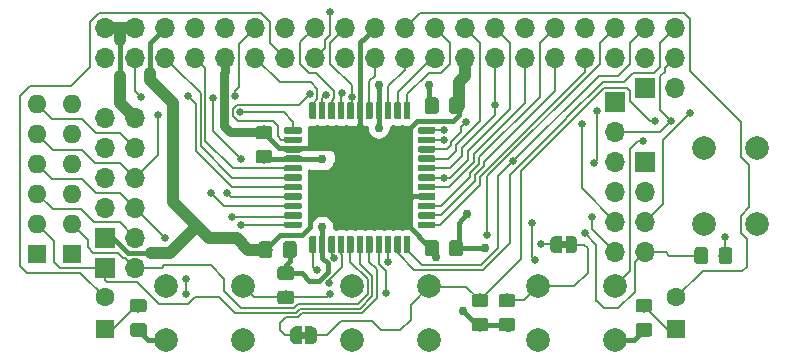
<source format=gtl>
G04 #@! TF.GenerationSoftware,KiCad,Pcbnew,(5.1.4)-1*
G04 #@! TF.CreationDate,2020-02-28T00:59:22+00:00*
G04 #@! TF.ProjectId,rgb-to-hdmi,7267622d-746f-42d6-9864-6d692e6b6963,rev?*
G04 #@! TF.SameCoordinates,Original*
G04 #@! TF.FileFunction,Copper,L1,Top*
G04 #@! TF.FilePolarity,Positive*
%FSLAX46Y46*%
G04 Gerber Fmt 4.6, Leading zero omitted, Abs format (unit mm)*
G04 Created by KiCad (PCBNEW (5.1.4)-1) date 2020-02-28 00:59:22*
%MOMM*%
%LPD*%
G04 APERTURE LIST*
%ADD10C,0.100000*%
%ADD11R,1.600000X1.600000*%
%ADD12O,1.600000X1.600000*%
%ADD13C,1.150000*%
%ADD14R,1.700000X1.700000*%
%ADD15O,1.700000X1.700000*%
%ADD16C,0.550000*%
%ADD17C,2.000000*%
%ADD18C,0.500000*%
%ADD19C,1.600000*%
%ADD20C,0.762000*%
%ADD21C,0.660400*%
%ADD22C,0.381000*%
%ADD23C,0.203200*%
%ADD24C,1.016000*%
%ADD25C,0.762000*%
%ADD26C,0.254000*%
G04 APERTURE END LIST*
D10*
G36*
X41446960Y-52481200D02*
G01*
X40946960Y-52481200D01*
X40946960Y-53081200D01*
X41446960Y-53081200D01*
X41446960Y-52481200D01*
G37*
G36*
X63484000Y-44802780D02*
G01*
X62984000Y-44802780D01*
X62984000Y-45402780D01*
X63484000Y-45402780D01*
X63484000Y-44802780D01*
G37*
D11*
X21578000Y-45907960D03*
D12*
X21578000Y-43367960D03*
X21578000Y-40827960D03*
X21578000Y-38287960D03*
X21578000Y-35747960D03*
X21578000Y-33207960D03*
D10*
G36*
X40150005Y-49000764D02*
G01*
X40174273Y-49004364D01*
X40198072Y-49010325D01*
X40221171Y-49018590D01*
X40243350Y-49029080D01*
X40264393Y-49041692D01*
X40284099Y-49056307D01*
X40302277Y-49072783D01*
X40318753Y-49090961D01*
X40333368Y-49110667D01*
X40345980Y-49131710D01*
X40356470Y-49153889D01*
X40364735Y-49176988D01*
X40370696Y-49200787D01*
X40374296Y-49225055D01*
X40375500Y-49249559D01*
X40375500Y-49899561D01*
X40374296Y-49924065D01*
X40370696Y-49948333D01*
X40364735Y-49972132D01*
X40356470Y-49995231D01*
X40345980Y-50017410D01*
X40333368Y-50038453D01*
X40318753Y-50058159D01*
X40302277Y-50076337D01*
X40284099Y-50092813D01*
X40264393Y-50107428D01*
X40243350Y-50120040D01*
X40221171Y-50130530D01*
X40198072Y-50138795D01*
X40174273Y-50144756D01*
X40150005Y-50148356D01*
X40125501Y-50149560D01*
X39225499Y-50149560D01*
X39200995Y-50148356D01*
X39176727Y-50144756D01*
X39152928Y-50138795D01*
X39129829Y-50130530D01*
X39107650Y-50120040D01*
X39086607Y-50107428D01*
X39066901Y-50092813D01*
X39048723Y-50076337D01*
X39032247Y-50058159D01*
X39017632Y-50038453D01*
X39005020Y-50017410D01*
X38994530Y-49995231D01*
X38986265Y-49972132D01*
X38980304Y-49948333D01*
X38976704Y-49924065D01*
X38975500Y-49899561D01*
X38975500Y-49249559D01*
X38976704Y-49225055D01*
X38980304Y-49200787D01*
X38986265Y-49176988D01*
X38994530Y-49153889D01*
X39005020Y-49131710D01*
X39017632Y-49110667D01*
X39032247Y-49090961D01*
X39048723Y-49072783D01*
X39066901Y-49056307D01*
X39086607Y-49041692D01*
X39107650Y-49029080D01*
X39129829Y-49018590D01*
X39152928Y-49010325D01*
X39176727Y-49004364D01*
X39200995Y-49000764D01*
X39225499Y-48999560D01*
X40125501Y-48999560D01*
X40150005Y-49000764D01*
X40150005Y-49000764D01*
G37*
D13*
X39675500Y-49574560D03*
D10*
G36*
X40150005Y-46950764D02*
G01*
X40174273Y-46954364D01*
X40198072Y-46960325D01*
X40221171Y-46968590D01*
X40243350Y-46979080D01*
X40264393Y-46991692D01*
X40284099Y-47006307D01*
X40302277Y-47022783D01*
X40318753Y-47040961D01*
X40333368Y-47060667D01*
X40345980Y-47081710D01*
X40356470Y-47103889D01*
X40364735Y-47126988D01*
X40370696Y-47150787D01*
X40374296Y-47175055D01*
X40375500Y-47199559D01*
X40375500Y-47849561D01*
X40374296Y-47874065D01*
X40370696Y-47898333D01*
X40364735Y-47922132D01*
X40356470Y-47945231D01*
X40345980Y-47967410D01*
X40333368Y-47988453D01*
X40318753Y-48008159D01*
X40302277Y-48026337D01*
X40284099Y-48042813D01*
X40264393Y-48057428D01*
X40243350Y-48070040D01*
X40221171Y-48080530D01*
X40198072Y-48088795D01*
X40174273Y-48094756D01*
X40150005Y-48098356D01*
X40125501Y-48099560D01*
X39225499Y-48099560D01*
X39200995Y-48098356D01*
X39176727Y-48094756D01*
X39152928Y-48088795D01*
X39129829Y-48080530D01*
X39107650Y-48070040D01*
X39086607Y-48057428D01*
X39066901Y-48042813D01*
X39048723Y-48026337D01*
X39032247Y-48008159D01*
X39017632Y-47988453D01*
X39005020Y-47967410D01*
X38994530Y-47945231D01*
X38986265Y-47922132D01*
X38980304Y-47898333D01*
X38976704Y-47874065D01*
X38975500Y-47849561D01*
X38975500Y-47199559D01*
X38976704Y-47175055D01*
X38980304Y-47150787D01*
X38986265Y-47126988D01*
X38994530Y-47103889D01*
X39005020Y-47081710D01*
X39017632Y-47060667D01*
X39032247Y-47040961D01*
X39048723Y-47022783D01*
X39066901Y-47006307D01*
X39086607Y-46991692D01*
X39107650Y-46979080D01*
X39129829Y-46968590D01*
X39152928Y-46960325D01*
X39176727Y-46954364D01*
X39200995Y-46950764D01*
X39225499Y-46949560D01*
X40125501Y-46949560D01*
X40150005Y-46950764D01*
X40150005Y-46950764D01*
G37*
D13*
X39675500Y-47524560D03*
D14*
X24372000Y-44510960D03*
D15*
X26912000Y-44510960D03*
X24372000Y-41970960D03*
X26912000Y-41970960D03*
X24372000Y-39430960D03*
X26912000Y-39430960D03*
X24372000Y-36890960D03*
X26912000Y-36890960D03*
X24372000Y-34350960D03*
X26912000Y-34350960D03*
D10*
G36*
X52237977Y-43156622D02*
G01*
X52251325Y-43158602D01*
X52264414Y-43161881D01*
X52277119Y-43166427D01*
X52289317Y-43172196D01*
X52300891Y-43179133D01*
X52311729Y-43187171D01*
X52321727Y-43196233D01*
X52330789Y-43206231D01*
X52338827Y-43217069D01*
X52345764Y-43228643D01*
X52351533Y-43240841D01*
X52356079Y-43253546D01*
X52359358Y-43266635D01*
X52361338Y-43279983D01*
X52362000Y-43293460D01*
X52362000Y-43568460D01*
X52361338Y-43581937D01*
X52359358Y-43595285D01*
X52356079Y-43608374D01*
X52351533Y-43621079D01*
X52345764Y-43633277D01*
X52338827Y-43644851D01*
X52330789Y-43655689D01*
X52321727Y-43665687D01*
X52311729Y-43674749D01*
X52300891Y-43682787D01*
X52289317Y-43689724D01*
X52277119Y-43695493D01*
X52264414Y-43700039D01*
X52251325Y-43703318D01*
X52237977Y-43705298D01*
X52224500Y-43705960D01*
X51024500Y-43705960D01*
X51011023Y-43705298D01*
X50997675Y-43703318D01*
X50984586Y-43700039D01*
X50971881Y-43695493D01*
X50959683Y-43689724D01*
X50948109Y-43682787D01*
X50937271Y-43674749D01*
X50927273Y-43665687D01*
X50918211Y-43655689D01*
X50910173Y-43644851D01*
X50903236Y-43633277D01*
X50897467Y-43621079D01*
X50892921Y-43608374D01*
X50889642Y-43595285D01*
X50887662Y-43581937D01*
X50887000Y-43568460D01*
X50887000Y-43293460D01*
X50887662Y-43279983D01*
X50889642Y-43266635D01*
X50892921Y-43253546D01*
X50897467Y-43240841D01*
X50903236Y-43228643D01*
X50910173Y-43217069D01*
X50918211Y-43206231D01*
X50927273Y-43196233D01*
X50937271Y-43187171D01*
X50948109Y-43179133D01*
X50959683Y-43172196D01*
X50971881Y-43166427D01*
X50984586Y-43161881D01*
X50997675Y-43158602D01*
X51011023Y-43156622D01*
X51024500Y-43155960D01*
X52224500Y-43155960D01*
X52237977Y-43156622D01*
X52237977Y-43156622D01*
G37*
D16*
X51624500Y-43430960D03*
D10*
G36*
X52237977Y-42356622D02*
G01*
X52251325Y-42358602D01*
X52264414Y-42361881D01*
X52277119Y-42366427D01*
X52289317Y-42372196D01*
X52300891Y-42379133D01*
X52311729Y-42387171D01*
X52321727Y-42396233D01*
X52330789Y-42406231D01*
X52338827Y-42417069D01*
X52345764Y-42428643D01*
X52351533Y-42440841D01*
X52356079Y-42453546D01*
X52359358Y-42466635D01*
X52361338Y-42479983D01*
X52362000Y-42493460D01*
X52362000Y-42768460D01*
X52361338Y-42781937D01*
X52359358Y-42795285D01*
X52356079Y-42808374D01*
X52351533Y-42821079D01*
X52345764Y-42833277D01*
X52338827Y-42844851D01*
X52330789Y-42855689D01*
X52321727Y-42865687D01*
X52311729Y-42874749D01*
X52300891Y-42882787D01*
X52289317Y-42889724D01*
X52277119Y-42895493D01*
X52264414Y-42900039D01*
X52251325Y-42903318D01*
X52237977Y-42905298D01*
X52224500Y-42905960D01*
X51024500Y-42905960D01*
X51011023Y-42905298D01*
X50997675Y-42903318D01*
X50984586Y-42900039D01*
X50971881Y-42895493D01*
X50959683Y-42889724D01*
X50948109Y-42882787D01*
X50937271Y-42874749D01*
X50927273Y-42865687D01*
X50918211Y-42855689D01*
X50910173Y-42844851D01*
X50903236Y-42833277D01*
X50897467Y-42821079D01*
X50892921Y-42808374D01*
X50889642Y-42795285D01*
X50887662Y-42781937D01*
X50887000Y-42768460D01*
X50887000Y-42493460D01*
X50887662Y-42479983D01*
X50889642Y-42466635D01*
X50892921Y-42453546D01*
X50897467Y-42440841D01*
X50903236Y-42428643D01*
X50910173Y-42417069D01*
X50918211Y-42406231D01*
X50927273Y-42396233D01*
X50937271Y-42387171D01*
X50948109Y-42379133D01*
X50959683Y-42372196D01*
X50971881Y-42366427D01*
X50984586Y-42361881D01*
X50997675Y-42358602D01*
X51011023Y-42356622D01*
X51024500Y-42355960D01*
X52224500Y-42355960D01*
X52237977Y-42356622D01*
X52237977Y-42356622D01*
G37*
D16*
X51624500Y-42630960D03*
D10*
G36*
X52237977Y-41556622D02*
G01*
X52251325Y-41558602D01*
X52264414Y-41561881D01*
X52277119Y-41566427D01*
X52289317Y-41572196D01*
X52300891Y-41579133D01*
X52311729Y-41587171D01*
X52321727Y-41596233D01*
X52330789Y-41606231D01*
X52338827Y-41617069D01*
X52345764Y-41628643D01*
X52351533Y-41640841D01*
X52356079Y-41653546D01*
X52359358Y-41666635D01*
X52361338Y-41679983D01*
X52362000Y-41693460D01*
X52362000Y-41968460D01*
X52361338Y-41981937D01*
X52359358Y-41995285D01*
X52356079Y-42008374D01*
X52351533Y-42021079D01*
X52345764Y-42033277D01*
X52338827Y-42044851D01*
X52330789Y-42055689D01*
X52321727Y-42065687D01*
X52311729Y-42074749D01*
X52300891Y-42082787D01*
X52289317Y-42089724D01*
X52277119Y-42095493D01*
X52264414Y-42100039D01*
X52251325Y-42103318D01*
X52237977Y-42105298D01*
X52224500Y-42105960D01*
X51024500Y-42105960D01*
X51011023Y-42105298D01*
X50997675Y-42103318D01*
X50984586Y-42100039D01*
X50971881Y-42095493D01*
X50959683Y-42089724D01*
X50948109Y-42082787D01*
X50937271Y-42074749D01*
X50927273Y-42065687D01*
X50918211Y-42055689D01*
X50910173Y-42044851D01*
X50903236Y-42033277D01*
X50897467Y-42021079D01*
X50892921Y-42008374D01*
X50889642Y-41995285D01*
X50887662Y-41981937D01*
X50887000Y-41968460D01*
X50887000Y-41693460D01*
X50887662Y-41679983D01*
X50889642Y-41666635D01*
X50892921Y-41653546D01*
X50897467Y-41640841D01*
X50903236Y-41628643D01*
X50910173Y-41617069D01*
X50918211Y-41606231D01*
X50927273Y-41596233D01*
X50937271Y-41587171D01*
X50948109Y-41579133D01*
X50959683Y-41572196D01*
X50971881Y-41566427D01*
X50984586Y-41561881D01*
X50997675Y-41558602D01*
X51011023Y-41556622D01*
X51024500Y-41555960D01*
X52224500Y-41555960D01*
X52237977Y-41556622D01*
X52237977Y-41556622D01*
G37*
D16*
X51624500Y-41830960D03*
D10*
G36*
X52237977Y-40756622D02*
G01*
X52251325Y-40758602D01*
X52264414Y-40761881D01*
X52277119Y-40766427D01*
X52289317Y-40772196D01*
X52300891Y-40779133D01*
X52311729Y-40787171D01*
X52321727Y-40796233D01*
X52330789Y-40806231D01*
X52338827Y-40817069D01*
X52345764Y-40828643D01*
X52351533Y-40840841D01*
X52356079Y-40853546D01*
X52359358Y-40866635D01*
X52361338Y-40879983D01*
X52362000Y-40893460D01*
X52362000Y-41168460D01*
X52361338Y-41181937D01*
X52359358Y-41195285D01*
X52356079Y-41208374D01*
X52351533Y-41221079D01*
X52345764Y-41233277D01*
X52338827Y-41244851D01*
X52330789Y-41255689D01*
X52321727Y-41265687D01*
X52311729Y-41274749D01*
X52300891Y-41282787D01*
X52289317Y-41289724D01*
X52277119Y-41295493D01*
X52264414Y-41300039D01*
X52251325Y-41303318D01*
X52237977Y-41305298D01*
X52224500Y-41305960D01*
X51024500Y-41305960D01*
X51011023Y-41305298D01*
X50997675Y-41303318D01*
X50984586Y-41300039D01*
X50971881Y-41295493D01*
X50959683Y-41289724D01*
X50948109Y-41282787D01*
X50937271Y-41274749D01*
X50927273Y-41265687D01*
X50918211Y-41255689D01*
X50910173Y-41244851D01*
X50903236Y-41233277D01*
X50897467Y-41221079D01*
X50892921Y-41208374D01*
X50889642Y-41195285D01*
X50887662Y-41181937D01*
X50887000Y-41168460D01*
X50887000Y-40893460D01*
X50887662Y-40879983D01*
X50889642Y-40866635D01*
X50892921Y-40853546D01*
X50897467Y-40840841D01*
X50903236Y-40828643D01*
X50910173Y-40817069D01*
X50918211Y-40806231D01*
X50927273Y-40796233D01*
X50937271Y-40787171D01*
X50948109Y-40779133D01*
X50959683Y-40772196D01*
X50971881Y-40766427D01*
X50984586Y-40761881D01*
X50997675Y-40758602D01*
X51011023Y-40756622D01*
X51024500Y-40755960D01*
X52224500Y-40755960D01*
X52237977Y-40756622D01*
X52237977Y-40756622D01*
G37*
D16*
X51624500Y-41030960D03*
D10*
G36*
X52237977Y-39956622D02*
G01*
X52251325Y-39958602D01*
X52264414Y-39961881D01*
X52277119Y-39966427D01*
X52289317Y-39972196D01*
X52300891Y-39979133D01*
X52311729Y-39987171D01*
X52321727Y-39996233D01*
X52330789Y-40006231D01*
X52338827Y-40017069D01*
X52345764Y-40028643D01*
X52351533Y-40040841D01*
X52356079Y-40053546D01*
X52359358Y-40066635D01*
X52361338Y-40079983D01*
X52362000Y-40093460D01*
X52362000Y-40368460D01*
X52361338Y-40381937D01*
X52359358Y-40395285D01*
X52356079Y-40408374D01*
X52351533Y-40421079D01*
X52345764Y-40433277D01*
X52338827Y-40444851D01*
X52330789Y-40455689D01*
X52321727Y-40465687D01*
X52311729Y-40474749D01*
X52300891Y-40482787D01*
X52289317Y-40489724D01*
X52277119Y-40495493D01*
X52264414Y-40500039D01*
X52251325Y-40503318D01*
X52237977Y-40505298D01*
X52224500Y-40505960D01*
X51024500Y-40505960D01*
X51011023Y-40505298D01*
X50997675Y-40503318D01*
X50984586Y-40500039D01*
X50971881Y-40495493D01*
X50959683Y-40489724D01*
X50948109Y-40482787D01*
X50937271Y-40474749D01*
X50927273Y-40465687D01*
X50918211Y-40455689D01*
X50910173Y-40444851D01*
X50903236Y-40433277D01*
X50897467Y-40421079D01*
X50892921Y-40408374D01*
X50889642Y-40395285D01*
X50887662Y-40381937D01*
X50887000Y-40368460D01*
X50887000Y-40093460D01*
X50887662Y-40079983D01*
X50889642Y-40066635D01*
X50892921Y-40053546D01*
X50897467Y-40040841D01*
X50903236Y-40028643D01*
X50910173Y-40017069D01*
X50918211Y-40006231D01*
X50927273Y-39996233D01*
X50937271Y-39987171D01*
X50948109Y-39979133D01*
X50959683Y-39972196D01*
X50971881Y-39966427D01*
X50984586Y-39961881D01*
X50997675Y-39958602D01*
X51011023Y-39956622D01*
X51024500Y-39955960D01*
X52224500Y-39955960D01*
X52237977Y-39956622D01*
X52237977Y-39956622D01*
G37*
D16*
X51624500Y-40230960D03*
D10*
G36*
X52237977Y-39156622D02*
G01*
X52251325Y-39158602D01*
X52264414Y-39161881D01*
X52277119Y-39166427D01*
X52289317Y-39172196D01*
X52300891Y-39179133D01*
X52311729Y-39187171D01*
X52321727Y-39196233D01*
X52330789Y-39206231D01*
X52338827Y-39217069D01*
X52345764Y-39228643D01*
X52351533Y-39240841D01*
X52356079Y-39253546D01*
X52359358Y-39266635D01*
X52361338Y-39279983D01*
X52362000Y-39293460D01*
X52362000Y-39568460D01*
X52361338Y-39581937D01*
X52359358Y-39595285D01*
X52356079Y-39608374D01*
X52351533Y-39621079D01*
X52345764Y-39633277D01*
X52338827Y-39644851D01*
X52330789Y-39655689D01*
X52321727Y-39665687D01*
X52311729Y-39674749D01*
X52300891Y-39682787D01*
X52289317Y-39689724D01*
X52277119Y-39695493D01*
X52264414Y-39700039D01*
X52251325Y-39703318D01*
X52237977Y-39705298D01*
X52224500Y-39705960D01*
X51024500Y-39705960D01*
X51011023Y-39705298D01*
X50997675Y-39703318D01*
X50984586Y-39700039D01*
X50971881Y-39695493D01*
X50959683Y-39689724D01*
X50948109Y-39682787D01*
X50937271Y-39674749D01*
X50927273Y-39665687D01*
X50918211Y-39655689D01*
X50910173Y-39644851D01*
X50903236Y-39633277D01*
X50897467Y-39621079D01*
X50892921Y-39608374D01*
X50889642Y-39595285D01*
X50887662Y-39581937D01*
X50887000Y-39568460D01*
X50887000Y-39293460D01*
X50887662Y-39279983D01*
X50889642Y-39266635D01*
X50892921Y-39253546D01*
X50897467Y-39240841D01*
X50903236Y-39228643D01*
X50910173Y-39217069D01*
X50918211Y-39206231D01*
X50927273Y-39196233D01*
X50937271Y-39187171D01*
X50948109Y-39179133D01*
X50959683Y-39172196D01*
X50971881Y-39166427D01*
X50984586Y-39161881D01*
X50997675Y-39158602D01*
X51011023Y-39156622D01*
X51024500Y-39155960D01*
X52224500Y-39155960D01*
X52237977Y-39156622D01*
X52237977Y-39156622D01*
G37*
D16*
X51624500Y-39430960D03*
D10*
G36*
X52237977Y-38356622D02*
G01*
X52251325Y-38358602D01*
X52264414Y-38361881D01*
X52277119Y-38366427D01*
X52289317Y-38372196D01*
X52300891Y-38379133D01*
X52311729Y-38387171D01*
X52321727Y-38396233D01*
X52330789Y-38406231D01*
X52338827Y-38417069D01*
X52345764Y-38428643D01*
X52351533Y-38440841D01*
X52356079Y-38453546D01*
X52359358Y-38466635D01*
X52361338Y-38479983D01*
X52362000Y-38493460D01*
X52362000Y-38768460D01*
X52361338Y-38781937D01*
X52359358Y-38795285D01*
X52356079Y-38808374D01*
X52351533Y-38821079D01*
X52345764Y-38833277D01*
X52338827Y-38844851D01*
X52330789Y-38855689D01*
X52321727Y-38865687D01*
X52311729Y-38874749D01*
X52300891Y-38882787D01*
X52289317Y-38889724D01*
X52277119Y-38895493D01*
X52264414Y-38900039D01*
X52251325Y-38903318D01*
X52237977Y-38905298D01*
X52224500Y-38905960D01*
X51024500Y-38905960D01*
X51011023Y-38905298D01*
X50997675Y-38903318D01*
X50984586Y-38900039D01*
X50971881Y-38895493D01*
X50959683Y-38889724D01*
X50948109Y-38882787D01*
X50937271Y-38874749D01*
X50927273Y-38865687D01*
X50918211Y-38855689D01*
X50910173Y-38844851D01*
X50903236Y-38833277D01*
X50897467Y-38821079D01*
X50892921Y-38808374D01*
X50889642Y-38795285D01*
X50887662Y-38781937D01*
X50887000Y-38768460D01*
X50887000Y-38493460D01*
X50887662Y-38479983D01*
X50889642Y-38466635D01*
X50892921Y-38453546D01*
X50897467Y-38440841D01*
X50903236Y-38428643D01*
X50910173Y-38417069D01*
X50918211Y-38406231D01*
X50927273Y-38396233D01*
X50937271Y-38387171D01*
X50948109Y-38379133D01*
X50959683Y-38372196D01*
X50971881Y-38366427D01*
X50984586Y-38361881D01*
X50997675Y-38358602D01*
X51011023Y-38356622D01*
X51024500Y-38355960D01*
X52224500Y-38355960D01*
X52237977Y-38356622D01*
X52237977Y-38356622D01*
G37*
D16*
X51624500Y-38630960D03*
D10*
G36*
X52237977Y-37556622D02*
G01*
X52251325Y-37558602D01*
X52264414Y-37561881D01*
X52277119Y-37566427D01*
X52289317Y-37572196D01*
X52300891Y-37579133D01*
X52311729Y-37587171D01*
X52321727Y-37596233D01*
X52330789Y-37606231D01*
X52338827Y-37617069D01*
X52345764Y-37628643D01*
X52351533Y-37640841D01*
X52356079Y-37653546D01*
X52359358Y-37666635D01*
X52361338Y-37679983D01*
X52362000Y-37693460D01*
X52362000Y-37968460D01*
X52361338Y-37981937D01*
X52359358Y-37995285D01*
X52356079Y-38008374D01*
X52351533Y-38021079D01*
X52345764Y-38033277D01*
X52338827Y-38044851D01*
X52330789Y-38055689D01*
X52321727Y-38065687D01*
X52311729Y-38074749D01*
X52300891Y-38082787D01*
X52289317Y-38089724D01*
X52277119Y-38095493D01*
X52264414Y-38100039D01*
X52251325Y-38103318D01*
X52237977Y-38105298D01*
X52224500Y-38105960D01*
X51024500Y-38105960D01*
X51011023Y-38105298D01*
X50997675Y-38103318D01*
X50984586Y-38100039D01*
X50971881Y-38095493D01*
X50959683Y-38089724D01*
X50948109Y-38082787D01*
X50937271Y-38074749D01*
X50927273Y-38065687D01*
X50918211Y-38055689D01*
X50910173Y-38044851D01*
X50903236Y-38033277D01*
X50897467Y-38021079D01*
X50892921Y-38008374D01*
X50889642Y-37995285D01*
X50887662Y-37981937D01*
X50887000Y-37968460D01*
X50887000Y-37693460D01*
X50887662Y-37679983D01*
X50889642Y-37666635D01*
X50892921Y-37653546D01*
X50897467Y-37640841D01*
X50903236Y-37628643D01*
X50910173Y-37617069D01*
X50918211Y-37606231D01*
X50927273Y-37596233D01*
X50937271Y-37587171D01*
X50948109Y-37579133D01*
X50959683Y-37572196D01*
X50971881Y-37566427D01*
X50984586Y-37561881D01*
X50997675Y-37558602D01*
X51011023Y-37556622D01*
X51024500Y-37555960D01*
X52224500Y-37555960D01*
X52237977Y-37556622D01*
X52237977Y-37556622D01*
G37*
D16*
X51624500Y-37830960D03*
D10*
G36*
X52237977Y-36756622D02*
G01*
X52251325Y-36758602D01*
X52264414Y-36761881D01*
X52277119Y-36766427D01*
X52289317Y-36772196D01*
X52300891Y-36779133D01*
X52311729Y-36787171D01*
X52321727Y-36796233D01*
X52330789Y-36806231D01*
X52338827Y-36817069D01*
X52345764Y-36828643D01*
X52351533Y-36840841D01*
X52356079Y-36853546D01*
X52359358Y-36866635D01*
X52361338Y-36879983D01*
X52362000Y-36893460D01*
X52362000Y-37168460D01*
X52361338Y-37181937D01*
X52359358Y-37195285D01*
X52356079Y-37208374D01*
X52351533Y-37221079D01*
X52345764Y-37233277D01*
X52338827Y-37244851D01*
X52330789Y-37255689D01*
X52321727Y-37265687D01*
X52311729Y-37274749D01*
X52300891Y-37282787D01*
X52289317Y-37289724D01*
X52277119Y-37295493D01*
X52264414Y-37300039D01*
X52251325Y-37303318D01*
X52237977Y-37305298D01*
X52224500Y-37305960D01*
X51024500Y-37305960D01*
X51011023Y-37305298D01*
X50997675Y-37303318D01*
X50984586Y-37300039D01*
X50971881Y-37295493D01*
X50959683Y-37289724D01*
X50948109Y-37282787D01*
X50937271Y-37274749D01*
X50927273Y-37265687D01*
X50918211Y-37255689D01*
X50910173Y-37244851D01*
X50903236Y-37233277D01*
X50897467Y-37221079D01*
X50892921Y-37208374D01*
X50889642Y-37195285D01*
X50887662Y-37181937D01*
X50887000Y-37168460D01*
X50887000Y-36893460D01*
X50887662Y-36879983D01*
X50889642Y-36866635D01*
X50892921Y-36853546D01*
X50897467Y-36840841D01*
X50903236Y-36828643D01*
X50910173Y-36817069D01*
X50918211Y-36806231D01*
X50927273Y-36796233D01*
X50937271Y-36787171D01*
X50948109Y-36779133D01*
X50959683Y-36772196D01*
X50971881Y-36766427D01*
X50984586Y-36761881D01*
X50997675Y-36758602D01*
X51011023Y-36756622D01*
X51024500Y-36755960D01*
X52224500Y-36755960D01*
X52237977Y-36756622D01*
X52237977Y-36756622D01*
G37*
D16*
X51624500Y-37030960D03*
D10*
G36*
X52237977Y-35956622D02*
G01*
X52251325Y-35958602D01*
X52264414Y-35961881D01*
X52277119Y-35966427D01*
X52289317Y-35972196D01*
X52300891Y-35979133D01*
X52311729Y-35987171D01*
X52321727Y-35996233D01*
X52330789Y-36006231D01*
X52338827Y-36017069D01*
X52345764Y-36028643D01*
X52351533Y-36040841D01*
X52356079Y-36053546D01*
X52359358Y-36066635D01*
X52361338Y-36079983D01*
X52362000Y-36093460D01*
X52362000Y-36368460D01*
X52361338Y-36381937D01*
X52359358Y-36395285D01*
X52356079Y-36408374D01*
X52351533Y-36421079D01*
X52345764Y-36433277D01*
X52338827Y-36444851D01*
X52330789Y-36455689D01*
X52321727Y-36465687D01*
X52311729Y-36474749D01*
X52300891Y-36482787D01*
X52289317Y-36489724D01*
X52277119Y-36495493D01*
X52264414Y-36500039D01*
X52251325Y-36503318D01*
X52237977Y-36505298D01*
X52224500Y-36505960D01*
X51024500Y-36505960D01*
X51011023Y-36505298D01*
X50997675Y-36503318D01*
X50984586Y-36500039D01*
X50971881Y-36495493D01*
X50959683Y-36489724D01*
X50948109Y-36482787D01*
X50937271Y-36474749D01*
X50927273Y-36465687D01*
X50918211Y-36455689D01*
X50910173Y-36444851D01*
X50903236Y-36433277D01*
X50897467Y-36421079D01*
X50892921Y-36408374D01*
X50889642Y-36395285D01*
X50887662Y-36381937D01*
X50887000Y-36368460D01*
X50887000Y-36093460D01*
X50887662Y-36079983D01*
X50889642Y-36066635D01*
X50892921Y-36053546D01*
X50897467Y-36040841D01*
X50903236Y-36028643D01*
X50910173Y-36017069D01*
X50918211Y-36006231D01*
X50927273Y-35996233D01*
X50937271Y-35987171D01*
X50948109Y-35979133D01*
X50959683Y-35972196D01*
X50971881Y-35966427D01*
X50984586Y-35961881D01*
X50997675Y-35958602D01*
X51011023Y-35956622D01*
X51024500Y-35955960D01*
X52224500Y-35955960D01*
X52237977Y-35956622D01*
X52237977Y-35956622D01*
G37*
D16*
X51624500Y-36230960D03*
D10*
G36*
X52237977Y-35156622D02*
G01*
X52251325Y-35158602D01*
X52264414Y-35161881D01*
X52277119Y-35166427D01*
X52289317Y-35172196D01*
X52300891Y-35179133D01*
X52311729Y-35187171D01*
X52321727Y-35196233D01*
X52330789Y-35206231D01*
X52338827Y-35217069D01*
X52345764Y-35228643D01*
X52351533Y-35240841D01*
X52356079Y-35253546D01*
X52359358Y-35266635D01*
X52361338Y-35279983D01*
X52362000Y-35293460D01*
X52362000Y-35568460D01*
X52361338Y-35581937D01*
X52359358Y-35595285D01*
X52356079Y-35608374D01*
X52351533Y-35621079D01*
X52345764Y-35633277D01*
X52338827Y-35644851D01*
X52330789Y-35655689D01*
X52321727Y-35665687D01*
X52311729Y-35674749D01*
X52300891Y-35682787D01*
X52289317Y-35689724D01*
X52277119Y-35695493D01*
X52264414Y-35700039D01*
X52251325Y-35703318D01*
X52237977Y-35705298D01*
X52224500Y-35705960D01*
X51024500Y-35705960D01*
X51011023Y-35705298D01*
X50997675Y-35703318D01*
X50984586Y-35700039D01*
X50971881Y-35695493D01*
X50959683Y-35689724D01*
X50948109Y-35682787D01*
X50937271Y-35674749D01*
X50927273Y-35665687D01*
X50918211Y-35655689D01*
X50910173Y-35644851D01*
X50903236Y-35633277D01*
X50897467Y-35621079D01*
X50892921Y-35608374D01*
X50889642Y-35595285D01*
X50887662Y-35581937D01*
X50887000Y-35568460D01*
X50887000Y-35293460D01*
X50887662Y-35279983D01*
X50889642Y-35266635D01*
X50892921Y-35253546D01*
X50897467Y-35240841D01*
X50903236Y-35228643D01*
X50910173Y-35217069D01*
X50918211Y-35206231D01*
X50927273Y-35196233D01*
X50937271Y-35187171D01*
X50948109Y-35179133D01*
X50959683Y-35172196D01*
X50971881Y-35166427D01*
X50984586Y-35161881D01*
X50997675Y-35158602D01*
X51011023Y-35156622D01*
X51024500Y-35155960D01*
X52224500Y-35155960D01*
X52237977Y-35156622D01*
X52237977Y-35156622D01*
G37*
D16*
X51624500Y-35430960D03*
D10*
G36*
X50112977Y-33031622D02*
G01*
X50126325Y-33033602D01*
X50139414Y-33036881D01*
X50152119Y-33041427D01*
X50164317Y-33047196D01*
X50175891Y-33054133D01*
X50186729Y-33062171D01*
X50196727Y-33071233D01*
X50205789Y-33081231D01*
X50213827Y-33092069D01*
X50220764Y-33103643D01*
X50226533Y-33115841D01*
X50231079Y-33128546D01*
X50234358Y-33141635D01*
X50236338Y-33154983D01*
X50237000Y-33168460D01*
X50237000Y-34368460D01*
X50236338Y-34381937D01*
X50234358Y-34395285D01*
X50231079Y-34408374D01*
X50226533Y-34421079D01*
X50220764Y-34433277D01*
X50213827Y-34444851D01*
X50205789Y-34455689D01*
X50196727Y-34465687D01*
X50186729Y-34474749D01*
X50175891Y-34482787D01*
X50164317Y-34489724D01*
X50152119Y-34495493D01*
X50139414Y-34500039D01*
X50126325Y-34503318D01*
X50112977Y-34505298D01*
X50099500Y-34505960D01*
X49824500Y-34505960D01*
X49811023Y-34505298D01*
X49797675Y-34503318D01*
X49784586Y-34500039D01*
X49771881Y-34495493D01*
X49759683Y-34489724D01*
X49748109Y-34482787D01*
X49737271Y-34474749D01*
X49727273Y-34465687D01*
X49718211Y-34455689D01*
X49710173Y-34444851D01*
X49703236Y-34433277D01*
X49697467Y-34421079D01*
X49692921Y-34408374D01*
X49689642Y-34395285D01*
X49687662Y-34381937D01*
X49687000Y-34368460D01*
X49687000Y-33168460D01*
X49687662Y-33154983D01*
X49689642Y-33141635D01*
X49692921Y-33128546D01*
X49697467Y-33115841D01*
X49703236Y-33103643D01*
X49710173Y-33092069D01*
X49718211Y-33081231D01*
X49727273Y-33071233D01*
X49737271Y-33062171D01*
X49748109Y-33054133D01*
X49759683Y-33047196D01*
X49771881Y-33041427D01*
X49784586Y-33036881D01*
X49797675Y-33033602D01*
X49811023Y-33031622D01*
X49824500Y-33030960D01*
X50099500Y-33030960D01*
X50112977Y-33031622D01*
X50112977Y-33031622D01*
G37*
D16*
X49962000Y-33768460D03*
D10*
G36*
X49312977Y-33031622D02*
G01*
X49326325Y-33033602D01*
X49339414Y-33036881D01*
X49352119Y-33041427D01*
X49364317Y-33047196D01*
X49375891Y-33054133D01*
X49386729Y-33062171D01*
X49396727Y-33071233D01*
X49405789Y-33081231D01*
X49413827Y-33092069D01*
X49420764Y-33103643D01*
X49426533Y-33115841D01*
X49431079Y-33128546D01*
X49434358Y-33141635D01*
X49436338Y-33154983D01*
X49437000Y-33168460D01*
X49437000Y-34368460D01*
X49436338Y-34381937D01*
X49434358Y-34395285D01*
X49431079Y-34408374D01*
X49426533Y-34421079D01*
X49420764Y-34433277D01*
X49413827Y-34444851D01*
X49405789Y-34455689D01*
X49396727Y-34465687D01*
X49386729Y-34474749D01*
X49375891Y-34482787D01*
X49364317Y-34489724D01*
X49352119Y-34495493D01*
X49339414Y-34500039D01*
X49326325Y-34503318D01*
X49312977Y-34505298D01*
X49299500Y-34505960D01*
X49024500Y-34505960D01*
X49011023Y-34505298D01*
X48997675Y-34503318D01*
X48984586Y-34500039D01*
X48971881Y-34495493D01*
X48959683Y-34489724D01*
X48948109Y-34482787D01*
X48937271Y-34474749D01*
X48927273Y-34465687D01*
X48918211Y-34455689D01*
X48910173Y-34444851D01*
X48903236Y-34433277D01*
X48897467Y-34421079D01*
X48892921Y-34408374D01*
X48889642Y-34395285D01*
X48887662Y-34381937D01*
X48887000Y-34368460D01*
X48887000Y-33168460D01*
X48887662Y-33154983D01*
X48889642Y-33141635D01*
X48892921Y-33128546D01*
X48897467Y-33115841D01*
X48903236Y-33103643D01*
X48910173Y-33092069D01*
X48918211Y-33081231D01*
X48927273Y-33071233D01*
X48937271Y-33062171D01*
X48948109Y-33054133D01*
X48959683Y-33047196D01*
X48971881Y-33041427D01*
X48984586Y-33036881D01*
X48997675Y-33033602D01*
X49011023Y-33031622D01*
X49024500Y-33030960D01*
X49299500Y-33030960D01*
X49312977Y-33031622D01*
X49312977Y-33031622D01*
G37*
D16*
X49162000Y-33768460D03*
D10*
G36*
X48512977Y-33031622D02*
G01*
X48526325Y-33033602D01*
X48539414Y-33036881D01*
X48552119Y-33041427D01*
X48564317Y-33047196D01*
X48575891Y-33054133D01*
X48586729Y-33062171D01*
X48596727Y-33071233D01*
X48605789Y-33081231D01*
X48613827Y-33092069D01*
X48620764Y-33103643D01*
X48626533Y-33115841D01*
X48631079Y-33128546D01*
X48634358Y-33141635D01*
X48636338Y-33154983D01*
X48637000Y-33168460D01*
X48637000Y-34368460D01*
X48636338Y-34381937D01*
X48634358Y-34395285D01*
X48631079Y-34408374D01*
X48626533Y-34421079D01*
X48620764Y-34433277D01*
X48613827Y-34444851D01*
X48605789Y-34455689D01*
X48596727Y-34465687D01*
X48586729Y-34474749D01*
X48575891Y-34482787D01*
X48564317Y-34489724D01*
X48552119Y-34495493D01*
X48539414Y-34500039D01*
X48526325Y-34503318D01*
X48512977Y-34505298D01*
X48499500Y-34505960D01*
X48224500Y-34505960D01*
X48211023Y-34505298D01*
X48197675Y-34503318D01*
X48184586Y-34500039D01*
X48171881Y-34495493D01*
X48159683Y-34489724D01*
X48148109Y-34482787D01*
X48137271Y-34474749D01*
X48127273Y-34465687D01*
X48118211Y-34455689D01*
X48110173Y-34444851D01*
X48103236Y-34433277D01*
X48097467Y-34421079D01*
X48092921Y-34408374D01*
X48089642Y-34395285D01*
X48087662Y-34381937D01*
X48087000Y-34368460D01*
X48087000Y-33168460D01*
X48087662Y-33154983D01*
X48089642Y-33141635D01*
X48092921Y-33128546D01*
X48097467Y-33115841D01*
X48103236Y-33103643D01*
X48110173Y-33092069D01*
X48118211Y-33081231D01*
X48127273Y-33071233D01*
X48137271Y-33062171D01*
X48148109Y-33054133D01*
X48159683Y-33047196D01*
X48171881Y-33041427D01*
X48184586Y-33036881D01*
X48197675Y-33033602D01*
X48211023Y-33031622D01*
X48224500Y-33030960D01*
X48499500Y-33030960D01*
X48512977Y-33031622D01*
X48512977Y-33031622D01*
G37*
D16*
X48362000Y-33768460D03*
D10*
G36*
X47712977Y-33031622D02*
G01*
X47726325Y-33033602D01*
X47739414Y-33036881D01*
X47752119Y-33041427D01*
X47764317Y-33047196D01*
X47775891Y-33054133D01*
X47786729Y-33062171D01*
X47796727Y-33071233D01*
X47805789Y-33081231D01*
X47813827Y-33092069D01*
X47820764Y-33103643D01*
X47826533Y-33115841D01*
X47831079Y-33128546D01*
X47834358Y-33141635D01*
X47836338Y-33154983D01*
X47837000Y-33168460D01*
X47837000Y-34368460D01*
X47836338Y-34381937D01*
X47834358Y-34395285D01*
X47831079Y-34408374D01*
X47826533Y-34421079D01*
X47820764Y-34433277D01*
X47813827Y-34444851D01*
X47805789Y-34455689D01*
X47796727Y-34465687D01*
X47786729Y-34474749D01*
X47775891Y-34482787D01*
X47764317Y-34489724D01*
X47752119Y-34495493D01*
X47739414Y-34500039D01*
X47726325Y-34503318D01*
X47712977Y-34505298D01*
X47699500Y-34505960D01*
X47424500Y-34505960D01*
X47411023Y-34505298D01*
X47397675Y-34503318D01*
X47384586Y-34500039D01*
X47371881Y-34495493D01*
X47359683Y-34489724D01*
X47348109Y-34482787D01*
X47337271Y-34474749D01*
X47327273Y-34465687D01*
X47318211Y-34455689D01*
X47310173Y-34444851D01*
X47303236Y-34433277D01*
X47297467Y-34421079D01*
X47292921Y-34408374D01*
X47289642Y-34395285D01*
X47287662Y-34381937D01*
X47287000Y-34368460D01*
X47287000Y-33168460D01*
X47287662Y-33154983D01*
X47289642Y-33141635D01*
X47292921Y-33128546D01*
X47297467Y-33115841D01*
X47303236Y-33103643D01*
X47310173Y-33092069D01*
X47318211Y-33081231D01*
X47327273Y-33071233D01*
X47337271Y-33062171D01*
X47348109Y-33054133D01*
X47359683Y-33047196D01*
X47371881Y-33041427D01*
X47384586Y-33036881D01*
X47397675Y-33033602D01*
X47411023Y-33031622D01*
X47424500Y-33030960D01*
X47699500Y-33030960D01*
X47712977Y-33031622D01*
X47712977Y-33031622D01*
G37*
D16*
X47562000Y-33768460D03*
D10*
G36*
X46912977Y-33031622D02*
G01*
X46926325Y-33033602D01*
X46939414Y-33036881D01*
X46952119Y-33041427D01*
X46964317Y-33047196D01*
X46975891Y-33054133D01*
X46986729Y-33062171D01*
X46996727Y-33071233D01*
X47005789Y-33081231D01*
X47013827Y-33092069D01*
X47020764Y-33103643D01*
X47026533Y-33115841D01*
X47031079Y-33128546D01*
X47034358Y-33141635D01*
X47036338Y-33154983D01*
X47037000Y-33168460D01*
X47037000Y-34368460D01*
X47036338Y-34381937D01*
X47034358Y-34395285D01*
X47031079Y-34408374D01*
X47026533Y-34421079D01*
X47020764Y-34433277D01*
X47013827Y-34444851D01*
X47005789Y-34455689D01*
X46996727Y-34465687D01*
X46986729Y-34474749D01*
X46975891Y-34482787D01*
X46964317Y-34489724D01*
X46952119Y-34495493D01*
X46939414Y-34500039D01*
X46926325Y-34503318D01*
X46912977Y-34505298D01*
X46899500Y-34505960D01*
X46624500Y-34505960D01*
X46611023Y-34505298D01*
X46597675Y-34503318D01*
X46584586Y-34500039D01*
X46571881Y-34495493D01*
X46559683Y-34489724D01*
X46548109Y-34482787D01*
X46537271Y-34474749D01*
X46527273Y-34465687D01*
X46518211Y-34455689D01*
X46510173Y-34444851D01*
X46503236Y-34433277D01*
X46497467Y-34421079D01*
X46492921Y-34408374D01*
X46489642Y-34395285D01*
X46487662Y-34381937D01*
X46487000Y-34368460D01*
X46487000Y-33168460D01*
X46487662Y-33154983D01*
X46489642Y-33141635D01*
X46492921Y-33128546D01*
X46497467Y-33115841D01*
X46503236Y-33103643D01*
X46510173Y-33092069D01*
X46518211Y-33081231D01*
X46527273Y-33071233D01*
X46537271Y-33062171D01*
X46548109Y-33054133D01*
X46559683Y-33047196D01*
X46571881Y-33041427D01*
X46584586Y-33036881D01*
X46597675Y-33033602D01*
X46611023Y-33031622D01*
X46624500Y-33030960D01*
X46899500Y-33030960D01*
X46912977Y-33031622D01*
X46912977Y-33031622D01*
G37*
D16*
X46762000Y-33768460D03*
D10*
G36*
X46112977Y-33031622D02*
G01*
X46126325Y-33033602D01*
X46139414Y-33036881D01*
X46152119Y-33041427D01*
X46164317Y-33047196D01*
X46175891Y-33054133D01*
X46186729Y-33062171D01*
X46196727Y-33071233D01*
X46205789Y-33081231D01*
X46213827Y-33092069D01*
X46220764Y-33103643D01*
X46226533Y-33115841D01*
X46231079Y-33128546D01*
X46234358Y-33141635D01*
X46236338Y-33154983D01*
X46237000Y-33168460D01*
X46237000Y-34368460D01*
X46236338Y-34381937D01*
X46234358Y-34395285D01*
X46231079Y-34408374D01*
X46226533Y-34421079D01*
X46220764Y-34433277D01*
X46213827Y-34444851D01*
X46205789Y-34455689D01*
X46196727Y-34465687D01*
X46186729Y-34474749D01*
X46175891Y-34482787D01*
X46164317Y-34489724D01*
X46152119Y-34495493D01*
X46139414Y-34500039D01*
X46126325Y-34503318D01*
X46112977Y-34505298D01*
X46099500Y-34505960D01*
X45824500Y-34505960D01*
X45811023Y-34505298D01*
X45797675Y-34503318D01*
X45784586Y-34500039D01*
X45771881Y-34495493D01*
X45759683Y-34489724D01*
X45748109Y-34482787D01*
X45737271Y-34474749D01*
X45727273Y-34465687D01*
X45718211Y-34455689D01*
X45710173Y-34444851D01*
X45703236Y-34433277D01*
X45697467Y-34421079D01*
X45692921Y-34408374D01*
X45689642Y-34395285D01*
X45687662Y-34381937D01*
X45687000Y-34368460D01*
X45687000Y-33168460D01*
X45687662Y-33154983D01*
X45689642Y-33141635D01*
X45692921Y-33128546D01*
X45697467Y-33115841D01*
X45703236Y-33103643D01*
X45710173Y-33092069D01*
X45718211Y-33081231D01*
X45727273Y-33071233D01*
X45737271Y-33062171D01*
X45748109Y-33054133D01*
X45759683Y-33047196D01*
X45771881Y-33041427D01*
X45784586Y-33036881D01*
X45797675Y-33033602D01*
X45811023Y-33031622D01*
X45824500Y-33030960D01*
X46099500Y-33030960D01*
X46112977Y-33031622D01*
X46112977Y-33031622D01*
G37*
D16*
X45962000Y-33768460D03*
D10*
G36*
X45312977Y-33031622D02*
G01*
X45326325Y-33033602D01*
X45339414Y-33036881D01*
X45352119Y-33041427D01*
X45364317Y-33047196D01*
X45375891Y-33054133D01*
X45386729Y-33062171D01*
X45396727Y-33071233D01*
X45405789Y-33081231D01*
X45413827Y-33092069D01*
X45420764Y-33103643D01*
X45426533Y-33115841D01*
X45431079Y-33128546D01*
X45434358Y-33141635D01*
X45436338Y-33154983D01*
X45437000Y-33168460D01*
X45437000Y-34368460D01*
X45436338Y-34381937D01*
X45434358Y-34395285D01*
X45431079Y-34408374D01*
X45426533Y-34421079D01*
X45420764Y-34433277D01*
X45413827Y-34444851D01*
X45405789Y-34455689D01*
X45396727Y-34465687D01*
X45386729Y-34474749D01*
X45375891Y-34482787D01*
X45364317Y-34489724D01*
X45352119Y-34495493D01*
X45339414Y-34500039D01*
X45326325Y-34503318D01*
X45312977Y-34505298D01*
X45299500Y-34505960D01*
X45024500Y-34505960D01*
X45011023Y-34505298D01*
X44997675Y-34503318D01*
X44984586Y-34500039D01*
X44971881Y-34495493D01*
X44959683Y-34489724D01*
X44948109Y-34482787D01*
X44937271Y-34474749D01*
X44927273Y-34465687D01*
X44918211Y-34455689D01*
X44910173Y-34444851D01*
X44903236Y-34433277D01*
X44897467Y-34421079D01*
X44892921Y-34408374D01*
X44889642Y-34395285D01*
X44887662Y-34381937D01*
X44887000Y-34368460D01*
X44887000Y-33168460D01*
X44887662Y-33154983D01*
X44889642Y-33141635D01*
X44892921Y-33128546D01*
X44897467Y-33115841D01*
X44903236Y-33103643D01*
X44910173Y-33092069D01*
X44918211Y-33081231D01*
X44927273Y-33071233D01*
X44937271Y-33062171D01*
X44948109Y-33054133D01*
X44959683Y-33047196D01*
X44971881Y-33041427D01*
X44984586Y-33036881D01*
X44997675Y-33033602D01*
X45011023Y-33031622D01*
X45024500Y-33030960D01*
X45299500Y-33030960D01*
X45312977Y-33031622D01*
X45312977Y-33031622D01*
G37*
D16*
X45162000Y-33768460D03*
D10*
G36*
X44512977Y-33031622D02*
G01*
X44526325Y-33033602D01*
X44539414Y-33036881D01*
X44552119Y-33041427D01*
X44564317Y-33047196D01*
X44575891Y-33054133D01*
X44586729Y-33062171D01*
X44596727Y-33071233D01*
X44605789Y-33081231D01*
X44613827Y-33092069D01*
X44620764Y-33103643D01*
X44626533Y-33115841D01*
X44631079Y-33128546D01*
X44634358Y-33141635D01*
X44636338Y-33154983D01*
X44637000Y-33168460D01*
X44637000Y-34368460D01*
X44636338Y-34381937D01*
X44634358Y-34395285D01*
X44631079Y-34408374D01*
X44626533Y-34421079D01*
X44620764Y-34433277D01*
X44613827Y-34444851D01*
X44605789Y-34455689D01*
X44596727Y-34465687D01*
X44586729Y-34474749D01*
X44575891Y-34482787D01*
X44564317Y-34489724D01*
X44552119Y-34495493D01*
X44539414Y-34500039D01*
X44526325Y-34503318D01*
X44512977Y-34505298D01*
X44499500Y-34505960D01*
X44224500Y-34505960D01*
X44211023Y-34505298D01*
X44197675Y-34503318D01*
X44184586Y-34500039D01*
X44171881Y-34495493D01*
X44159683Y-34489724D01*
X44148109Y-34482787D01*
X44137271Y-34474749D01*
X44127273Y-34465687D01*
X44118211Y-34455689D01*
X44110173Y-34444851D01*
X44103236Y-34433277D01*
X44097467Y-34421079D01*
X44092921Y-34408374D01*
X44089642Y-34395285D01*
X44087662Y-34381937D01*
X44087000Y-34368460D01*
X44087000Y-33168460D01*
X44087662Y-33154983D01*
X44089642Y-33141635D01*
X44092921Y-33128546D01*
X44097467Y-33115841D01*
X44103236Y-33103643D01*
X44110173Y-33092069D01*
X44118211Y-33081231D01*
X44127273Y-33071233D01*
X44137271Y-33062171D01*
X44148109Y-33054133D01*
X44159683Y-33047196D01*
X44171881Y-33041427D01*
X44184586Y-33036881D01*
X44197675Y-33033602D01*
X44211023Y-33031622D01*
X44224500Y-33030960D01*
X44499500Y-33030960D01*
X44512977Y-33031622D01*
X44512977Y-33031622D01*
G37*
D16*
X44362000Y-33768460D03*
D10*
G36*
X43712977Y-33031622D02*
G01*
X43726325Y-33033602D01*
X43739414Y-33036881D01*
X43752119Y-33041427D01*
X43764317Y-33047196D01*
X43775891Y-33054133D01*
X43786729Y-33062171D01*
X43796727Y-33071233D01*
X43805789Y-33081231D01*
X43813827Y-33092069D01*
X43820764Y-33103643D01*
X43826533Y-33115841D01*
X43831079Y-33128546D01*
X43834358Y-33141635D01*
X43836338Y-33154983D01*
X43837000Y-33168460D01*
X43837000Y-34368460D01*
X43836338Y-34381937D01*
X43834358Y-34395285D01*
X43831079Y-34408374D01*
X43826533Y-34421079D01*
X43820764Y-34433277D01*
X43813827Y-34444851D01*
X43805789Y-34455689D01*
X43796727Y-34465687D01*
X43786729Y-34474749D01*
X43775891Y-34482787D01*
X43764317Y-34489724D01*
X43752119Y-34495493D01*
X43739414Y-34500039D01*
X43726325Y-34503318D01*
X43712977Y-34505298D01*
X43699500Y-34505960D01*
X43424500Y-34505960D01*
X43411023Y-34505298D01*
X43397675Y-34503318D01*
X43384586Y-34500039D01*
X43371881Y-34495493D01*
X43359683Y-34489724D01*
X43348109Y-34482787D01*
X43337271Y-34474749D01*
X43327273Y-34465687D01*
X43318211Y-34455689D01*
X43310173Y-34444851D01*
X43303236Y-34433277D01*
X43297467Y-34421079D01*
X43292921Y-34408374D01*
X43289642Y-34395285D01*
X43287662Y-34381937D01*
X43287000Y-34368460D01*
X43287000Y-33168460D01*
X43287662Y-33154983D01*
X43289642Y-33141635D01*
X43292921Y-33128546D01*
X43297467Y-33115841D01*
X43303236Y-33103643D01*
X43310173Y-33092069D01*
X43318211Y-33081231D01*
X43327273Y-33071233D01*
X43337271Y-33062171D01*
X43348109Y-33054133D01*
X43359683Y-33047196D01*
X43371881Y-33041427D01*
X43384586Y-33036881D01*
X43397675Y-33033602D01*
X43411023Y-33031622D01*
X43424500Y-33030960D01*
X43699500Y-33030960D01*
X43712977Y-33031622D01*
X43712977Y-33031622D01*
G37*
D16*
X43562000Y-33768460D03*
D10*
G36*
X42912977Y-33031622D02*
G01*
X42926325Y-33033602D01*
X42939414Y-33036881D01*
X42952119Y-33041427D01*
X42964317Y-33047196D01*
X42975891Y-33054133D01*
X42986729Y-33062171D01*
X42996727Y-33071233D01*
X43005789Y-33081231D01*
X43013827Y-33092069D01*
X43020764Y-33103643D01*
X43026533Y-33115841D01*
X43031079Y-33128546D01*
X43034358Y-33141635D01*
X43036338Y-33154983D01*
X43037000Y-33168460D01*
X43037000Y-34368460D01*
X43036338Y-34381937D01*
X43034358Y-34395285D01*
X43031079Y-34408374D01*
X43026533Y-34421079D01*
X43020764Y-34433277D01*
X43013827Y-34444851D01*
X43005789Y-34455689D01*
X42996727Y-34465687D01*
X42986729Y-34474749D01*
X42975891Y-34482787D01*
X42964317Y-34489724D01*
X42952119Y-34495493D01*
X42939414Y-34500039D01*
X42926325Y-34503318D01*
X42912977Y-34505298D01*
X42899500Y-34505960D01*
X42624500Y-34505960D01*
X42611023Y-34505298D01*
X42597675Y-34503318D01*
X42584586Y-34500039D01*
X42571881Y-34495493D01*
X42559683Y-34489724D01*
X42548109Y-34482787D01*
X42537271Y-34474749D01*
X42527273Y-34465687D01*
X42518211Y-34455689D01*
X42510173Y-34444851D01*
X42503236Y-34433277D01*
X42497467Y-34421079D01*
X42492921Y-34408374D01*
X42489642Y-34395285D01*
X42487662Y-34381937D01*
X42487000Y-34368460D01*
X42487000Y-33168460D01*
X42487662Y-33154983D01*
X42489642Y-33141635D01*
X42492921Y-33128546D01*
X42497467Y-33115841D01*
X42503236Y-33103643D01*
X42510173Y-33092069D01*
X42518211Y-33081231D01*
X42527273Y-33071233D01*
X42537271Y-33062171D01*
X42548109Y-33054133D01*
X42559683Y-33047196D01*
X42571881Y-33041427D01*
X42584586Y-33036881D01*
X42597675Y-33033602D01*
X42611023Y-33031622D01*
X42624500Y-33030960D01*
X42899500Y-33030960D01*
X42912977Y-33031622D01*
X42912977Y-33031622D01*
G37*
D16*
X42762000Y-33768460D03*
D10*
G36*
X42112977Y-33031622D02*
G01*
X42126325Y-33033602D01*
X42139414Y-33036881D01*
X42152119Y-33041427D01*
X42164317Y-33047196D01*
X42175891Y-33054133D01*
X42186729Y-33062171D01*
X42196727Y-33071233D01*
X42205789Y-33081231D01*
X42213827Y-33092069D01*
X42220764Y-33103643D01*
X42226533Y-33115841D01*
X42231079Y-33128546D01*
X42234358Y-33141635D01*
X42236338Y-33154983D01*
X42237000Y-33168460D01*
X42237000Y-34368460D01*
X42236338Y-34381937D01*
X42234358Y-34395285D01*
X42231079Y-34408374D01*
X42226533Y-34421079D01*
X42220764Y-34433277D01*
X42213827Y-34444851D01*
X42205789Y-34455689D01*
X42196727Y-34465687D01*
X42186729Y-34474749D01*
X42175891Y-34482787D01*
X42164317Y-34489724D01*
X42152119Y-34495493D01*
X42139414Y-34500039D01*
X42126325Y-34503318D01*
X42112977Y-34505298D01*
X42099500Y-34505960D01*
X41824500Y-34505960D01*
X41811023Y-34505298D01*
X41797675Y-34503318D01*
X41784586Y-34500039D01*
X41771881Y-34495493D01*
X41759683Y-34489724D01*
X41748109Y-34482787D01*
X41737271Y-34474749D01*
X41727273Y-34465687D01*
X41718211Y-34455689D01*
X41710173Y-34444851D01*
X41703236Y-34433277D01*
X41697467Y-34421079D01*
X41692921Y-34408374D01*
X41689642Y-34395285D01*
X41687662Y-34381937D01*
X41687000Y-34368460D01*
X41687000Y-33168460D01*
X41687662Y-33154983D01*
X41689642Y-33141635D01*
X41692921Y-33128546D01*
X41697467Y-33115841D01*
X41703236Y-33103643D01*
X41710173Y-33092069D01*
X41718211Y-33081231D01*
X41727273Y-33071233D01*
X41737271Y-33062171D01*
X41748109Y-33054133D01*
X41759683Y-33047196D01*
X41771881Y-33041427D01*
X41784586Y-33036881D01*
X41797675Y-33033602D01*
X41811023Y-33031622D01*
X41824500Y-33030960D01*
X42099500Y-33030960D01*
X42112977Y-33031622D01*
X42112977Y-33031622D01*
G37*
D16*
X41962000Y-33768460D03*
D10*
G36*
X40912977Y-35156622D02*
G01*
X40926325Y-35158602D01*
X40939414Y-35161881D01*
X40952119Y-35166427D01*
X40964317Y-35172196D01*
X40975891Y-35179133D01*
X40986729Y-35187171D01*
X40996727Y-35196233D01*
X41005789Y-35206231D01*
X41013827Y-35217069D01*
X41020764Y-35228643D01*
X41026533Y-35240841D01*
X41031079Y-35253546D01*
X41034358Y-35266635D01*
X41036338Y-35279983D01*
X41037000Y-35293460D01*
X41037000Y-35568460D01*
X41036338Y-35581937D01*
X41034358Y-35595285D01*
X41031079Y-35608374D01*
X41026533Y-35621079D01*
X41020764Y-35633277D01*
X41013827Y-35644851D01*
X41005789Y-35655689D01*
X40996727Y-35665687D01*
X40986729Y-35674749D01*
X40975891Y-35682787D01*
X40964317Y-35689724D01*
X40952119Y-35695493D01*
X40939414Y-35700039D01*
X40926325Y-35703318D01*
X40912977Y-35705298D01*
X40899500Y-35705960D01*
X39699500Y-35705960D01*
X39686023Y-35705298D01*
X39672675Y-35703318D01*
X39659586Y-35700039D01*
X39646881Y-35695493D01*
X39634683Y-35689724D01*
X39623109Y-35682787D01*
X39612271Y-35674749D01*
X39602273Y-35665687D01*
X39593211Y-35655689D01*
X39585173Y-35644851D01*
X39578236Y-35633277D01*
X39572467Y-35621079D01*
X39567921Y-35608374D01*
X39564642Y-35595285D01*
X39562662Y-35581937D01*
X39562000Y-35568460D01*
X39562000Y-35293460D01*
X39562662Y-35279983D01*
X39564642Y-35266635D01*
X39567921Y-35253546D01*
X39572467Y-35240841D01*
X39578236Y-35228643D01*
X39585173Y-35217069D01*
X39593211Y-35206231D01*
X39602273Y-35196233D01*
X39612271Y-35187171D01*
X39623109Y-35179133D01*
X39634683Y-35172196D01*
X39646881Y-35166427D01*
X39659586Y-35161881D01*
X39672675Y-35158602D01*
X39686023Y-35156622D01*
X39699500Y-35155960D01*
X40899500Y-35155960D01*
X40912977Y-35156622D01*
X40912977Y-35156622D01*
G37*
D16*
X40299500Y-35430960D03*
D10*
G36*
X40912977Y-35956622D02*
G01*
X40926325Y-35958602D01*
X40939414Y-35961881D01*
X40952119Y-35966427D01*
X40964317Y-35972196D01*
X40975891Y-35979133D01*
X40986729Y-35987171D01*
X40996727Y-35996233D01*
X41005789Y-36006231D01*
X41013827Y-36017069D01*
X41020764Y-36028643D01*
X41026533Y-36040841D01*
X41031079Y-36053546D01*
X41034358Y-36066635D01*
X41036338Y-36079983D01*
X41037000Y-36093460D01*
X41037000Y-36368460D01*
X41036338Y-36381937D01*
X41034358Y-36395285D01*
X41031079Y-36408374D01*
X41026533Y-36421079D01*
X41020764Y-36433277D01*
X41013827Y-36444851D01*
X41005789Y-36455689D01*
X40996727Y-36465687D01*
X40986729Y-36474749D01*
X40975891Y-36482787D01*
X40964317Y-36489724D01*
X40952119Y-36495493D01*
X40939414Y-36500039D01*
X40926325Y-36503318D01*
X40912977Y-36505298D01*
X40899500Y-36505960D01*
X39699500Y-36505960D01*
X39686023Y-36505298D01*
X39672675Y-36503318D01*
X39659586Y-36500039D01*
X39646881Y-36495493D01*
X39634683Y-36489724D01*
X39623109Y-36482787D01*
X39612271Y-36474749D01*
X39602273Y-36465687D01*
X39593211Y-36455689D01*
X39585173Y-36444851D01*
X39578236Y-36433277D01*
X39572467Y-36421079D01*
X39567921Y-36408374D01*
X39564642Y-36395285D01*
X39562662Y-36381937D01*
X39562000Y-36368460D01*
X39562000Y-36093460D01*
X39562662Y-36079983D01*
X39564642Y-36066635D01*
X39567921Y-36053546D01*
X39572467Y-36040841D01*
X39578236Y-36028643D01*
X39585173Y-36017069D01*
X39593211Y-36006231D01*
X39602273Y-35996233D01*
X39612271Y-35987171D01*
X39623109Y-35979133D01*
X39634683Y-35972196D01*
X39646881Y-35966427D01*
X39659586Y-35961881D01*
X39672675Y-35958602D01*
X39686023Y-35956622D01*
X39699500Y-35955960D01*
X40899500Y-35955960D01*
X40912977Y-35956622D01*
X40912977Y-35956622D01*
G37*
D16*
X40299500Y-36230960D03*
D10*
G36*
X40912977Y-36756622D02*
G01*
X40926325Y-36758602D01*
X40939414Y-36761881D01*
X40952119Y-36766427D01*
X40964317Y-36772196D01*
X40975891Y-36779133D01*
X40986729Y-36787171D01*
X40996727Y-36796233D01*
X41005789Y-36806231D01*
X41013827Y-36817069D01*
X41020764Y-36828643D01*
X41026533Y-36840841D01*
X41031079Y-36853546D01*
X41034358Y-36866635D01*
X41036338Y-36879983D01*
X41037000Y-36893460D01*
X41037000Y-37168460D01*
X41036338Y-37181937D01*
X41034358Y-37195285D01*
X41031079Y-37208374D01*
X41026533Y-37221079D01*
X41020764Y-37233277D01*
X41013827Y-37244851D01*
X41005789Y-37255689D01*
X40996727Y-37265687D01*
X40986729Y-37274749D01*
X40975891Y-37282787D01*
X40964317Y-37289724D01*
X40952119Y-37295493D01*
X40939414Y-37300039D01*
X40926325Y-37303318D01*
X40912977Y-37305298D01*
X40899500Y-37305960D01*
X39699500Y-37305960D01*
X39686023Y-37305298D01*
X39672675Y-37303318D01*
X39659586Y-37300039D01*
X39646881Y-37295493D01*
X39634683Y-37289724D01*
X39623109Y-37282787D01*
X39612271Y-37274749D01*
X39602273Y-37265687D01*
X39593211Y-37255689D01*
X39585173Y-37244851D01*
X39578236Y-37233277D01*
X39572467Y-37221079D01*
X39567921Y-37208374D01*
X39564642Y-37195285D01*
X39562662Y-37181937D01*
X39562000Y-37168460D01*
X39562000Y-36893460D01*
X39562662Y-36879983D01*
X39564642Y-36866635D01*
X39567921Y-36853546D01*
X39572467Y-36840841D01*
X39578236Y-36828643D01*
X39585173Y-36817069D01*
X39593211Y-36806231D01*
X39602273Y-36796233D01*
X39612271Y-36787171D01*
X39623109Y-36779133D01*
X39634683Y-36772196D01*
X39646881Y-36766427D01*
X39659586Y-36761881D01*
X39672675Y-36758602D01*
X39686023Y-36756622D01*
X39699500Y-36755960D01*
X40899500Y-36755960D01*
X40912977Y-36756622D01*
X40912977Y-36756622D01*
G37*
D16*
X40299500Y-37030960D03*
D10*
G36*
X40912977Y-37556622D02*
G01*
X40926325Y-37558602D01*
X40939414Y-37561881D01*
X40952119Y-37566427D01*
X40964317Y-37572196D01*
X40975891Y-37579133D01*
X40986729Y-37587171D01*
X40996727Y-37596233D01*
X41005789Y-37606231D01*
X41013827Y-37617069D01*
X41020764Y-37628643D01*
X41026533Y-37640841D01*
X41031079Y-37653546D01*
X41034358Y-37666635D01*
X41036338Y-37679983D01*
X41037000Y-37693460D01*
X41037000Y-37968460D01*
X41036338Y-37981937D01*
X41034358Y-37995285D01*
X41031079Y-38008374D01*
X41026533Y-38021079D01*
X41020764Y-38033277D01*
X41013827Y-38044851D01*
X41005789Y-38055689D01*
X40996727Y-38065687D01*
X40986729Y-38074749D01*
X40975891Y-38082787D01*
X40964317Y-38089724D01*
X40952119Y-38095493D01*
X40939414Y-38100039D01*
X40926325Y-38103318D01*
X40912977Y-38105298D01*
X40899500Y-38105960D01*
X39699500Y-38105960D01*
X39686023Y-38105298D01*
X39672675Y-38103318D01*
X39659586Y-38100039D01*
X39646881Y-38095493D01*
X39634683Y-38089724D01*
X39623109Y-38082787D01*
X39612271Y-38074749D01*
X39602273Y-38065687D01*
X39593211Y-38055689D01*
X39585173Y-38044851D01*
X39578236Y-38033277D01*
X39572467Y-38021079D01*
X39567921Y-38008374D01*
X39564642Y-37995285D01*
X39562662Y-37981937D01*
X39562000Y-37968460D01*
X39562000Y-37693460D01*
X39562662Y-37679983D01*
X39564642Y-37666635D01*
X39567921Y-37653546D01*
X39572467Y-37640841D01*
X39578236Y-37628643D01*
X39585173Y-37617069D01*
X39593211Y-37606231D01*
X39602273Y-37596233D01*
X39612271Y-37587171D01*
X39623109Y-37579133D01*
X39634683Y-37572196D01*
X39646881Y-37566427D01*
X39659586Y-37561881D01*
X39672675Y-37558602D01*
X39686023Y-37556622D01*
X39699500Y-37555960D01*
X40899500Y-37555960D01*
X40912977Y-37556622D01*
X40912977Y-37556622D01*
G37*
D16*
X40299500Y-37830960D03*
D10*
G36*
X40912977Y-38356622D02*
G01*
X40926325Y-38358602D01*
X40939414Y-38361881D01*
X40952119Y-38366427D01*
X40964317Y-38372196D01*
X40975891Y-38379133D01*
X40986729Y-38387171D01*
X40996727Y-38396233D01*
X41005789Y-38406231D01*
X41013827Y-38417069D01*
X41020764Y-38428643D01*
X41026533Y-38440841D01*
X41031079Y-38453546D01*
X41034358Y-38466635D01*
X41036338Y-38479983D01*
X41037000Y-38493460D01*
X41037000Y-38768460D01*
X41036338Y-38781937D01*
X41034358Y-38795285D01*
X41031079Y-38808374D01*
X41026533Y-38821079D01*
X41020764Y-38833277D01*
X41013827Y-38844851D01*
X41005789Y-38855689D01*
X40996727Y-38865687D01*
X40986729Y-38874749D01*
X40975891Y-38882787D01*
X40964317Y-38889724D01*
X40952119Y-38895493D01*
X40939414Y-38900039D01*
X40926325Y-38903318D01*
X40912977Y-38905298D01*
X40899500Y-38905960D01*
X39699500Y-38905960D01*
X39686023Y-38905298D01*
X39672675Y-38903318D01*
X39659586Y-38900039D01*
X39646881Y-38895493D01*
X39634683Y-38889724D01*
X39623109Y-38882787D01*
X39612271Y-38874749D01*
X39602273Y-38865687D01*
X39593211Y-38855689D01*
X39585173Y-38844851D01*
X39578236Y-38833277D01*
X39572467Y-38821079D01*
X39567921Y-38808374D01*
X39564642Y-38795285D01*
X39562662Y-38781937D01*
X39562000Y-38768460D01*
X39562000Y-38493460D01*
X39562662Y-38479983D01*
X39564642Y-38466635D01*
X39567921Y-38453546D01*
X39572467Y-38440841D01*
X39578236Y-38428643D01*
X39585173Y-38417069D01*
X39593211Y-38406231D01*
X39602273Y-38396233D01*
X39612271Y-38387171D01*
X39623109Y-38379133D01*
X39634683Y-38372196D01*
X39646881Y-38366427D01*
X39659586Y-38361881D01*
X39672675Y-38358602D01*
X39686023Y-38356622D01*
X39699500Y-38355960D01*
X40899500Y-38355960D01*
X40912977Y-38356622D01*
X40912977Y-38356622D01*
G37*
D16*
X40299500Y-38630960D03*
D10*
G36*
X40912977Y-39156622D02*
G01*
X40926325Y-39158602D01*
X40939414Y-39161881D01*
X40952119Y-39166427D01*
X40964317Y-39172196D01*
X40975891Y-39179133D01*
X40986729Y-39187171D01*
X40996727Y-39196233D01*
X41005789Y-39206231D01*
X41013827Y-39217069D01*
X41020764Y-39228643D01*
X41026533Y-39240841D01*
X41031079Y-39253546D01*
X41034358Y-39266635D01*
X41036338Y-39279983D01*
X41037000Y-39293460D01*
X41037000Y-39568460D01*
X41036338Y-39581937D01*
X41034358Y-39595285D01*
X41031079Y-39608374D01*
X41026533Y-39621079D01*
X41020764Y-39633277D01*
X41013827Y-39644851D01*
X41005789Y-39655689D01*
X40996727Y-39665687D01*
X40986729Y-39674749D01*
X40975891Y-39682787D01*
X40964317Y-39689724D01*
X40952119Y-39695493D01*
X40939414Y-39700039D01*
X40926325Y-39703318D01*
X40912977Y-39705298D01*
X40899500Y-39705960D01*
X39699500Y-39705960D01*
X39686023Y-39705298D01*
X39672675Y-39703318D01*
X39659586Y-39700039D01*
X39646881Y-39695493D01*
X39634683Y-39689724D01*
X39623109Y-39682787D01*
X39612271Y-39674749D01*
X39602273Y-39665687D01*
X39593211Y-39655689D01*
X39585173Y-39644851D01*
X39578236Y-39633277D01*
X39572467Y-39621079D01*
X39567921Y-39608374D01*
X39564642Y-39595285D01*
X39562662Y-39581937D01*
X39562000Y-39568460D01*
X39562000Y-39293460D01*
X39562662Y-39279983D01*
X39564642Y-39266635D01*
X39567921Y-39253546D01*
X39572467Y-39240841D01*
X39578236Y-39228643D01*
X39585173Y-39217069D01*
X39593211Y-39206231D01*
X39602273Y-39196233D01*
X39612271Y-39187171D01*
X39623109Y-39179133D01*
X39634683Y-39172196D01*
X39646881Y-39166427D01*
X39659586Y-39161881D01*
X39672675Y-39158602D01*
X39686023Y-39156622D01*
X39699500Y-39155960D01*
X40899500Y-39155960D01*
X40912977Y-39156622D01*
X40912977Y-39156622D01*
G37*
D16*
X40299500Y-39430960D03*
D10*
G36*
X40912977Y-39956622D02*
G01*
X40926325Y-39958602D01*
X40939414Y-39961881D01*
X40952119Y-39966427D01*
X40964317Y-39972196D01*
X40975891Y-39979133D01*
X40986729Y-39987171D01*
X40996727Y-39996233D01*
X41005789Y-40006231D01*
X41013827Y-40017069D01*
X41020764Y-40028643D01*
X41026533Y-40040841D01*
X41031079Y-40053546D01*
X41034358Y-40066635D01*
X41036338Y-40079983D01*
X41037000Y-40093460D01*
X41037000Y-40368460D01*
X41036338Y-40381937D01*
X41034358Y-40395285D01*
X41031079Y-40408374D01*
X41026533Y-40421079D01*
X41020764Y-40433277D01*
X41013827Y-40444851D01*
X41005789Y-40455689D01*
X40996727Y-40465687D01*
X40986729Y-40474749D01*
X40975891Y-40482787D01*
X40964317Y-40489724D01*
X40952119Y-40495493D01*
X40939414Y-40500039D01*
X40926325Y-40503318D01*
X40912977Y-40505298D01*
X40899500Y-40505960D01*
X39699500Y-40505960D01*
X39686023Y-40505298D01*
X39672675Y-40503318D01*
X39659586Y-40500039D01*
X39646881Y-40495493D01*
X39634683Y-40489724D01*
X39623109Y-40482787D01*
X39612271Y-40474749D01*
X39602273Y-40465687D01*
X39593211Y-40455689D01*
X39585173Y-40444851D01*
X39578236Y-40433277D01*
X39572467Y-40421079D01*
X39567921Y-40408374D01*
X39564642Y-40395285D01*
X39562662Y-40381937D01*
X39562000Y-40368460D01*
X39562000Y-40093460D01*
X39562662Y-40079983D01*
X39564642Y-40066635D01*
X39567921Y-40053546D01*
X39572467Y-40040841D01*
X39578236Y-40028643D01*
X39585173Y-40017069D01*
X39593211Y-40006231D01*
X39602273Y-39996233D01*
X39612271Y-39987171D01*
X39623109Y-39979133D01*
X39634683Y-39972196D01*
X39646881Y-39966427D01*
X39659586Y-39961881D01*
X39672675Y-39958602D01*
X39686023Y-39956622D01*
X39699500Y-39955960D01*
X40899500Y-39955960D01*
X40912977Y-39956622D01*
X40912977Y-39956622D01*
G37*
D16*
X40299500Y-40230960D03*
D10*
G36*
X40912977Y-40756622D02*
G01*
X40926325Y-40758602D01*
X40939414Y-40761881D01*
X40952119Y-40766427D01*
X40964317Y-40772196D01*
X40975891Y-40779133D01*
X40986729Y-40787171D01*
X40996727Y-40796233D01*
X41005789Y-40806231D01*
X41013827Y-40817069D01*
X41020764Y-40828643D01*
X41026533Y-40840841D01*
X41031079Y-40853546D01*
X41034358Y-40866635D01*
X41036338Y-40879983D01*
X41037000Y-40893460D01*
X41037000Y-41168460D01*
X41036338Y-41181937D01*
X41034358Y-41195285D01*
X41031079Y-41208374D01*
X41026533Y-41221079D01*
X41020764Y-41233277D01*
X41013827Y-41244851D01*
X41005789Y-41255689D01*
X40996727Y-41265687D01*
X40986729Y-41274749D01*
X40975891Y-41282787D01*
X40964317Y-41289724D01*
X40952119Y-41295493D01*
X40939414Y-41300039D01*
X40926325Y-41303318D01*
X40912977Y-41305298D01*
X40899500Y-41305960D01*
X39699500Y-41305960D01*
X39686023Y-41305298D01*
X39672675Y-41303318D01*
X39659586Y-41300039D01*
X39646881Y-41295493D01*
X39634683Y-41289724D01*
X39623109Y-41282787D01*
X39612271Y-41274749D01*
X39602273Y-41265687D01*
X39593211Y-41255689D01*
X39585173Y-41244851D01*
X39578236Y-41233277D01*
X39572467Y-41221079D01*
X39567921Y-41208374D01*
X39564642Y-41195285D01*
X39562662Y-41181937D01*
X39562000Y-41168460D01*
X39562000Y-40893460D01*
X39562662Y-40879983D01*
X39564642Y-40866635D01*
X39567921Y-40853546D01*
X39572467Y-40840841D01*
X39578236Y-40828643D01*
X39585173Y-40817069D01*
X39593211Y-40806231D01*
X39602273Y-40796233D01*
X39612271Y-40787171D01*
X39623109Y-40779133D01*
X39634683Y-40772196D01*
X39646881Y-40766427D01*
X39659586Y-40761881D01*
X39672675Y-40758602D01*
X39686023Y-40756622D01*
X39699500Y-40755960D01*
X40899500Y-40755960D01*
X40912977Y-40756622D01*
X40912977Y-40756622D01*
G37*
D16*
X40299500Y-41030960D03*
D10*
G36*
X40912977Y-41556622D02*
G01*
X40926325Y-41558602D01*
X40939414Y-41561881D01*
X40952119Y-41566427D01*
X40964317Y-41572196D01*
X40975891Y-41579133D01*
X40986729Y-41587171D01*
X40996727Y-41596233D01*
X41005789Y-41606231D01*
X41013827Y-41617069D01*
X41020764Y-41628643D01*
X41026533Y-41640841D01*
X41031079Y-41653546D01*
X41034358Y-41666635D01*
X41036338Y-41679983D01*
X41037000Y-41693460D01*
X41037000Y-41968460D01*
X41036338Y-41981937D01*
X41034358Y-41995285D01*
X41031079Y-42008374D01*
X41026533Y-42021079D01*
X41020764Y-42033277D01*
X41013827Y-42044851D01*
X41005789Y-42055689D01*
X40996727Y-42065687D01*
X40986729Y-42074749D01*
X40975891Y-42082787D01*
X40964317Y-42089724D01*
X40952119Y-42095493D01*
X40939414Y-42100039D01*
X40926325Y-42103318D01*
X40912977Y-42105298D01*
X40899500Y-42105960D01*
X39699500Y-42105960D01*
X39686023Y-42105298D01*
X39672675Y-42103318D01*
X39659586Y-42100039D01*
X39646881Y-42095493D01*
X39634683Y-42089724D01*
X39623109Y-42082787D01*
X39612271Y-42074749D01*
X39602273Y-42065687D01*
X39593211Y-42055689D01*
X39585173Y-42044851D01*
X39578236Y-42033277D01*
X39572467Y-42021079D01*
X39567921Y-42008374D01*
X39564642Y-41995285D01*
X39562662Y-41981937D01*
X39562000Y-41968460D01*
X39562000Y-41693460D01*
X39562662Y-41679983D01*
X39564642Y-41666635D01*
X39567921Y-41653546D01*
X39572467Y-41640841D01*
X39578236Y-41628643D01*
X39585173Y-41617069D01*
X39593211Y-41606231D01*
X39602273Y-41596233D01*
X39612271Y-41587171D01*
X39623109Y-41579133D01*
X39634683Y-41572196D01*
X39646881Y-41566427D01*
X39659586Y-41561881D01*
X39672675Y-41558602D01*
X39686023Y-41556622D01*
X39699500Y-41555960D01*
X40899500Y-41555960D01*
X40912977Y-41556622D01*
X40912977Y-41556622D01*
G37*
D16*
X40299500Y-41830960D03*
D10*
G36*
X40912977Y-42356622D02*
G01*
X40926325Y-42358602D01*
X40939414Y-42361881D01*
X40952119Y-42366427D01*
X40964317Y-42372196D01*
X40975891Y-42379133D01*
X40986729Y-42387171D01*
X40996727Y-42396233D01*
X41005789Y-42406231D01*
X41013827Y-42417069D01*
X41020764Y-42428643D01*
X41026533Y-42440841D01*
X41031079Y-42453546D01*
X41034358Y-42466635D01*
X41036338Y-42479983D01*
X41037000Y-42493460D01*
X41037000Y-42768460D01*
X41036338Y-42781937D01*
X41034358Y-42795285D01*
X41031079Y-42808374D01*
X41026533Y-42821079D01*
X41020764Y-42833277D01*
X41013827Y-42844851D01*
X41005789Y-42855689D01*
X40996727Y-42865687D01*
X40986729Y-42874749D01*
X40975891Y-42882787D01*
X40964317Y-42889724D01*
X40952119Y-42895493D01*
X40939414Y-42900039D01*
X40926325Y-42903318D01*
X40912977Y-42905298D01*
X40899500Y-42905960D01*
X39699500Y-42905960D01*
X39686023Y-42905298D01*
X39672675Y-42903318D01*
X39659586Y-42900039D01*
X39646881Y-42895493D01*
X39634683Y-42889724D01*
X39623109Y-42882787D01*
X39612271Y-42874749D01*
X39602273Y-42865687D01*
X39593211Y-42855689D01*
X39585173Y-42844851D01*
X39578236Y-42833277D01*
X39572467Y-42821079D01*
X39567921Y-42808374D01*
X39564642Y-42795285D01*
X39562662Y-42781937D01*
X39562000Y-42768460D01*
X39562000Y-42493460D01*
X39562662Y-42479983D01*
X39564642Y-42466635D01*
X39567921Y-42453546D01*
X39572467Y-42440841D01*
X39578236Y-42428643D01*
X39585173Y-42417069D01*
X39593211Y-42406231D01*
X39602273Y-42396233D01*
X39612271Y-42387171D01*
X39623109Y-42379133D01*
X39634683Y-42372196D01*
X39646881Y-42366427D01*
X39659586Y-42361881D01*
X39672675Y-42358602D01*
X39686023Y-42356622D01*
X39699500Y-42355960D01*
X40899500Y-42355960D01*
X40912977Y-42356622D01*
X40912977Y-42356622D01*
G37*
D16*
X40299500Y-42630960D03*
D10*
G36*
X40912977Y-43156622D02*
G01*
X40926325Y-43158602D01*
X40939414Y-43161881D01*
X40952119Y-43166427D01*
X40964317Y-43172196D01*
X40975891Y-43179133D01*
X40986729Y-43187171D01*
X40996727Y-43196233D01*
X41005789Y-43206231D01*
X41013827Y-43217069D01*
X41020764Y-43228643D01*
X41026533Y-43240841D01*
X41031079Y-43253546D01*
X41034358Y-43266635D01*
X41036338Y-43279983D01*
X41037000Y-43293460D01*
X41037000Y-43568460D01*
X41036338Y-43581937D01*
X41034358Y-43595285D01*
X41031079Y-43608374D01*
X41026533Y-43621079D01*
X41020764Y-43633277D01*
X41013827Y-43644851D01*
X41005789Y-43655689D01*
X40996727Y-43665687D01*
X40986729Y-43674749D01*
X40975891Y-43682787D01*
X40964317Y-43689724D01*
X40952119Y-43695493D01*
X40939414Y-43700039D01*
X40926325Y-43703318D01*
X40912977Y-43705298D01*
X40899500Y-43705960D01*
X39699500Y-43705960D01*
X39686023Y-43705298D01*
X39672675Y-43703318D01*
X39659586Y-43700039D01*
X39646881Y-43695493D01*
X39634683Y-43689724D01*
X39623109Y-43682787D01*
X39612271Y-43674749D01*
X39602273Y-43665687D01*
X39593211Y-43655689D01*
X39585173Y-43644851D01*
X39578236Y-43633277D01*
X39572467Y-43621079D01*
X39567921Y-43608374D01*
X39564642Y-43595285D01*
X39562662Y-43581937D01*
X39562000Y-43568460D01*
X39562000Y-43293460D01*
X39562662Y-43279983D01*
X39564642Y-43266635D01*
X39567921Y-43253546D01*
X39572467Y-43240841D01*
X39578236Y-43228643D01*
X39585173Y-43217069D01*
X39593211Y-43206231D01*
X39602273Y-43196233D01*
X39612271Y-43187171D01*
X39623109Y-43179133D01*
X39634683Y-43172196D01*
X39646881Y-43166427D01*
X39659586Y-43161881D01*
X39672675Y-43158602D01*
X39686023Y-43156622D01*
X39699500Y-43155960D01*
X40899500Y-43155960D01*
X40912977Y-43156622D01*
X40912977Y-43156622D01*
G37*
D16*
X40299500Y-43430960D03*
D10*
G36*
X42112977Y-44356622D02*
G01*
X42126325Y-44358602D01*
X42139414Y-44361881D01*
X42152119Y-44366427D01*
X42164317Y-44372196D01*
X42175891Y-44379133D01*
X42186729Y-44387171D01*
X42196727Y-44396233D01*
X42205789Y-44406231D01*
X42213827Y-44417069D01*
X42220764Y-44428643D01*
X42226533Y-44440841D01*
X42231079Y-44453546D01*
X42234358Y-44466635D01*
X42236338Y-44479983D01*
X42237000Y-44493460D01*
X42237000Y-45693460D01*
X42236338Y-45706937D01*
X42234358Y-45720285D01*
X42231079Y-45733374D01*
X42226533Y-45746079D01*
X42220764Y-45758277D01*
X42213827Y-45769851D01*
X42205789Y-45780689D01*
X42196727Y-45790687D01*
X42186729Y-45799749D01*
X42175891Y-45807787D01*
X42164317Y-45814724D01*
X42152119Y-45820493D01*
X42139414Y-45825039D01*
X42126325Y-45828318D01*
X42112977Y-45830298D01*
X42099500Y-45830960D01*
X41824500Y-45830960D01*
X41811023Y-45830298D01*
X41797675Y-45828318D01*
X41784586Y-45825039D01*
X41771881Y-45820493D01*
X41759683Y-45814724D01*
X41748109Y-45807787D01*
X41737271Y-45799749D01*
X41727273Y-45790687D01*
X41718211Y-45780689D01*
X41710173Y-45769851D01*
X41703236Y-45758277D01*
X41697467Y-45746079D01*
X41692921Y-45733374D01*
X41689642Y-45720285D01*
X41687662Y-45706937D01*
X41687000Y-45693460D01*
X41687000Y-44493460D01*
X41687662Y-44479983D01*
X41689642Y-44466635D01*
X41692921Y-44453546D01*
X41697467Y-44440841D01*
X41703236Y-44428643D01*
X41710173Y-44417069D01*
X41718211Y-44406231D01*
X41727273Y-44396233D01*
X41737271Y-44387171D01*
X41748109Y-44379133D01*
X41759683Y-44372196D01*
X41771881Y-44366427D01*
X41784586Y-44361881D01*
X41797675Y-44358602D01*
X41811023Y-44356622D01*
X41824500Y-44355960D01*
X42099500Y-44355960D01*
X42112977Y-44356622D01*
X42112977Y-44356622D01*
G37*
D16*
X41962000Y-45093460D03*
D10*
G36*
X42912977Y-44356622D02*
G01*
X42926325Y-44358602D01*
X42939414Y-44361881D01*
X42952119Y-44366427D01*
X42964317Y-44372196D01*
X42975891Y-44379133D01*
X42986729Y-44387171D01*
X42996727Y-44396233D01*
X43005789Y-44406231D01*
X43013827Y-44417069D01*
X43020764Y-44428643D01*
X43026533Y-44440841D01*
X43031079Y-44453546D01*
X43034358Y-44466635D01*
X43036338Y-44479983D01*
X43037000Y-44493460D01*
X43037000Y-45693460D01*
X43036338Y-45706937D01*
X43034358Y-45720285D01*
X43031079Y-45733374D01*
X43026533Y-45746079D01*
X43020764Y-45758277D01*
X43013827Y-45769851D01*
X43005789Y-45780689D01*
X42996727Y-45790687D01*
X42986729Y-45799749D01*
X42975891Y-45807787D01*
X42964317Y-45814724D01*
X42952119Y-45820493D01*
X42939414Y-45825039D01*
X42926325Y-45828318D01*
X42912977Y-45830298D01*
X42899500Y-45830960D01*
X42624500Y-45830960D01*
X42611023Y-45830298D01*
X42597675Y-45828318D01*
X42584586Y-45825039D01*
X42571881Y-45820493D01*
X42559683Y-45814724D01*
X42548109Y-45807787D01*
X42537271Y-45799749D01*
X42527273Y-45790687D01*
X42518211Y-45780689D01*
X42510173Y-45769851D01*
X42503236Y-45758277D01*
X42497467Y-45746079D01*
X42492921Y-45733374D01*
X42489642Y-45720285D01*
X42487662Y-45706937D01*
X42487000Y-45693460D01*
X42487000Y-44493460D01*
X42487662Y-44479983D01*
X42489642Y-44466635D01*
X42492921Y-44453546D01*
X42497467Y-44440841D01*
X42503236Y-44428643D01*
X42510173Y-44417069D01*
X42518211Y-44406231D01*
X42527273Y-44396233D01*
X42537271Y-44387171D01*
X42548109Y-44379133D01*
X42559683Y-44372196D01*
X42571881Y-44366427D01*
X42584586Y-44361881D01*
X42597675Y-44358602D01*
X42611023Y-44356622D01*
X42624500Y-44355960D01*
X42899500Y-44355960D01*
X42912977Y-44356622D01*
X42912977Y-44356622D01*
G37*
D16*
X42762000Y-45093460D03*
D10*
G36*
X43712977Y-44356622D02*
G01*
X43726325Y-44358602D01*
X43739414Y-44361881D01*
X43752119Y-44366427D01*
X43764317Y-44372196D01*
X43775891Y-44379133D01*
X43786729Y-44387171D01*
X43796727Y-44396233D01*
X43805789Y-44406231D01*
X43813827Y-44417069D01*
X43820764Y-44428643D01*
X43826533Y-44440841D01*
X43831079Y-44453546D01*
X43834358Y-44466635D01*
X43836338Y-44479983D01*
X43837000Y-44493460D01*
X43837000Y-45693460D01*
X43836338Y-45706937D01*
X43834358Y-45720285D01*
X43831079Y-45733374D01*
X43826533Y-45746079D01*
X43820764Y-45758277D01*
X43813827Y-45769851D01*
X43805789Y-45780689D01*
X43796727Y-45790687D01*
X43786729Y-45799749D01*
X43775891Y-45807787D01*
X43764317Y-45814724D01*
X43752119Y-45820493D01*
X43739414Y-45825039D01*
X43726325Y-45828318D01*
X43712977Y-45830298D01*
X43699500Y-45830960D01*
X43424500Y-45830960D01*
X43411023Y-45830298D01*
X43397675Y-45828318D01*
X43384586Y-45825039D01*
X43371881Y-45820493D01*
X43359683Y-45814724D01*
X43348109Y-45807787D01*
X43337271Y-45799749D01*
X43327273Y-45790687D01*
X43318211Y-45780689D01*
X43310173Y-45769851D01*
X43303236Y-45758277D01*
X43297467Y-45746079D01*
X43292921Y-45733374D01*
X43289642Y-45720285D01*
X43287662Y-45706937D01*
X43287000Y-45693460D01*
X43287000Y-44493460D01*
X43287662Y-44479983D01*
X43289642Y-44466635D01*
X43292921Y-44453546D01*
X43297467Y-44440841D01*
X43303236Y-44428643D01*
X43310173Y-44417069D01*
X43318211Y-44406231D01*
X43327273Y-44396233D01*
X43337271Y-44387171D01*
X43348109Y-44379133D01*
X43359683Y-44372196D01*
X43371881Y-44366427D01*
X43384586Y-44361881D01*
X43397675Y-44358602D01*
X43411023Y-44356622D01*
X43424500Y-44355960D01*
X43699500Y-44355960D01*
X43712977Y-44356622D01*
X43712977Y-44356622D01*
G37*
D16*
X43562000Y-45093460D03*
D10*
G36*
X44512977Y-44356622D02*
G01*
X44526325Y-44358602D01*
X44539414Y-44361881D01*
X44552119Y-44366427D01*
X44564317Y-44372196D01*
X44575891Y-44379133D01*
X44586729Y-44387171D01*
X44596727Y-44396233D01*
X44605789Y-44406231D01*
X44613827Y-44417069D01*
X44620764Y-44428643D01*
X44626533Y-44440841D01*
X44631079Y-44453546D01*
X44634358Y-44466635D01*
X44636338Y-44479983D01*
X44637000Y-44493460D01*
X44637000Y-45693460D01*
X44636338Y-45706937D01*
X44634358Y-45720285D01*
X44631079Y-45733374D01*
X44626533Y-45746079D01*
X44620764Y-45758277D01*
X44613827Y-45769851D01*
X44605789Y-45780689D01*
X44596727Y-45790687D01*
X44586729Y-45799749D01*
X44575891Y-45807787D01*
X44564317Y-45814724D01*
X44552119Y-45820493D01*
X44539414Y-45825039D01*
X44526325Y-45828318D01*
X44512977Y-45830298D01*
X44499500Y-45830960D01*
X44224500Y-45830960D01*
X44211023Y-45830298D01*
X44197675Y-45828318D01*
X44184586Y-45825039D01*
X44171881Y-45820493D01*
X44159683Y-45814724D01*
X44148109Y-45807787D01*
X44137271Y-45799749D01*
X44127273Y-45790687D01*
X44118211Y-45780689D01*
X44110173Y-45769851D01*
X44103236Y-45758277D01*
X44097467Y-45746079D01*
X44092921Y-45733374D01*
X44089642Y-45720285D01*
X44087662Y-45706937D01*
X44087000Y-45693460D01*
X44087000Y-44493460D01*
X44087662Y-44479983D01*
X44089642Y-44466635D01*
X44092921Y-44453546D01*
X44097467Y-44440841D01*
X44103236Y-44428643D01*
X44110173Y-44417069D01*
X44118211Y-44406231D01*
X44127273Y-44396233D01*
X44137271Y-44387171D01*
X44148109Y-44379133D01*
X44159683Y-44372196D01*
X44171881Y-44366427D01*
X44184586Y-44361881D01*
X44197675Y-44358602D01*
X44211023Y-44356622D01*
X44224500Y-44355960D01*
X44499500Y-44355960D01*
X44512977Y-44356622D01*
X44512977Y-44356622D01*
G37*
D16*
X44362000Y-45093460D03*
D10*
G36*
X45312977Y-44356622D02*
G01*
X45326325Y-44358602D01*
X45339414Y-44361881D01*
X45352119Y-44366427D01*
X45364317Y-44372196D01*
X45375891Y-44379133D01*
X45386729Y-44387171D01*
X45396727Y-44396233D01*
X45405789Y-44406231D01*
X45413827Y-44417069D01*
X45420764Y-44428643D01*
X45426533Y-44440841D01*
X45431079Y-44453546D01*
X45434358Y-44466635D01*
X45436338Y-44479983D01*
X45437000Y-44493460D01*
X45437000Y-45693460D01*
X45436338Y-45706937D01*
X45434358Y-45720285D01*
X45431079Y-45733374D01*
X45426533Y-45746079D01*
X45420764Y-45758277D01*
X45413827Y-45769851D01*
X45405789Y-45780689D01*
X45396727Y-45790687D01*
X45386729Y-45799749D01*
X45375891Y-45807787D01*
X45364317Y-45814724D01*
X45352119Y-45820493D01*
X45339414Y-45825039D01*
X45326325Y-45828318D01*
X45312977Y-45830298D01*
X45299500Y-45830960D01*
X45024500Y-45830960D01*
X45011023Y-45830298D01*
X44997675Y-45828318D01*
X44984586Y-45825039D01*
X44971881Y-45820493D01*
X44959683Y-45814724D01*
X44948109Y-45807787D01*
X44937271Y-45799749D01*
X44927273Y-45790687D01*
X44918211Y-45780689D01*
X44910173Y-45769851D01*
X44903236Y-45758277D01*
X44897467Y-45746079D01*
X44892921Y-45733374D01*
X44889642Y-45720285D01*
X44887662Y-45706937D01*
X44887000Y-45693460D01*
X44887000Y-44493460D01*
X44887662Y-44479983D01*
X44889642Y-44466635D01*
X44892921Y-44453546D01*
X44897467Y-44440841D01*
X44903236Y-44428643D01*
X44910173Y-44417069D01*
X44918211Y-44406231D01*
X44927273Y-44396233D01*
X44937271Y-44387171D01*
X44948109Y-44379133D01*
X44959683Y-44372196D01*
X44971881Y-44366427D01*
X44984586Y-44361881D01*
X44997675Y-44358602D01*
X45011023Y-44356622D01*
X45024500Y-44355960D01*
X45299500Y-44355960D01*
X45312977Y-44356622D01*
X45312977Y-44356622D01*
G37*
D16*
X45162000Y-45093460D03*
D10*
G36*
X46112977Y-44356622D02*
G01*
X46126325Y-44358602D01*
X46139414Y-44361881D01*
X46152119Y-44366427D01*
X46164317Y-44372196D01*
X46175891Y-44379133D01*
X46186729Y-44387171D01*
X46196727Y-44396233D01*
X46205789Y-44406231D01*
X46213827Y-44417069D01*
X46220764Y-44428643D01*
X46226533Y-44440841D01*
X46231079Y-44453546D01*
X46234358Y-44466635D01*
X46236338Y-44479983D01*
X46237000Y-44493460D01*
X46237000Y-45693460D01*
X46236338Y-45706937D01*
X46234358Y-45720285D01*
X46231079Y-45733374D01*
X46226533Y-45746079D01*
X46220764Y-45758277D01*
X46213827Y-45769851D01*
X46205789Y-45780689D01*
X46196727Y-45790687D01*
X46186729Y-45799749D01*
X46175891Y-45807787D01*
X46164317Y-45814724D01*
X46152119Y-45820493D01*
X46139414Y-45825039D01*
X46126325Y-45828318D01*
X46112977Y-45830298D01*
X46099500Y-45830960D01*
X45824500Y-45830960D01*
X45811023Y-45830298D01*
X45797675Y-45828318D01*
X45784586Y-45825039D01*
X45771881Y-45820493D01*
X45759683Y-45814724D01*
X45748109Y-45807787D01*
X45737271Y-45799749D01*
X45727273Y-45790687D01*
X45718211Y-45780689D01*
X45710173Y-45769851D01*
X45703236Y-45758277D01*
X45697467Y-45746079D01*
X45692921Y-45733374D01*
X45689642Y-45720285D01*
X45687662Y-45706937D01*
X45687000Y-45693460D01*
X45687000Y-44493460D01*
X45687662Y-44479983D01*
X45689642Y-44466635D01*
X45692921Y-44453546D01*
X45697467Y-44440841D01*
X45703236Y-44428643D01*
X45710173Y-44417069D01*
X45718211Y-44406231D01*
X45727273Y-44396233D01*
X45737271Y-44387171D01*
X45748109Y-44379133D01*
X45759683Y-44372196D01*
X45771881Y-44366427D01*
X45784586Y-44361881D01*
X45797675Y-44358602D01*
X45811023Y-44356622D01*
X45824500Y-44355960D01*
X46099500Y-44355960D01*
X46112977Y-44356622D01*
X46112977Y-44356622D01*
G37*
D16*
X45962000Y-45093460D03*
D10*
G36*
X46912977Y-44356622D02*
G01*
X46926325Y-44358602D01*
X46939414Y-44361881D01*
X46952119Y-44366427D01*
X46964317Y-44372196D01*
X46975891Y-44379133D01*
X46986729Y-44387171D01*
X46996727Y-44396233D01*
X47005789Y-44406231D01*
X47013827Y-44417069D01*
X47020764Y-44428643D01*
X47026533Y-44440841D01*
X47031079Y-44453546D01*
X47034358Y-44466635D01*
X47036338Y-44479983D01*
X47037000Y-44493460D01*
X47037000Y-45693460D01*
X47036338Y-45706937D01*
X47034358Y-45720285D01*
X47031079Y-45733374D01*
X47026533Y-45746079D01*
X47020764Y-45758277D01*
X47013827Y-45769851D01*
X47005789Y-45780689D01*
X46996727Y-45790687D01*
X46986729Y-45799749D01*
X46975891Y-45807787D01*
X46964317Y-45814724D01*
X46952119Y-45820493D01*
X46939414Y-45825039D01*
X46926325Y-45828318D01*
X46912977Y-45830298D01*
X46899500Y-45830960D01*
X46624500Y-45830960D01*
X46611023Y-45830298D01*
X46597675Y-45828318D01*
X46584586Y-45825039D01*
X46571881Y-45820493D01*
X46559683Y-45814724D01*
X46548109Y-45807787D01*
X46537271Y-45799749D01*
X46527273Y-45790687D01*
X46518211Y-45780689D01*
X46510173Y-45769851D01*
X46503236Y-45758277D01*
X46497467Y-45746079D01*
X46492921Y-45733374D01*
X46489642Y-45720285D01*
X46487662Y-45706937D01*
X46487000Y-45693460D01*
X46487000Y-44493460D01*
X46487662Y-44479983D01*
X46489642Y-44466635D01*
X46492921Y-44453546D01*
X46497467Y-44440841D01*
X46503236Y-44428643D01*
X46510173Y-44417069D01*
X46518211Y-44406231D01*
X46527273Y-44396233D01*
X46537271Y-44387171D01*
X46548109Y-44379133D01*
X46559683Y-44372196D01*
X46571881Y-44366427D01*
X46584586Y-44361881D01*
X46597675Y-44358602D01*
X46611023Y-44356622D01*
X46624500Y-44355960D01*
X46899500Y-44355960D01*
X46912977Y-44356622D01*
X46912977Y-44356622D01*
G37*
D16*
X46762000Y-45093460D03*
D10*
G36*
X47712977Y-44356622D02*
G01*
X47726325Y-44358602D01*
X47739414Y-44361881D01*
X47752119Y-44366427D01*
X47764317Y-44372196D01*
X47775891Y-44379133D01*
X47786729Y-44387171D01*
X47796727Y-44396233D01*
X47805789Y-44406231D01*
X47813827Y-44417069D01*
X47820764Y-44428643D01*
X47826533Y-44440841D01*
X47831079Y-44453546D01*
X47834358Y-44466635D01*
X47836338Y-44479983D01*
X47837000Y-44493460D01*
X47837000Y-45693460D01*
X47836338Y-45706937D01*
X47834358Y-45720285D01*
X47831079Y-45733374D01*
X47826533Y-45746079D01*
X47820764Y-45758277D01*
X47813827Y-45769851D01*
X47805789Y-45780689D01*
X47796727Y-45790687D01*
X47786729Y-45799749D01*
X47775891Y-45807787D01*
X47764317Y-45814724D01*
X47752119Y-45820493D01*
X47739414Y-45825039D01*
X47726325Y-45828318D01*
X47712977Y-45830298D01*
X47699500Y-45830960D01*
X47424500Y-45830960D01*
X47411023Y-45830298D01*
X47397675Y-45828318D01*
X47384586Y-45825039D01*
X47371881Y-45820493D01*
X47359683Y-45814724D01*
X47348109Y-45807787D01*
X47337271Y-45799749D01*
X47327273Y-45790687D01*
X47318211Y-45780689D01*
X47310173Y-45769851D01*
X47303236Y-45758277D01*
X47297467Y-45746079D01*
X47292921Y-45733374D01*
X47289642Y-45720285D01*
X47287662Y-45706937D01*
X47287000Y-45693460D01*
X47287000Y-44493460D01*
X47287662Y-44479983D01*
X47289642Y-44466635D01*
X47292921Y-44453546D01*
X47297467Y-44440841D01*
X47303236Y-44428643D01*
X47310173Y-44417069D01*
X47318211Y-44406231D01*
X47327273Y-44396233D01*
X47337271Y-44387171D01*
X47348109Y-44379133D01*
X47359683Y-44372196D01*
X47371881Y-44366427D01*
X47384586Y-44361881D01*
X47397675Y-44358602D01*
X47411023Y-44356622D01*
X47424500Y-44355960D01*
X47699500Y-44355960D01*
X47712977Y-44356622D01*
X47712977Y-44356622D01*
G37*
D16*
X47562000Y-45093460D03*
D10*
G36*
X48512977Y-44356622D02*
G01*
X48526325Y-44358602D01*
X48539414Y-44361881D01*
X48552119Y-44366427D01*
X48564317Y-44372196D01*
X48575891Y-44379133D01*
X48586729Y-44387171D01*
X48596727Y-44396233D01*
X48605789Y-44406231D01*
X48613827Y-44417069D01*
X48620764Y-44428643D01*
X48626533Y-44440841D01*
X48631079Y-44453546D01*
X48634358Y-44466635D01*
X48636338Y-44479983D01*
X48637000Y-44493460D01*
X48637000Y-45693460D01*
X48636338Y-45706937D01*
X48634358Y-45720285D01*
X48631079Y-45733374D01*
X48626533Y-45746079D01*
X48620764Y-45758277D01*
X48613827Y-45769851D01*
X48605789Y-45780689D01*
X48596727Y-45790687D01*
X48586729Y-45799749D01*
X48575891Y-45807787D01*
X48564317Y-45814724D01*
X48552119Y-45820493D01*
X48539414Y-45825039D01*
X48526325Y-45828318D01*
X48512977Y-45830298D01*
X48499500Y-45830960D01*
X48224500Y-45830960D01*
X48211023Y-45830298D01*
X48197675Y-45828318D01*
X48184586Y-45825039D01*
X48171881Y-45820493D01*
X48159683Y-45814724D01*
X48148109Y-45807787D01*
X48137271Y-45799749D01*
X48127273Y-45790687D01*
X48118211Y-45780689D01*
X48110173Y-45769851D01*
X48103236Y-45758277D01*
X48097467Y-45746079D01*
X48092921Y-45733374D01*
X48089642Y-45720285D01*
X48087662Y-45706937D01*
X48087000Y-45693460D01*
X48087000Y-44493460D01*
X48087662Y-44479983D01*
X48089642Y-44466635D01*
X48092921Y-44453546D01*
X48097467Y-44440841D01*
X48103236Y-44428643D01*
X48110173Y-44417069D01*
X48118211Y-44406231D01*
X48127273Y-44396233D01*
X48137271Y-44387171D01*
X48148109Y-44379133D01*
X48159683Y-44372196D01*
X48171881Y-44366427D01*
X48184586Y-44361881D01*
X48197675Y-44358602D01*
X48211023Y-44356622D01*
X48224500Y-44355960D01*
X48499500Y-44355960D01*
X48512977Y-44356622D01*
X48512977Y-44356622D01*
G37*
D16*
X48362000Y-45093460D03*
D10*
G36*
X49312977Y-44356622D02*
G01*
X49326325Y-44358602D01*
X49339414Y-44361881D01*
X49352119Y-44366427D01*
X49364317Y-44372196D01*
X49375891Y-44379133D01*
X49386729Y-44387171D01*
X49396727Y-44396233D01*
X49405789Y-44406231D01*
X49413827Y-44417069D01*
X49420764Y-44428643D01*
X49426533Y-44440841D01*
X49431079Y-44453546D01*
X49434358Y-44466635D01*
X49436338Y-44479983D01*
X49437000Y-44493460D01*
X49437000Y-45693460D01*
X49436338Y-45706937D01*
X49434358Y-45720285D01*
X49431079Y-45733374D01*
X49426533Y-45746079D01*
X49420764Y-45758277D01*
X49413827Y-45769851D01*
X49405789Y-45780689D01*
X49396727Y-45790687D01*
X49386729Y-45799749D01*
X49375891Y-45807787D01*
X49364317Y-45814724D01*
X49352119Y-45820493D01*
X49339414Y-45825039D01*
X49326325Y-45828318D01*
X49312977Y-45830298D01*
X49299500Y-45830960D01*
X49024500Y-45830960D01*
X49011023Y-45830298D01*
X48997675Y-45828318D01*
X48984586Y-45825039D01*
X48971881Y-45820493D01*
X48959683Y-45814724D01*
X48948109Y-45807787D01*
X48937271Y-45799749D01*
X48927273Y-45790687D01*
X48918211Y-45780689D01*
X48910173Y-45769851D01*
X48903236Y-45758277D01*
X48897467Y-45746079D01*
X48892921Y-45733374D01*
X48889642Y-45720285D01*
X48887662Y-45706937D01*
X48887000Y-45693460D01*
X48887000Y-44493460D01*
X48887662Y-44479983D01*
X48889642Y-44466635D01*
X48892921Y-44453546D01*
X48897467Y-44440841D01*
X48903236Y-44428643D01*
X48910173Y-44417069D01*
X48918211Y-44406231D01*
X48927273Y-44396233D01*
X48937271Y-44387171D01*
X48948109Y-44379133D01*
X48959683Y-44372196D01*
X48971881Y-44366427D01*
X48984586Y-44361881D01*
X48997675Y-44358602D01*
X49011023Y-44356622D01*
X49024500Y-44355960D01*
X49299500Y-44355960D01*
X49312977Y-44356622D01*
X49312977Y-44356622D01*
G37*
D16*
X49162000Y-45093460D03*
D10*
G36*
X50112977Y-44356622D02*
G01*
X50126325Y-44358602D01*
X50139414Y-44361881D01*
X50152119Y-44366427D01*
X50164317Y-44372196D01*
X50175891Y-44379133D01*
X50186729Y-44387171D01*
X50196727Y-44396233D01*
X50205789Y-44406231D01*
X50213827Y-44417069D01*
X50220764Y-44428643D01*
X50226533Y-44440841D01*
X50231079Y-44453546D01*
X50234358Y-44466635D01*
X50236338Y-44479983D01*
X50237000Y-44493460D01*
X50237000Y-45693460D01*
X50236338Y-45706937D01*
X50234358Y-45720285D01*
X50231079Y-45733374D01*
X50226533Y-45746079D01*
X50220764Y-45758277D01*
X50213827Y-45769851D01*
X50205789Y-45780689D01*
X50196727Y-45790687D01*
X50186729Y-45799749D01*
X50175891Y-45807787D01*
X50164317Y-45814724D01*
X50152119Y-45820493D01*
X50139414Y-45825039D01*
X50126325Y-45828318D01*
X50112977Y-45830298D01*
X50099500Y-45830960D01*
X49824500Y-45830960D01*
X49811023Y-45830298D01*
X49797675Y-45828318D01*
X49784586Y-45825039D01*
X49771881Y-45820493D01*
X49759683Y-45814724D01*
X49748109Y-45807787D01*
X49737271Y-45799749D01*
X49727273Y-45790687D01*
X49718211Y-45780689D01*
X49710173Y-45769851D01*
X49703236Y-45758277D01*
X49697467Y-45746079D01*
X49692921Y-45733374D01*
X49689642Y-45720285D01*
X49687662Y-45706937D01*
X49687000Y-45693460D01*
X49687000Y-44493460D01*
X49687662Y-44479983D01*
X49689642Y-44466635D01*
X49692921Y-44453546D01*
X49697467Y-44440841D01*
X49703236Y-44428643D01*
X49710173Y-44417069D01*
X49718211Y-44406231D01*
X49727273Y-44396233D01*
X49737271Y-44387171D01*
X49748109Y-44379133D01*
X49759683Y-44372196D01*
X49771881Y-44366427D01*
X49784586Y-44361881D01*
X49797675Y-44358602D01*
X49811023Y-44356622D01*
X49824500Y-44355960D01*
X50099500Y-44355960D01*
X50112977Y-44356622D01*
X50112977Y-44356622D01*
G37*
D16*
X49962000Y-45093460D03*
D10*
G36*
X77257705Y-45336164D02*
G01*
X77281973Y-45339764D01*
X77305772Y-45345725D01*
X77328871Y-45353990D01*
X77351050Y-45364480D01*
X77372093Y-45377092D01*
X77391799Y-45391707D01*
X77409977Y-45408183D01*
X77426453Y-45426361D01*
X77441068Y-45446067D01*
X77453680Y-45467110D01*
X77464170Y-45489289D01*
X77472435Y-45512388D01*
X77478396Y-45536187D01*
X77481996Y-45560455D01*
X77483200Y-45584959D01*
X77483200Y-46484961D01*
X77481996Y-46509465D01*
X77478396Y-46533733D01*
X77472435Y-46557532D01*
X77464170Y-46580631D01*
X77453680Y-46602810D01*
X77441068Y-46623853D01*
X77426453Y-46643559D01*
X77409977Y-46661737D01*
X77391799Y-46678213D01*
X77372093Y-46692828D01*
X77351050Y-46705440D01*
X77328871Y-46715930D01*
X77305772Y-46724195D01*
X77281973Y-46730156D01*
X77257705Y-46733756D01*
X77233201Y-46734960D01*
X76583199Y-46734960D01*
X76558695Y-46733756D01*
X76534427Y-46730156D01*
X76510628Y-46724195D01*
X76487529Y-46715930D01*
X76465350Y-46705440D01*
X76444307Y-46692828D01*
X76424601Y-46678213D01*
X76406423Y-46661737D01*
X76389947Y-46643559D01*
X76375332Y-46623853D01*
X76362720Y-46602810D01*
X76352230Y-46580631D01*
X76343965Y-46557532D01*
X76338004Y-46533733D01*
X76334404Y-46509465D01*
X76333200Y-46484961D01*
X76333200Y-45584959D01*
X76334404Y-45560455D01*
X76338004Y-45536187D01*
X76343965Y-45512388D01*
X76352230Y-45489289D01*
X76362720Y-45467110D01*
X76375332Y-45446067D01*
X76389947Y-45426361D01*
X76406423Y-45408183D01*
X76424601Y-45391707D01*
X76444307Y-45377092D01*
X76465350Y-45364480D01*
X76487529Y-45353990D01*
X76510628Y-45345725D01*
X76534427Y-45339764D01*
X76558695Y-45336164D01*
X76583199Y-45334960D01*
X77233201Y-45334960D01*
X77257705Y-45336164D01*
X77257705Y-45336164D01*
G37*
D13*
X76908200Y-46034960D03*
D10*
G36*
X75207705Y-45336164D02*
G01*
X75231973Y-45339764D01*
X75255772Y-45345725D01*
X75278871Y-45353990D01*
X75301050Y-45364480D01*
X75322093Y-45377092D01*
X75341799Y-45391707D01*
X75359977Y-45408183D01*
X75376453Y-45426361D01*
X75391068Y-45446067D01*
X75403680Y-45467110D01*
X75414170Y-45489289D01*
X75422435Y-45512388D01*
X75428396Y-45536187D01*
X75431996Y-45560455D01*
X75433200Y-45584959D01*
X75433200Y-46484961D01*
X75431996Y-46509465D01*
X75428396Y-46533733D01*
X75422435Y-46557532D01*
X75414170Y-46580631D01*
X75403680Y-46602810D01*
X75391068Y-46623853D01*
X75376453Y-46643559D01*
X75359977Y-46661737D01*
X75341799Y-46678213D01*
X75322093Y-46692828D01*
X75301050Y-46705440D01*
X75278871Y-46715930D01*
X75255772Y-46724195D01*
X75231973Y-46730156D01*
X75207705Y-46733756D01*
X75183201Y-46734960D01*
X74533199Y-46734960D01*
X74508695Y-46733756D01*
X74484427Y-46730156D01*
X74460628Y-46724195D01*
X74437529Y-46715930D01*
X74415350Y-46705440D01*
X74394307Y-46692828D01*
X74374601Y-46678213D01*
X74356423Y-46661737D01*
X74339947Y-46643559D01*
X74325332Y-46623853D01*
X74312720Y-46602810D01*
X74302230Y-46580631D01*
X74293965Y-46557532D01*
X74288004Y-46533733D01*
X74284404Y-46509465D01*
X74283200Y-46484961D01*
X74283200Y-45584959D01*
X74284404Y-45560455D01*
X74288004Y-45536187D01*
X74293965Y-45512388D01*
X74302230Y-45489289D01*
X74312720Y-45467110D01*
X74325332Y-45446067D01*
X74339947Y-45426361D01*
X74356423Y-45408183D01*
X74374601Y-45391707D01*
X74394307Y-45377092D01*
X74415350Y-45364480D01*
X74437529Y-45353990D01*
X74460628Y-45345725D01*
X74484427Y-45339764D01*
X74508695Y-45336164D01*
X74533199Y-45334960D01*
X75183201Y-45334960D01*
X75207705Y-45336164D01*
X75207705Y-45336164D01*
G37*
D13*
X74858200Y-46034960D03*
D14*
X70092000Y-38135560D03*
D15*
X70092000Y-40675560D03*
X70092000Y-43215560D03*
X70092000Y-45755560D03*
D14*
X67600800Y-33054001D03*
D15*
X67600800Y-35594001D03*
X67600800Y-38134001D03*
X67600800Y-40674001D03*
X67600800Y-43214001D03*
X67600800Y-45754001D03*
D10*
G36*
X52398505Y-44701164D02*
G01*
X52422773Y-44704764D01*
X52446572Y-44710725D01*
X52469671Y-44718990D01*
X52491850Y-44729480D01*
X52512893Y-44742092D01*
X52532599Y-44756707D01*
X52550777Y-44773183D01*
X52567253Y-44791361D01*
X52581868Y-44811067D01*
X52594480Y-44832110D01*
X52604970Y-44854289D01*
X52613235Y-44877388D01*
X52619196Y-44901187D01*
X52622796Y-44925455D01*
X52624000Y-44949959D01*
X52624000Y-45849961D01*
X52622796Y-45874465D01*
X52619196Y-45898733D01*
X52613235Y-45922532D01*
X52604970Y-45945631D01*
X52594480Y-45967810D01*
X52581868Y-45988853D01*
X52567253Y-46008559D01*
X52550777Y-46026737D01*
X52532599Y-46043213D01*
X52512893Y-46057828D01*
X52491850Y-46070440D01*
X52469671Y-46080930D01*
X52446572Y-46089195D01*
X52422773Y-46095156D01*
X52398505Y-46098756D01*
X52374001Y-46099960D01*
X51723999Y-46099960D01*
X51699495Y-46098756D01*
X51675227Y-46095156D01*
X51651428Y-46089195D01*
X51628329Y-46080930D01*
X51606150Y-46070440D01*
X51585107Y-46057828D01*
X51565401Y-46043213D01*
X51547223Y-46026737D01*
X51530747Y-46008559D01*
X51516132Y-45988853D01*
X51503520Y-45967810D01*
X51493030Y-45945631D01*
X51484765Y-45922532D01*
X51478804Y-45898733D01*
X51475204Y-45874465D01*
X51474000Y-45849961D01*
X51474000Y-44949959D01*
X51475204Y-44925455D01*
X51478804Y-44901187D01*
X51484765Y-44877388D01*
X51493030Y-44854289D01*
X51503520Y-44832110D01*
X51516132Y-44811067D01*
X51530747Y-44791361D01*
X51547223Y-44773183D01*
X51565401Y-44756707D01*
X51585107Y-44742092D01*
X51606150Y-44729480D01*
X51628329Y-44718990D01*
X51651428Y-44710725D01*
X51675227Y-44704764D01*
X51699495Y-44701164D01*
X51723999Y-44699960D01*
X52374001Y-44699960D01*
X52398505Y-44701164D01*
X52398505Y-44701164D01*
G37*
D13*
X52049000Y-45399960D03*
D10*
G36*
X54448505Y-44701164D02*
G01*
X54472773Y-44704764D01*
X54496572Y-44710725D01*
X54519671Y-44718990D01*
X54541850Y-44729480D01*
X54562893Y-44742092D01*
X54582599Y-44756707D01*
X54600777Y-44773183D01*
X54617253Y-44791361D01*
X54631868Y-44811067D01*
X54644480Y-44832110D01*
X54654970Y-44854289D01*
X54663235Y-44877388D01*
X54669196Y-44901187D01*
X54672796Y-44925455D01*
X54674000Y-44949959D01*
X54674000Y-45849961D01*
X54672796Y-45874465D01*
X54669196Y-45898733D01*
X54663235Y-45922532D01*
X54654970Y-45945631D01*
X54644480Y-45967810D01*
X54631868Y-45988853D01*
X54617253Y-46008559D01*
X54600777Y-46026737D01*
X54582599Y-46043213D01*
X54562893Y-46057828D01*
X54541850Y-46070440D01*
X54519671Y-46080930D01*
X54496572Y-46089195D01*
X54472773Y-46095156D01*
X54448505Y-46098756D01*
X54424001Y-46099960D01*
X53773999Y-46099960D01*
X53749495Y-46098756D01*
X53725227Y-46095156D01*
X53701428Y-46089195D01*
X53678329Y-46080930D01*
X53656150Y-46070440D01*
X53635107Y-46057828D01*
X53615401Y-46043213D01*
X53597223Y-46026737D01*
X53580747Y-46008559D01*
X53566132Y-45988853D01*
X53553520Y-45967810D01*
X53543030Y-45945631D01*
X53534765Y-45922532D01*
X53528804Y-45898733D01*
X53525204Y-45874465D01*
X53524000Y-45849961D01*
X53524000Y-44949959D01*
X53525204Y-44925455D01*
X53528804Y-44901187D01*
X53534765Y-44877388D01*
X53543030Y-44854289D01*
X53553520Y-44832110D01*
X53566132Y-44811067D01*
X53580747Y-44791361D01*
X53597223Y-44773183D01*
X53615401Y-44756707D01*
X53635107Y-44742092D01*
X53656150Y-44729480D01*
X53678329Y-44718990D01*
X53701428Y-44710725D01*
X53725227Y-44704764D01*
X53749495Y-44701164D01*
X53773999Y-44699960D01*
X54424001Y-44699960D01*
X54448505Y-44701164D01*
X54448505Y-44701164D01*
G37*
D13*
X54099000Y-45399960D03*
D10*
G36*
X38308505Y-37088164D02*
G01*
X38332773Y-37091764D01*
X38356572Y-37097725D01*
X38379671Y-37105990D01*
X38401850Y-37116480D01*
X38422893Y-37129092D01*
X38442599Y-37143707D01*
X38460777Y-37160183D01*
X38477253Y-37178361D01*
X38491868Y-37198067D01*
X38504480Y-37219110D01*
X38514970Y-37241289D01*
X38523235Y-37264388D01*
X38529196Y-37288187D01*
X38532796Y-37312455D01*
X38534000Y-37336959D01*
X38534000Y-37986961D01*
X38532796Y-38011465D01*
X38529196Y-38035733D01*
X38523235Y-38059532D01*
X38514970Y-38082631D01*
X38504480Y-38104810D01*
X38491868Y-38125853D01*
X38477253Y-38145559D01*
X38460777Y-38163737D01*
X38442599Y-38180213D01*
X38422893Y-38194828D01*
X38401850Y-38207440D01*
X38379671Y-38217930D01*
X38356572Y-38226195D01*
X38332773Y-38232156D01*
X38308505Y-38235756D01*
X38284001Y-38236960D01*
X37383999Y-38236960D01*
X37359495Y-38235756D01*
X37335227Y-38232156D01*
X37311428Y-38226195D01*
X37288329Y-38217930D01*
X37266150Y-38207440D01*
X37245107Y-38194828D01*
X37225401Y-38180213D01*
X37207223Y-38163737D01*
X37190747Y-38145559D01*
X37176132Y-38125853D01*
X37163520Y-38104810D01*
X37153030Y-38082631D01*
X37144765Y-38059532D01*
X37138804Y-38035733D01*
X37135204Y-38011465D01*
X37134000Y-37986961D01*
X37134000Y-37336959D01*
X37135204Y-37312455D01*
X37138804Y-37288187D01*
X37144765Y-37264388D01*
X37153030Y-37241289D01*
X37163520Y-37219110D01*
X37176132Y-37198067D01*
X37190747Y-37178361D01*
X37207223Y-37160183D01*
X37225401Y-37143707D01*
X37245107Y-37129092D01*
X37266150Y-37116480D01*
X37288329Y-37105990D01*
X37311428Y-37097725D01*
X37335227Y-37091764D01*
X37359495Y-37088164D01*
X37383999Y-37086960D01*
X38284001Y-37086960D01*
X38308505Y-37088164D01*
X38308505Y-37088164D01*
G37*
D13*
X37834000Y-37661960D03*
D10*
G36*
X38308505Y-35038164D02*
G01*
X38332773Y-35041764D01*
X38356572Y-35047725D01*
X38379671Y-35055990D01*
X38401850Y-35066480D01*
X38422893Y-35079092D01*
X38442599Y-35093707D01*
X38460777Y-35110183D01*
X38477253Y-35128361D01*
X38491868Y-35148067D01*
X38504480Y-35169110D01*
X38514970Y-35191289D01*
X38523235Y-35214388D01*
X38529196Y-35238187D01*
X38532796Y-35262455D01*
X38534000Y-35286959D01*
X38534000Y-35936961D01*
X38532796Y-35961465D01*
X38529196Y-35985733D01*
X38523235Y-36009532D01*
X38514970Y-36032631D01*
X38504480Y-36054810D01*
X38491868Y-36075853D01*
X38477253Y-36095559D01*
X38460777Y-36113737D01*
X38442599Y-36130213D01*
X38422893Y-36144828D01*
X38401850Y-36157440D01*
X38379671Y-36167930D01*
X38356572Y-36176195D01*
X38332773Y-36182156D01*
X38308505Y-36185756D01*
X38284001Y-36186960D01*
X37383999Y-36186960D01*
X37359495Y-36185756D01*
X37335227Y-36182156D01*
X37311428Y-36176195D01*
X37288329Y-36167930D01*
X37266150Y-36157440D01*
X37245107Y-36144828D01*
X37225401Y-36130213D01*
X37207223Y-36113737D01*
X37190747Y-36095559D01*
X37176132Y-36075853D01*
X37163520Y-36054810D01*
X37153030Y-36032631D01*
X37144765Y-36009532D01*
X37138804Y-35985733D01*
X37135204Y-35961465D01*
X37134000Y-35936961D01*
X37134000Y-35286959D01*
X37135204Y-35262455D01*
X37138804Y-35238187D01*
X37144765Y-35214388D01*
X37153030Y-35191289D01*
X37163520Y-35169110D01*
X37176132Y-35148067D01*
X37190747Y-35128361D01*
X37207223Y-35110183D01*
X37225401Y-35093707D01*
X37245107Y-35079092D01*
X37266150Y-35066480D01*
X37288329Y-35055990D01*
X37311428Y-35047725D01*
X37335227Y-35041764D01*
X37359495Y-35038164D01*
X37383999Y-35036960D01*
X38284001Y-35036960D01*
X38308505Y-35038164D01*
X38308505Y-35038164D01*
G37*
D13*
X37834000Y-35611960D03*
D10*
G36*
X52398505Y-32636164D02*
G01*
X52422773Y-32639764D01*
X52446572Y-32645725D01*
X52469671Y-32653990D01*
X52491850Y-32664480D01*
X52512893Y-32677092D01*
X52532599Y-32691707D01*
X52550777Y-32708183D01*
X52567253Y-32726361D01*
X52581868Y-32746067D01*
X52594480Y-32767110D01*
X52604970Y-32789289D01*
X52613235Y-32812388D01*
X52619196Y-32836187D01*
X52622796Y-32860455D01*
X52624000Y-32884959D01*
X52624000Y-33784961D01*
X52622796Y-33809465D01*
X52619196Y-33833733D01*
X52613235Y-33857532D01*
X52604970Y-33880631D01*
X52594480Y-33902810D01*
X52581868Y-33923853D01*
X52567253Y-33943559D01*
X52550777Y-33961737D01*
X52532599Y-33978213D01*
X52512893Y-33992828D01*
X52491850Y-34005440D01*
X52469671Y-34015930D01*
X52446572Y-34024195D01*
X52422773Y-34030156D01*
X52398505Y-34033756D01*
X52374001Y-34034960D01*
X51723999Y-34034960D01*
X51699495Y-34033756D01*
X51675227Y-34030156D01*
X51651428Y-34024195D01*
X51628329Y-34015930D01*
X51606150Y-34005440D01*
X51585107Y-33992828D01*
X51565401Y-33978213D01*
X51547223Y-33961737D01*
X51530747Y-33943559D01*
X51516132Y-33923853D01*
X51503520Y-33902810D01*
X51493030Y-33880631D01*
X51484765Y-33857532D01*
X51478804Y-33833733D01*
X51475204Y-33809465D01*
X51474000Y-33784961D01*
X51474000Y-32884959D01*
X51475204Y-32860455D01*
X51478804Y-32836187D01*
X51484765Y-32812388D01*
X51493030Y-32789289D01*
X51503520Y-32767110D01*
X51516132Y-32746067D01*
X51530747Y-32726361D01*
X51547223Y-32708183D01*
X51565401Y-32691707D01*
X51585107Y-32677092D01*
X51606150Y-32664480D01*
X51628329Y-32653990D01*
X51651428Y-32645725D01*
X51675227Y-32639764D01*
X51699495Y-32636164D01*
X51723999Y-32634960D01*
X52374001Y-32634960D01*
X52398505Y-32636164D01*
X52398505Y-32636164D01*
G37*
D13*
X52049000Y-33334960D03*
D10*
G36*
X54448505Y-32636164D02*
G01*
X54472773Y-32639764D01*
X54496572Y-32645725D01*
X54519671Y-32653990D01*
X54541850Y-32664480D01*
X54562893Y-32677092D01*
X54582599Y-32691707D01*
X54600777Y-32708183D01*
X54617253Y-32726361D01*
X54631868Y-32746067D01*
X54644480Y-32767110D01*
X54654970Y-32789289D01*
X54663235Y-32812388D01*
X54669196Y-32836187D01*
X54672796Y-32860455D01*
X54674000Y-32884959D01*
X54674000Y-33784961D01*
X54672796Y-33809465D01*
X54669196Y-33833733D01*
X54663235Y-33857532D01*
X54654970Y-33880631D01*
X54644480Y-33902810D01*
X54631868Y-33923853D01*
X54617253Y-33943559D01*
X54600777Y-33961737D01*
X54582599Y-33978213D01*
X54562893Y-33992828D01*
X54541850Y-34005440D01*
X54519671Y-34015930D01*
X54496572Y-34024195D01*
X54472773Y-34030156D01*
X54448505Y-34033756D01*
X54424001Y-34034960D01*
X53773999Y-34034960D01*
X53749495Y-34033756D01*
X53725227Y-34030156D01*
X53701428Y-34024195D01*
X53678329Y-34015930D01*
X53656150Y-34005440D01*
X53635107Y-33992828D01*
X53615401Y-33978213D01*
X53597223Y-33961737D01*
X53580747Y-33943559D01*
X53566132Y-33923853D01*
X53553520Y-33902810D01*
X53543030Y-33880631D01*
X53534765Y-33857532D01*
X53528804Y-33833733D01*
X53525204Y-33809465D01*
X53524000Y-33784961D01*
X53524000Y-32884959D01*
X53525204Y-32860455D01*
X53528804Y-32836187D01*
X53534765Y-32812388D01*
X53543030Y-32789289D01*
X53553520Y-32767110D01*
X53566132Y-32746067D01*
X53580747Y-32726361D01*
X53597223Y-32708183D01*
X53615401Y-32691707D01*
X53635107Y-32677092D01*
X53656150Y-32664480D01*
X53678329Y-32653990D01*
X53701428Y-32645725D01*
X53725227Y-32639764D01*
X53749495Y-32636164D01*
X53773999Y-32634960D01*
X54424001Y-32634960D01*
X54448505Y-32636164D01*
X54448505Y-32636164D01*
G37*
D13*
X54099000Y-33334960D03*
D10*
G36*
X40376905Y-44828164D02*
G01*
X40401173Y-44831764D01*
X40424972Y-44837725D01*
X40448071Y-44845990D01*
X40470250Y-44856480D01*
X40491293Y-44869092D01*
X40510999Y-44883707D01*
X40529177Y-44900183D01*
X40545653Y-44918361D01*
X40560268Y-44938067D01*
X40572880Y-44959110D01*
X40583370Y-44981289D01*
X40591635Y-45004388D01*
X40597596Y-45028187D01*
X40601196Y-45052455D01*
X40602400Y-45076959D01*
X40602400Y-45976961D01*
X40601196Y-46001465D01*
X40597596Y-46025733D01*
X40591635Y-46049532D01*
X40583370Y-46072631D01*
X40572880Y-46094810D01*
X40560268Y-46115853D01*
X40545653Y-46135559D01*
X40529177Y-46153737D01*
X40510999Y-46170213D01*
X40491293Y-46184828D01*
X40470250Y-46197440D01*
X40448071Y-46207930D01*
X40424972Y-46216195D01*
X40401173Y-46222156D01*
X40376905Y-46225756D01*
X40352401Y-46226960D01*
X39702399Y-46226960D01*
X39677895Y-46225756D01*
X39653627Y-46222156D01*
X39629828Y-46216195D01*
X39606729Y-46207930D01*
X39584550Y-46197440D01*
X39563507Y-46184828D01*
X39543801Y-46170213D01*
X39525623Y-46153737D01*
X39509147Y-46135559D01*
X39494532Y-46115853D01*
X39481920Y-46094810D01*
X39471430Y-46072631D01*
X39463165Y-46049532D01*
X39457204Y-46025733D01*
X39453604Y-46001465D01*
X39452400Y-45976961D01*
X39452400Y-45076959D01*
X39453604Y-45052455D01*
X39457204Y-45028187D01*
X39463165Y-45004388D01*
X39471430Y-44981289D01*
X39481920Y-44959110D01*
X39494532Y-44938067D01*
X39509147Y-44918361D01*
X39525623Y-44900183D01*
X39543801Y-44883707D01*
X39563507Y-44869092D01*
X39584550Y-44856480D01*
X39606729Y-44845990D01*
X39629828Y-44837725D01*
X39653627Y-44831764D01*
X39677895Y-44828164D01*
X39702399Y-44826960D01*
X40352401Y-44826960D01*
X40376905Y-44828164D01*
X40376905Y-44828164D01*
G37*
D13*
X40027400Y-45526960D03*
D10*
G36*
X38326905Y-44828164D02*
G01*
X38351173Y-44831764D01*
X38374972Y-44837725D01*
X38398071Y-44845990D01*
X38420250Y-44856480D01*
X38441293Y-44869092D01*
X38460999Y-44883707D01*
X38479177Y-44900183D01*
X38495653Y-44918361D01*
X38510268Y-44938067D01*
X38522880Y-44959110D01*
X38533370Y-44981289D01*
X38541635Y-45004388D01*
X38547596Y-45028187D01*
X38551196Y-45052455D01*
X38552400Y-45076959D01*
X38552400Y-45976961D01*
X38551196Y-46001465D01*
X38547596Y-46025733D01*
X38541635Y-46049532D01*
X38533370Y-46072631D01*
X38522880Y-46094810D01*
X38510268Y-46115853D01*
X38495653Y-46135559D01*
X38479177Y-46153737D01*
X38460999Y-46170213D01*
X38441293Y-46184828D01*
X38420250Y-46197440D01*
X38398071Y-46207930D01*
X38374972Y-46216195D01*
X38351173Y-46222156D01*
X38326905Y-46225756D01*
X38302401Y-46226960D01*
X37652399Y-46226960D01*
X37627895Y-46225756D01*
X37603627Y-46222156D01*
X37579828Y-46216195D01*
X37556729Y-46207930D01*
X37534550Y-46197440D01*
X37513507Y-46184828D01*
X37493801Y-46170213D01*
X37475623Y-46153737D01*
X37459147Y-46135559D01*
X37444532Y-46115853D01*
X37431920Y-46094810D01*
X37421430Y-46072631D01*
X37413165Y-46049532D01*
X37407204Y-46025733D01*
X37403604Y-46001465D01*
X37402400Y-45976961D01*
X37402400Y-45076959D01*
X37403604Y-45052455D01*
X37407204Y-45028187D01*
X37413165Y-45004388D01*
X37421430Y-44981289D01*
X37431920Y-44959110D01*
X37444532Y-44938067D01*
X37459147Y-44918361D01*
X37475623Y-44900183D01*
X37493801Y-44883707D01*
X37513507Y-44869092D01*
X37534550Y-44856480D01*
X37556729Y-44845990D01*
X37579828Y-44837725D01*
X37603627Y-44831764D01*
X37627895Y-44828164D01*
X37652399Y-44826960D01*
X38302401Y-44826960D01*
X38326905Y-44828164D01*
X38326905Y-44828164D01*
G37*
D13*
X37977400Y-45526960D03*
D10*
G36*
X56609205Y-49262164D02*
G01*
X56633473Y-49265764D01*
X56657272Y-49271725D01*
X56680371Y-49279990D01*
X56702550Y-49290480D01*
X56723593Y-49303092D01*
X56743299Y-49317707D01*
X56761477Y-49334183D01*
X56777953Y-49352361D01*
X56792568Y-49372067D01*
X56805180Y-49393110D01*
X56815670Y-49415289D01*
X56823935Y-49438388D01*
X56829896Y-49462187D01*
X56833496Y-49486455D01*
X56834700Y-49510959D01*
X56834700Y-50160961D01*
X56833496Y-50185465D01*
X56829896Y-50209733D01*
X56823935Y-50233532D01*
X56815670Y-50256631D01*
X56805180Y-50278810D01*
X56792568Y-50299853D01*
X56777953Y-50319559D01*
X56761477Y-50337737D01*
X56743299Y-50354213D01*
X56723593Y-50368828D01*
X56702550Y-50381440D01*
X56680371Y-50391930D01*
X56657272Y-50400195D01*
X56633473Y-50406156D01*
X56609205Y-50409756D01*
X56584701Y-50410960D01*
X55684699Y-50410960D01*
X55660195Y-50409756D01*
X55635927Y-50406156D01*
X55612128Y-50400195D01*
X55589029Y-50391930D01*
X55566850Y-50381440D01*
X55545807Y-50368828D01*
X55526101Y-50354213D01*
X55507923Y-50337737D01*
X55491447Y-50319559D01*
X55476832Y-50299853D01*
X55464220Y-50278810D01*
X55453730Y-50256631D01*
X55445465Y-50233532D01*
X55439504Y-50209733D01*
X55435904Y-50185465D01*
X55434700Y-50160961D01*
X55434700Y-49510959D01*
X55435904Y-49486455D01*
X55439504Y-49462187D01*
X55445465Y-49438388D01*
X55453730Y-49415289D01*
X55464220Y-49393110D01*
X55476832Y-49372067D01*
X55491447Y-49352361D01*
X55507923Y-49334183D01*
X55526101Y-49317707D01*
X55545807Y-49303092D01*
X55566850Y-49290480D01*
X55589029Y-49279990D01*
X55612128Y-49271725D01*
X55635927Y-49265764D01*
X55660195Y-49262164D01*
X55684699Y-49260960D01*
X56584701Y-49260960D01*
X56609205Y-49262164D01*
X56609205Y-49262164D01*
G37*
D13*
X56134700Y-49835960D03*
D10*
G36*
X56609205Y-51312164D02*
G01*
X56633473Y-51315764D01*
X56657272Y-51321725D01*
X56680371Y-51329990D01*
X56702550Y-51340480D01*
X56723593Y-51353092D01*
X56743299Y-51367707D01*
X56761477Y-51384183D01*
X56777953Y-51402361D01*
X56792568Y-51422067D01*
X56805180Y-51443110D01*
X56815670Y-51465289D01*
X56823935Y-51488388D01*
X56829896Y-51512187D01*
X56833496Y-51536455D01*
X56834700Y-51560959D01*
X56834700Y-52210961D01*
X56833496Y-52235465D01*
X56829896Y-52259733D01*
X56823935Y-52283532D01*
X56815670Y-52306631D01*
X56805180Y-52328810D01*
X56792568Y-52349853D01*
X56777953Y-52369559D01*
X56761477Y-52387737D01*
X56743299Y-52404213D01*
X56723593Y-52418828D01*
X56702550Y-52431440D01*
X56680371Y-52441930D01*
X56657272Y-52450195D01*
X56633473Y-52456156D01*
X56609205Y-52459756D01*
X56584701Y-52460960D01*
X55684699Y-52460960D01*
X55660195Y-52459756D01*
X55635927Y-52456156D01*
X55612128Y-52450195D01*
X55589029Y-52441930D01*
X55566850Y-52431440D01*
X55545807Y-52418828D01*
X55526101Y-52404213D01*
X55507923Y-52387737D01*
X55491447Y-52369559D01*
X55476832Y-52349853D01*
X55464220Y-52328810D01*
X55453730Y-52306631D01*
X55445465Y-52283532D01*
X55439504Y-52259733D01*
X55435904Y-52235465D01*
X55434700Y-52210961D01*
X55434700Y-51560959D01*
X55435904Y-51536455D01*
X55439504Y-51512187D01*
X55445465Y-51488388D01*
X55453730Y-51465289D01*
X55464220Y-51443110D01*
X55476832Y-51422067D01*
X55491447Y-51402361D01*
X55507923Y-51384183D01*
X55526101Y-51367707D01*
X55545807Y-51353092D01*
X55566850Y-51340480D01*
X55589029Y-51329990D01*
X55612128Y-51321725D01*
X55635927Y-51315764D01*
X55660195Y-51312164D01*
X55684699Y-51310960D01*
X56584701Y-51310960D01*
X56609205Y-51312164D01*
X56609205Y-51312164D01*
G37*
D13*
X56134700Y-51885960D03*
D10*
G36*
X58882505Y-49262164D02*
G01*
X58906773Y-49265764D01*
X58930572Y-49271725D01*
X58953671Y-49279990D01*
X58975850Y-49290480D01*
X58996893Y-49303092D01*
X59016599Y-49317707D01*
X59034777Y-49334183D01*
X59051253Y-49352361D01*
X59065868Y-49372067D01*
X59078480Y-49393110D01*
X59088970Y-49415289D01*
X59097235Y-49438388D01*
X59103196Y-49462187D01*
X59106796Y-49486455D01*
X59108000Y-49510959D01*
X59108000Y-50160961D01*
X59106796Y-50185465D01*
X59103196Y-50209733D01*
X59097235Y-50233532D01*
X59088970Y-50256631D01*
X59078480Y-50278810D01*
X59065868Y-50299853D01*
X59051253Y-50319559D01*
X59034777Y-50337737D01*
X59016599Y-50354213D01*
X58996893Y-50368828D01*
X58975850Y-50381440D01*
X58953671Y-50391930D01*
X58930572Y-50400195D01*
X58906773Y-50406156D01*
X58882505Y-50409756D01*
X58858001Y-50410960D01*
X57957999Y-50410960D01*
X57933495Y-50409756D01*
X57909227Y-50406156D01*
X57885428Y-50400195D01*
X57862329Y-50391930D01*
X57840150Y-50381440D01*
X57819107Y-50368828D01*
X57799401Y-50354213D01*
X57781223Y-50337737D01*
X57764747Y-50319559D01*
X57750132Y-50299853D01*
X57737520Y-50278810D01*
X57727030Y-50256631D01*
X57718765Y-50233532D01*
X57712804Y-50209733D01*
X57709204Y-50185465D01*
X57708000Y-50160961D01*
X57708000Y-49510959D01*
X57709204Y-49486455D01*
X57712804Y-49462187D01*
X57718765Y-49438388D01*
X57727030Y-49415289D01*
X57737520Y-49393110D01*
X57750132Y-49372067D01*
X57764747Y-49352361D01*
X57781223Y-49334183D01*
X57799401Y-49317707D01*
X57819107Y-49303092D01*
X57840150Y-49290480D01*
X57862329Y-49279990D01*
X57885428Y-49271725D01*
X57909227Y-49265764D01*
X57933495Y-49262164D01*
X57957999Y-49260960D01*
X58858001Y-49260960D01*
X58882505Y-49262164D01*
X58882505Y-49262164D01*
G37*
D13*
X58408000Y-49835960D03*
D10*
G36*
X58882505Y-51312164D02*
G01*
X58906773Y-51315764D01*
X58930572Y-51321725D01*
X58953671Y-51329990D01*
X58975850Y-51340480D01*
X58996893Y-51353092D01*
X59016599Y-51367707D01*
X59034777Y-51384183D01*
X59051253Y-51402361D01*
X59065868Y-51422067D01*
X59078480Y-51443110D01*
X59088970Y-51465289D01*
X59097235Y-51488388D01*
X59103196Y-51512187D01*
X59106796Y-51536455D01*
X59108000Y-51560959D01*
X59108000Y-52210961D01*
X59106796Y-52235465D01*
X59103196Y-52259733D01*
X59097235Y-52283532D01*
X59088970Y-52306631D01*
X59078480Y-52328810D01*
X59065868Y-52349853D01*
X59051253Y-52369559D01*
X59034777Y-52387737D01*
X59016599Y-52404213D01*
X58996893Y-52418828D01*
X58975850Y-52431440D01*
X58953671Y-52441930D01*
X58930572Y-52450195D01*
X58906773Y-52456156D01*
X58882505Y-52459756D01*
X58858001Y-52460960D01*
X57957999Y-52460960D01*
X57933495Y-52459756D01*
X57909227Y-52456156D01*
X57885428Y-52450195D01*
X57862329Y-52441930D01*
X57840150Y-52431440D01*
X57819107Y-52418828D01*
X57799401Y-52404213D01*
X57781223Y-52387737D01*
X57764747Y-52369559D01*
X57750132Y-52349853D01*
X57737520Y-52328810D01*
X57727030Y-52306631D01*
X57718765Y-52283532D01*
X57712804Y-52259733D01*
X57709204Y-52235465D01*
X57708000Y-52210961D01*
X57708000Y-51560959D01*
X57709204Y-51536455D01*
X57712804Y-51512187D01*
X57718765Y-51488388D01*
X57727030Y-51465289D01*
X57737520Y-51443110D01*
X57750132Y-51422067D01*
X57764747Y-51402361D01*
X57781223Y-51384183D01*
X57799401Y-51367707D01*
X57819107Y-51353092D01*
X57840150Y-51340480D01*
X57862329Y-51329990D01*
X57885428Y-51321725D01*
X57909227Y-51315764D01*
X57933495Y-51312164D01*
X57957999Y-51310960D01*
X58858001Y-51310960D01*
X58882505Y-51312164D01*
X58882505Y-51312164D01*
G37*
D13*
X58408000Y-51885960D03*
D10*
G36*
X27676505Y-51752164D02*
G01*
X27700773Y-51755764D01*
X27724572Y-51761725D01*
X27747671Y-51769990D01*
X27769850Y-51780480D01*
X27790893Y-51793092D01*
X27810599Y-51807707D01*
X27828777Y-51824183D01*
X27845253Y-51842361D01*
X27859868Y-51862067D01*
X27872480Y-51883110D01*
X27882970Y-51905289D01*
X27891235Y-51928388D01*
X27897196Y-51952187D01*
X27900796Y-51976455D01*
X27902000Y-52000959D01*
X27902000Y-52650961D01*
X27900796Y-52675465D01*
X27897196Y-52699733D01*
X27891235Y-52723532D01*
X27882970Y-52746631D01*
X27872480Y-52768810D01*
X27859868Y-52789853D01*
X27845253Y-52809559D01*
X27828777Y-52827737D01*
X27810599Y-52844213D01*
X27790893Y-52858828D01*
X27769850Y-52871440D01*
X27747671Y-52881930D01*
X27724572Y-52890195D01*
X27700773Y-52896156D01*
X27676505Y-52899756D01*
X27652001Y-52900960D01*
X26751999Y-52900960D01*
X26727495Y-52899756D01*
X26703227Y-52896156D01*
X26679428Y-52890195D01*
X26656329Y-52881930D01*
X26634150Y-52871440D01*
X26613107Y-52858828D01*
X26593401Y-52844213D01*
X26575223Y-52827737D01*
X26558747Y-52809559D01*
X26544132Y-52789853D01*
X26531520Y-52768810D01*
X26521030Y-52746631D01*
X26512765Y-52723532D01*
X26506804Y-52699733D01*
X26503204Y-52675465D01*
X26502000Y-52650961D01*
X26502000Y-52000959D01*
X26503204Y-51976455D01*
X26506804Y-51952187D01*
X26512765Y-51928388D01*
X26521030Y-51905289D01*
X26531520Y-51883110D01*
X26544132Y-51862067D01*
X26558747Y-51842361D01*
X26575223Y-51824183D01*
X26593401Y-51807707D01*
X26613107Y-51793092D01*
X26634150Y-51780480D01*
X26656329Y-51769990D01*
X26679428Y-51761725D01*
X26703227Y-51755764D01*
X26727495Y-51752164D01*
X26751999Y-51750960D01*
X27652001Y-51750960D01*
X27676505Y-51752164D01*
X27676505Y-51752164D01*
G37*
D13*
X27202000Y-52325960D03*
D10*
G36*
X27676505Y-49702164D02*
G01*
X27700773Y-49705764D01*
X27724572Y-49711725D01*
X27747671Y-49719990D01*
X27769850Y-49730480D01*
X27790893Y-49743092D01*
X27810599Y-49757707D01*
X27828777Y-49774183D01*
X27845253Y-49792361D01*
X27859868Y-49812067D01*
X27872480Y-49833110D01*
X27882970Y-49855289D01*
X27891235Y-49878388D01*
X27897196Y-49902187D01*
X27900796Y-49926455D01*
X27902000Y-49950959D01*
X27902000Y-50600961D01*
X27900796Y-50625465D01*
X27897196Y-50649733D01*
X27891235Y-50673532D01*
X27882970Y-50696631D01*
X27872480Y-50718810D01*
X27859868Y-50739853D01*
X27845253Y-50759559D01*
X27828777Y-50777737D01*
X27810599Y-50794213D01*
X27790893Y-50808828D01*
X27769850Y-50821440D01*
X27747671Y-50831930D01*
X27724572Y-50840195D01*
X27700773Y-50846156D01*
X27676505Y-50849756D01*
X27652001Y-50850960D01*
X26751999Y-50850960D01*
X26727495Y-50849756D01*
X26703227Y-50846156D01*
X26679428Y-50840195D01*
X26656329Y-50831930D01*
X26634150Y-50821440D01*
X26613107Y-50808828D01*
X26593401Y-50794213D01*
X26575223Y-50777737D01*
X26558747Y-50759559D01*
X26544132Y-50739853D01*
X26531520Y-50718810D01*
X26521030Y-50696631D01*
X26512765Y-50673532D01*
X26506804Y-50649733D01*
X26503204Y-50625465D01*
X26502000Y-50600961D01*
X26502000Y-49950959D01*
X26503204Y-49926455D01*
X26506804Y-49902187D01*
X26512765Y-49878388D01*
X26521030Y-49855289D01*
X26531520Y-49833110D01*
X26544132Y-49812067D01*
X26558747Y-49792361D01*
X26575223Y-49774183D01*
X26593401Y-49757707D01*
X26613107Y-49743092D01*
X26634150Y-49730480D01*
X26656329Y-49719990D01*
X26679428Y-49711725D01*
X26703227Y-49705764D01*
X26727495Y-49702164D01*
X26751999Y-49700960D01*
X27652001Y-49700960D01*
X27676505Y-49702164D01*
X27676505Y-49702164D01*
G37*
D13*
X27202000Y-50275960D03*
D10*
G36*
X70476505Y-49702164D02*
G01*
X70500773Y-49705764D01*
X70524572Y-49711725D01*
X70547671Y-49719990D01*
X70569850Y-49730480D01*
X70590893Y-49743092D01*
X70610599Y-49757707D01*
X70628777Y-49774183D01*
X70645253Y-49792361D01*
X70659868Y-49812067D01*
X70672480Y-49833110D01*
X70682970Y-49855289D01*
X70691235Y-49878388D01*
X70697196Y-49902187D01*
X70700796Y-49926455D01*
X70702000Y-49950959D01*
X70702000Y-50600961D01*
X70700796Y-50625465D01*
X70697196Y-50649733D01*
X70691235Y-50673532D01*
X70682970Y-50696631D01*
X70672480Y-50718810D01*
X70659868Y-50739853D01*
X70645253Y-50759559D01*
X70628777Y-50777737D01*
X70610599Y-50794213D01*
X70590893Y-50808828D01*
X70569850Y-50821440D01*
X70547671Y-50831930D01*
X70524572Y-50840195D01*
X70500773Y-50846156D01*
X70476505Y-50849756D01*
X70452001Y-50850960D01*
X69551999Y-50850960D01*
X69527495Y-50849756D01*
X69503227Y-50846156D01*
X69479428Y-50840195D01*
X69456329Y-50831930D01*
X69434150Y-50821440D01*
X69413107Y-50808828D01*
X69393401Y-50794213D01*
X69375223Y-50777737D01*
X69358747Y-50759559D01*
X69344132Y-50739853D01*
X69331520Y-50718810D01*
X69321030Y-50696631D01*
X69312765Y-50673532D01*
X69306804Y-50649733D01*
X69303204Y-50625465D01*
X69302000Y-50600961D01*
X69302000Y-49950959D01*
X69303204Y-49926455D01*
X69306804Y-49902187D01*
X69312765Y-49878388D01*
X69321030Y-49855289D01*
X69331520Y-49833110D01*
X69344132Y-49812067D01*
X69358747Y-49792361D01*
X69375223Y-49774183D01*
X69393401Y-49757707D01*
X69413107Y-49743092D01*
X69434150Y-49730480D01*
X69456329Y-49719990D01*
X69479428Y-49711725D01*
X69503227Y-49705764D01*
X69527495Y-49702164D01*
X69551999Y-49700960D01*
X70452001Y-49700960D01*
X70476505Y-49702164D01*
X70476505Y-49702164D01*
G37*
D13*
X70002000Y-50275960D03*
D10*
G36*
X70476505Y-51752164D02*
G01*
X70500773Y-51755764D01*
X70524572Y-51761725D01*
X70547671Y-51769990D01*
X70569850Y-51780480D01*
X70590893Y-51793092D01*
X70610599Y-51807707D01*
X70628777Y-51824183D01*
X70645253Y-51842361D01*
X70659868Y-51862067D01*
X70672480Y-51883110D01*
X70682970Y-51905289D01*
X70691235Y-51928388D01*
X70697196Y-51952187D01*
X70700796Y-51976455D01*
X70702000Y-52000959D01*
X70702000Y-52650961D01*
X70700796Y-52675465D01*
X70697196Y-52699733D01*
X70691235Y-52723532D01*
X70682970Y-52746631D01*
X70672480Y-52768810D01*
X70659868Y-52789853D01*
X70645253Y-52809559D01*
X70628777Y-52827737D01*
X70610599Y-52844213D01*
X70590893Y-52858828D01*
X70569850Y-52871440D01*
X70547671Y-52881930D01*
X70524572Y-52890195D01*
X70500773Y-52896156D01*
X70476505Y-52899756D01*
X70452001Y-52900960D01*
X69551999Y-52900960D01*
X69527495Y-52899756D01*
X69503227Y-52896156D01*
X69479428Y-52890195D01*
X69456329Y-52881930D01*
X69434150Y-52871440D01*
X69413107Y-52858828D01*
X69393401Y-52844213D01*
X69375223Y-52827737D01*
X69358747Y-52809559D01*
X69344132Y-52789853D01*
X69331520Y-52768810D01*
X69321030Y-52746631D01*
X69312765Y-52723532D01*
X69306804Y-52699733D01*
X69303204Y-52675465D01*
X69302000Y-52650961D01*
X69302000Y-52000959D01*
X69303204Y-51976455D01*
X69306804Y-51952187D01*
X69312765Y-51928388D01*
X69321030Y-51905289D01*
X69331520Y-51883110D01*
X69344132Y-51862067D01*
X69358747Y-51842361D01*
X69375223Y-51824183D01*
X69393401Y-51807707D01*
X69413107Y-51793092D01*
X69434150Y-51780480D01*
X69456329Y-51769990D01*
X69479428Y-51761725D01*
X69503227Y-51755764D01*
X69527495Y-51752164D01*
X69551999Y-51750960D01*
X70452001Y-51750960D01*
X70476505Y-51752164D01*
X70476505Y-51752164D01*
G37*
D13*
X70002000Y-52325960D03*
D17*
X29556000Y-53146960D03*
X29556000Y-48646960D03*
X36056000Y-53146960D03*
X36056000Y-48646960D03*
X51804000Y-48646960D03*
X51804000Y-53146960D03*
X45304000Y-48646960D03*
X45304000Y-53146960D03*
X67552000Y-48646960D03*
X67552000Y-53146960D03*
X61052000Y-48646960D03*
X61052000Y-53146960D03*
X79617000Y-43390960D03*
X75117000Y-43390960D03*
X79617000Y-36890960D03*
X75117000Y-36890960D03*
D14*
X24372000Y-47050960D03*
D15*
X26912000Y-47050960D03*
D12*
X18657000Y-33207960D03*
X18657000Y-35747960D03*
X18657000Y-38287960D03*
X18657000Y-40827960D03*
X18657000Y-43367960D03*
D11*
X18657000Y-45907960D03*
D18*
X41846960Y-52781200D03*
D10*
G36*
X41846960Y-52031802D02*
G01*
X41871494Y-52031802D01*
X41920325Y-52036612D01*
X41968450Y-52046184D01*
X42015405Y-52060428D01*
X42060738Y-52079205D01*
X42104011Y-52102336D01*
X42144810Y-52129596D01*
X42182739Y-52160724D01*
X42217436Y-52195421D01*
X42248564Y-52233350D01*
X42275824Y-52274149D01*
X42298955Y-52317422D01*
X42317732Y-52362755D01*
X42331976Y-52409710D01*
X42341548Y-52457835D01*
X42346358Y-52506666D01*
X42346358Y-52531200D01*
X42346960Y-52531200D01*
X42346960Y-53031200D01*
X42346358Y-53031200D01*
X42346358Y-53055734D01*
X42341548Y-53104565D01*
X42331976Y-53152690D01*
X42317732Y-53199645D01*
X42298955Y-53244978D01*
X42275824Y-53288251D01*
X42248564Y-53329050D01*
X42217436Y-53366979D01*
X42182739Y-53401676D01*
X42144810Y-53432804D01*
X42104011Y-53460064D01*
X42060738Y-53483195D01*
X42015405Y-53501972D01*
X41968450Y-53516216D01*
X41920325Y-53525788D01*
X41871494Y-53530598D01*
X41846960Y-53530598D01*
X41846960Y-53531200D01*
X41346960Y-53531200D01*
X41346960Y-52031200D01*
X41846960Y-52031200D01*
X41846960Y-52031802D01*
X41846960Y-52031802D01*
G37*
D18*
X40546960Y-52781200D03*
D10*
G36*
X41046960Y-53531200D02*
G01*
X40546960Y-53531200D01*
X40546960Y-53530598D01*
X40522426Y-53530598D01*
X40473595Y-53525788D01*
X40425470Y-53516216D01*
X40378515Y-53501972D01*
X40333182Y-53483195D01*
X40289909Y-53460064D01*
X40249110Y-53432804D01*
X40211181Y-53401676D01*
X40176484Y-53366979D01*
X40145356Y-53329050D01*
X40118096Y-53288251D01*
X40094965Y-53244978D01*
X40076188Y-53199645D01*
X40061944Y-53152690D01*
X40052372Y-53104565D01*
X40047562Y-53055734D01*
X40047562Y-53031200D01*
X40046960Y-53031200D01*
X40046960Y-52531200D01*
X40047562Y-52531200D01*
X40047562Y-52506666D01*
X40052372Y-52457835D01*
X40061944Y-52409710D01*
X40076188Y-52362755D01*
X40094965Y-52317422D01*
X40118096Y-52274149D01*
X40145356Y-52233350D01*
X40176484Y-52195421D01*
X40211181Y-52160724D01*
X40249110Y-52129596D01*
X40289909Y-52102336D01*
X40333182Y-52079205D01*
X40378515Y-52060428D01*
X40425470Y-52046184D01*
X40473595Y-52036612D01*
X40522426Y-52031802D01*
X40546960Y-52031802D01*
X40546960Y-52031200D01*
X41046960Y-52031200D01*
X41046960Y-53531200D01*
X41046960Y-53531200D01*
G37*
D18*
X63884000Y-45102780D03*
D10*
G36*
X63884000Y-44353382D02*
G01*
X63908534Y-44353382D01*
X63957365Y-44358192D01*
X64005490Y-44367764D01*
X64052445Y-44382008D01*
X64097778Y-44400785D01*
X64141051Y-44423916D01*
X64181850Y-44451176D01*
X64219779Y-44482304D01*
X64254476Y-44517001D01*
X64285604Y-44554930D01*
X64312864Y-44595729D01*
X64335995Y-44639002D01*
X64354772Y-44684335D01*
X64369016Y-44731290D01*
X64378588Y-44779415D01*
X64383398Y-44828246D01*
X64383398Y-44852780D01*
X64384000Y-44852780D01*
X64384000Y-45352780D01*
X64383398Y-45352780D01*
X64383398Y-45377314D01*
X64378588Y-45426145D01*
X64369016Y-45474270D01*
X64354772Y-45521225D01*
X64335995Y-45566558D01*
X64312864Y-45609831D01*
X64285604Y-45650630D01*
X64254476Y-45688559D01*
X64219779Y-45723256D01*
X64181850Y-45754384D01*
X64141051Y-45781644D01*
X64097778Y-45804775D01*
X64052445Y-45823552D01*
X64005490Y-45837796D01*
X63957365Y-45847368D01*
X63908534Y-45852178D01*
X63884000Y-45852178D01*
X63884000Y-45852780D01*
X63384000Y-45852780D01*
X63384000Y-44352780D01*
X63884000Y-44352780D01*
X63884000Y-44353382D01*
X63884000Y-44353382D01*
G37*
D18*
X62584000Y-45102780D03*
D10*
G36*
X63084000Y-45852780D02*
G01*
X62584000Y-45852780D01*
X62584000Y-45852178D01*
X62559466Y-45852178D01*
X62510635Y-45847368D01*
X62462510Y-45837796D01*
X62415555Y-45823552D01*
X62370222Y-45804775D01*
X62326949Y-45781644D01*
X62286150Y-45754384D01*
X62248221Y-45723256D01*
X62213524Y-45688559D01*
X62182396Y-45650630D01*
X62155136Y-45609831D01*
X62132005Y-45566558D01*
X62113228Y-45521225D01*
X62098984Y-45474270D01*
X62089412Y-45426145D01*
X62084602Y-45377314D01*
X62084602Y-45352780D01*
X62084000Y-45352780D01*
X62084000Y-44852780D01*
X62084602Y-44852780D01*
X62084602Y-44828246D01*
X62089412Y-44779415D01*
X62098984Y-44731290D01*
X62113228Y-44684335D01*
X62132005Y-44639002D01*
X62155136Y-44595729D01*
X62182396Y-44554930D01*
X62213524Y-44517001D01*
X62248221Y-44482304D01*
X62286150Y-44451176D01*
X62326949Y-44423916D01*
X62370222Y-44400785D01*
X62415555Y-44382008D01*
X62462510Y-44367764D01*
X62510635Y-44358192D01*
X62559466Y-44353382D01*
X62584000Y-44353382D01*
X62584000Y-44352780D01*
X63084000Y-44352780D01*
X63084000Y-45852780D01*
X63084000Y-45852780D01*
G37*
D15*
X24372000Y-29270960D03*
X24372000Y-26730960D03*
X26912000Y-29270960D03*
X26912000Y-26730960D03*
X29452000Y-29270960D03*
X29452000Y-26730960D03*
X31992000Y-29270960D03*
X31992000Y-26730960D03*
X34532000Y-29270960D03*
X34532000Y-26730960D03*
X37072000Y-29270960D03*
X37072000Y-26730960D03*
X39612000Y-29270960D03*
X39612000Y-26730960D03*
X42152000Y-29270960D03*
X42152000Y-26730960D03*
X44692000Y-29270960D03*
X44692000Y-26730960D03*
X47232000Y-29270960D03*
X47232000Y-26730960D03*
X49772000Y-29270960D03*
X49772000Y-26730960D03*
X52312000Y-29270960D03*
X52312000Y-26730960D03*
X54852000Y-29270960D03*
X54852000Y-26730960D03*
X57392000Y-29270960D03*
X57392000Y-26730960D03*
X59932000Y-29270960D03*
X59932000Y-26730960D03*
X62472000Y-29270960D03*
X62472000Y-26730960D03*
X65012000Y-29270960D03*
X65012000Y-26730960D03*
X67552000Y-29270960D03*
X67552000Y-26730960D03*
X70092000Y-29270960D03*
X70092000Y-26730960D03*
X72632000Y-29270960D03*
X72632000Y-26730960D03*
D11*
X24349000Y-52220960D03*
D19*
X24349000Y-49570960D03*
D11*
X72759000Y-52220960D03*
D19*
X72759000Y-49570960D03*
D14*
X70092000Y-31810960D03*
D15*
X72632000Y-31810960D03*
D20*
X51829400Y-31556960D03*
X47562200Y-31556960D03*
X47552000Y-35200960D03*
X42752000Y-43600960D03*
X42761600Y-37856160D03*
X56549784Y-45408644D03*
X55017100Y-42542462D03*
X54674200Y-50695860D03*
D21*
X27420000Y-32572960D03*
X31407806Y-32522160D03*
X33516000Y-32699960D03*
X35878200Y-43418760D03*
X35903600Y-37856162D03*
X35372819Y-32535900D03*
X43422000Y-25410160D03*
X73902000Y-33969961D03*
X66028000Y-33766760D03*
X65774000Y-38160960D03*
X45255497Y-32610030D03*
X69939562Y-36357560D03*
X56731600Y-44256960D03*
X43396600Y-49324260D03*
X70960120Y-34600440D03*
X58941400Y-38033960D03*
X48357780Y-46614640D03*
X57392000Y-33309560D03*
X53074000Y-39430960D03*
X60539060Y-43238420D03*
X60818460Y-46421040D03*
X72301800Y-34630360D03*
X76873800Y-44460160D03*
D20*
X52426300Y-46123860D03*
X28283600Y-45780960D03*
X29231020Y-45780960D03*
D21*
X28842400Y-34096960D03*
X35827400Y-33919160D03*
X34712545Y-40731430D03*
X33363600Y-40700960D03*
X35116212Y-42783760D03*
X42301606Y-47289011D03*
X31219840Y-49303940D03*
X31202060Y-48011960D03*
X43781125Y-46204250D03*
X43364149Y-48321140D03*
X29482480Y-44526200D03*
X48156560Y-49194720D03*
X53074000Y-35366960D03*
X41715729Y-32369781D03*
X64732600Y-34935160D03*
X54979000Y-34731960D03*
X53054715Y-36238955D03*
X65621612Y-42758360D03*
X44480526Y-32228921D03*
X64996760Y-44162980D03*
X43051160Y-32412940D03*
X61268040Y-45018960D03*
D22*
X51824000Y-33334960D02*
X51824000Y-31562360D01*
X51824000Y-31562360D02*
X51829400Y-31556960D01*
X47562000Y-33580960D02*
X47562000Y-31557160D01*
X47562000Y-31557160D02*
X47562200Y-31556960D01*
X58408000Y-52210960D02*
X58582000Y-52210960D01*
X51824000Y-33528960D02*
X51824000Y-33334960D01*
X47562000Y-33580960D02*
X47562000Y-35190960D01*
X47562000Y-35190960D02*
X47552000Y-35200960D01*
X58408000Y-52210960D02*
X58408000Y-52130960D01*
X37834000Y-37886960D02*
X37864800Y-37856160D01*
X42222785Y-37856160D02*
X41745600Y-37856160D01*
X42761600Y-37856160D02*
X42222785Y-37856160D01*
X37864800Y-37856160D02*
X41745600Y-37856160D01*
X41745600Y-37856160D02*
X42166596Y-37856160D01*
X42752000Y-45083460D02*
X42762000Y-45093460D01*
X42752000Y-43600960D02*
X42752000Y-45083460D01*
X42762000Y-45093460D02*
X42762000Y-46208584D01*
X42762000Y-46208584D02*
X43256902Y-46703486D01*
X43256902Y-47392273D02*
X42497015Y-48152160D01*
X43256902Y-46703486D02*
X43256902Y-47392273D01*
X58083000Y-51885960D02*
X58408000Y-52210960D01*
X42497015Y-48152160D02*
X41691100Y-48152160D01*
X41063500Y-47524560D02*
X39675500Y-47524560D01*
X40027400Y-46497660D02*
X40027400Y-45526960D01*
X39675500Y-47524560D02*
X39675500Y-46849560D01*
X39675500Y-46849560D02*
X40027400Y-46497660D01*
X54099000Y-45399960D02*
X56541100Y-45399960D01*
X56541100Y-45399960D02*
X56549784Y-45408644D01*
X54324000Y-45399960D02*
X54324000Y-43235562D01*
X54324000Y-43235562D02*
X54636101Y-42923461D01*
X54636101Y-42923461D02*
X55017100Y-42542462D01*
X58408000Y-51885960D02*
X55864300Y-51885960D01*
X55055199Y-51076859D02*
X54674200Y-50695860D01*
X55864300Y-51885960D02*
X55055199Y-51076859D01*
X41691100Y-48152160D02*
X41063500Y-47524560D01*
D23*
X26912000Y-32064960D02*
X26912000Y-29270960D01*
X27420000Y-32572960D02*
X26912000Y-32064960D01*
X31738005Y-32852359D02*
X31407806Y-32522160D01*
X32068178Y-33182532D02*
X31738005Y-32852359D01*
X32068178Y-37195738D02*
X32068178Y-33182532D01*
X35103400Y-40230960D02*
X32068178Y-37195738D01*
X40112000Y-40230960D02*
X35103400Y-40230960D01*
X40112000Y-39430960D02*
X35151049Y-39430960D01*
X35151049Y-39430960D02*
X32474589Y-36754500D01*
X32474589Y-36754500D02*
X32474589Y-32293549D01*
X30301999Y-30120959D02*
X29452000Y-29270960D01*
X32474589Y-32293549D02*
X30301999Y-30120959D01*
X31992000Y-29270960D02*
X31992000Y-29778960D01*
X32841999Y-30120959D02*
X31992000Y-29270960D01*
X32881000Y-30159960D02*
X32841999Y-30120959D01*
X32881000Y-36332160D02*
X32881000Y-30159960D01*
X40112000Y-38630960D02*
X35179800Y-38630960D01*
X35179800Y-38630960D02*
X32881000Y-36332160D01*
X41962000Y-33205438D02*
X41962000Y-33768460D01*
X42350729Y-32816709D02*
X41962000Y-33205438D01*
X42350729Y-31908087D02*
X42350729Y-32816709D01*
X41821822Y-31379180D02*
X42350729Y-31908087D01*
X39180220Y-31379180D02*
X41821822Y-31379180D01*
X37072000Y-29270960D02*
X39180220Y-31379180D01*
X35890400Y-43430960D02*
X35878200Y-43418760D01*
X40299500Y-43430960D02*
X35890400Y-43430960D01*
X33516000Y-32699960D02*
X33516000Y-35468562D01*
X33516000Y-35468562D02*
X35573401Y-37525963D01*
X35573401Y-37525963D02*
X35903600Y-37856162D01*
X35372819Y-32068927D02*
X35372819Y-32535900D01*
X37072000Y-26730960D02*
X35700400Y-28102560D01*
X35700400Y-28102560D02*
X35700400Y-31741346D01*
X35700400Y-31741346D02*
X35372819Y-32068927D01*
X17181260Y-46903640D02*
X17798480Y-47520860D01*
X17181260Y-32501840D02*
X17181260Y-46903640D01*
X18029620Y-31653480D02*
X17181260Y-32501840D01*
X21481480Y-31653480D02*
X18029620Y-31653480D01*
X38342000Y-28000960D02*
X38342000Y-26222960D01*
X39612000Y-29270960D02*
X38342000Y-28000960D01*
X38342000Y-26222960D02*
X37580000Y-25460960D01*
X37580000Y-25460960D02*
X23864000Y-25460960D01*
X23864000Y-25460960D02*
X23102000Y-26222960D01*
X23102000Y-30032960D02*
X21481480Y-31653480D01*
X23102000Y-26222960D02*
X23102000Y-30032960D01*
X22298900Y-47520860D02*
X24349000Y-49570960D01*
X17798480Y-47520860D02*
X22298900Y-47520860D01*
X42152000Y-29270960D02*
X42152000Y-28762960D01*
X70092000Y-43215560D02*
X71641400Y-41666160D01*
X71641400Y-36230561D02*
X73571801Y-34300160D01*
X71641400Y-41666160D02*
X71641400Y-36230561D01*
X73571801Y-34300160D02*
X73902000Y-33969961D01*
X43422000Y-27391360D02*
X43422000Y-25410160D01*
X43001999Y-27811361D02*
X43422000Y-27391360D01*
X42152000Y-29270960D02*
X43001999Y-28420961D01*
X43001999Y-28420961D02*
X43001999Y-27811361D01*
X40907400Y-27975560D02*
X42152000Y-26730960D01*
X40907400Y-29804360D02*
X40907400Y-27975560D01*
X43562000Y-32930960D02*
X43765060Y-32727900D01*
X43562000Y-33768460D02*
X43562000Y-32930960D01*
X43765060Y-32727900D02*
X43765060Y-32057500D01*
X43765060Y-32057500D02*
X42273920Y-30566360D01*
X42273920Y-30566360D02*
X41669400Y-30566360D01*
X41669400Y-30566360D02*
X40907400Y-29804360D01*
X66028000Y-33766760D02*
X66028000Y-37906960D01*
X66028000Y-37906960D02*
X65774000Y-38160960D01*
X45255497Y-33487463D02*
X45255497Y-33077003D01*
X45255497Y-32143057D02*
X45255497Y-32610030D01*
X45162000Y-33580960D02*
X45255497Y-33487463D01*
X44692000Y-26730960D02*
X43422000Y-28000960D01*
X45255497Y-33077003D02*
X45255497Y-32610030D01*
X45255497Y-31612457D02*
X45255497Y-32143057D01*
X43422000Y-29778960D02*
X45255497Y-31612457D01*
X43422000Y-28000960D02*
X43422000Y-29778960D01*
X47232000Y-29270960D02*
X47232000Y-30794960D01*
X46762000Y-31264960D02*
X46762000Y-33580960D01*
X47232000Y-30794960D02*
X46762000Y-31264960D01*
X49772000Y-29270960D02*
X49772000Y-30286960D01*
X48362000Y-31696960D02*
X48362000Y-33580960D01*
X49772000Y-30286960D02*
X48362000Y-31696960D01*
X49162000Y-33580960D02*
X49162000Y-32216960D01*
X49162000Y-32216960D02*
X52108000Y-29270960D01*
X52108000Y-29270960D02*
X52312000Y-29270960D01*
X52312000Y-26730960D02*
X53582000Y-28000960D01*
X49962000Y-32382960D02*
X49962000Y-33580960D01*
X51804000Y-30540960D02*
X49962000Y-32382960D01*
X52820000Y-30540960D02*
X51804000Y-30540960D01*
X53582000Y-29778960D02*
X52820000Y-30540960D01*
X53582000Y-28000960D02*
X53582000Y-29778960D01*
X54090000Y-36636960D02*
X56122000Y-34604960D01*
X56122000Y-28000960D02*
X54852000Y-26730960D01*
X54090000Y-37144960D02*
X54090000Y-36636960D01*
X53404000Y-37830960D02*
X54090000Y-37144960D01*
X51812000Y-37830960D02*
X53404000Y-37830960D01*
X56122000Y-34604960D02*
X56122000Y-28000960D01*
X55614000Y-38147956D02*
X55614000Y-37398960D01*
X55614000Y-37398960D02*
X59932000Y-33080960D01*
X53530996Y-40230960D02*
X55614000Y-38147956D01*
X51812000Y-40230960D02*
X53530996Y-40230960D01*
X59932000Y-30473041D02*
X59932000Y-29270960D01*
X59932000Y-33080960D02*
X59932000Y-30473041D01*
X52815200Y-42630960D02*
X55690178Y-39755982D01*
X55690178Y-39755982D02*
X55690178Y-39221280D01*
X55690178Y-39221280D02*
X56452178Y-38459280D01*
X56452178Y-38459280D02*
X56452178Y-38084782D01*
X56452178Y-38084782D02*
X62472000Y-32064960D01*
X62472000Y-32064960D02*
X62472000Y-30473041D01*
X62472000Y-30473041D02*
X62472000Y-29270960D01*
X51812000Y-42630960D02*
X52815200Y-42630960D01*
X51812000Y-41830960D02*
X52815200Y-41830960D01*
X52815200Y-41830960D02*
X55283767Y-39362393D01*
X55283767Y-39362393D02*
X55283767Y-39052940D01*
X61202000Y-28000960D02*
X61622001Y-27580959D01*
X61622001Y-27580959D02*
X62472000Y-26730960D01*
X61202000Y-32572960D02*
X61202000Y-28000960D01*
X56045767Y-37729193D02*
X61202000Y-32572960D01*
X56045767Y-38290940D02*
X56045767Y-37729193D01*
X55283767Y-39052940D02*
X56045767Y-38290940D01*
X56096589Y-39389620D02*
X65012000Y-30474209D01*
X56096589Y-40092383D02*
X56096589Y-39389620D01*
X52758012Y-43430960D02*
X56096589Y-40092383D01*
X65012000Y-30473041D02*
X65012000Y-29270960D01*
X51812000Y-43430960D02*
X52758012Y-43430960D01*
X65012000Y-30474209D02*
X65012000Y-30473041D01*
X68822000Y-37008149D02*
X69472589Y-36357560D01*
X69472589Y-36357560D02*
X69939562Y-36357560D01*
X68822000Y-47376960D02*
X68822000Y-37008149D01*
X67552000Y-48646960D02*
X68822000Y-47376960D01*
X59863000Y-49835960D02*
X58408000Y-49835960D01*
X61052000Y-48646960D02*
X59863000Y-49835960D01*
X61052000Y-48646960D02*
X64063700Y-48646960D01*
X64063700Y-48646960D02*
X65243140Y-47467520D01*
X65243140Y-47467520D02*
X65243140Y-45372020D01*
X64973900Y-45102780D02*
X63884000Y-45102780D01*
X65243140Y-45372020D02*
X64973900Y-45102780D01*
X56731600Y-43789987D02*
X56731600Y-44256960D01*
X67552000Y-26730960D02*
X66282000Y-28000960D01*
X66282000Y-29778960D02*
X56731600Y-39329360D01*
X56731600Y-39329360D02*
X56731600Y-43789987D01*
X66282000Y-28000960D02*
X66282000Y-29778960D01*
X36983600Y-49574560D02*
X36056000Y-48646960D01*
X39675500Y-49574560D02*
X36983600Y-49574560D01*
X39675500Y-49574560D02*
X43146300Y-49574560D01*
X43146300Y-49574560D02*
X43396600Y-49324260D01*
X51804000Y-48646960D02*
X51986000Y-48646960D01*
X54962600Y-48663860D02*
X56134700Y-49835960D01*
X51804000Y-48646960D02*
X51820900Y-48663860D01*
X51820900Y-48663860D02*
X54962600Y-48663860D01*
X70960120Y-34600440D02*
X70493147Y-34600440D01*
X66649640Y-31810960D02*
X59627200Y-38833400D01*
X68822000Y-32929293D02*
X68822000Y-32064960D01*
X70493147Y-34600440D02*
X68822000Y-32929293D01*
X68822000Y-32064960D02*
X68568000Y-31810960D01*
X68568000Y-31810960D02*
X66649640Y-31810960D01*
X59627200Y-38833400D02*
X59627200Y-46343460D01*
X59627200Y-46343460D02*
X56134700Y-49835960D01*
X50349460Y-50101500D02*
X51804000Y-48646960D01*
X50315560Y-50101500D02*
X50349460Y-50101500D01*
X50315560Y-51450240D02*
X50315560Y-50101500D01*
X43188320Y-52781200D02*
X44361800Y-51607720D01*
X41846960Y-52781200D02*
X43188320Y-52781200D01*
X44361800Y-51607720D02*
X46980540Y-51607720D01*
X46980540Y-51607720D02*
X47740000Y-52367180D01*
X47740000Y-52367180D02*
X49398620Y-52367180D01*
X49398620Y-52367180D02*
X50315560Y-51450240D01*
X68822000Y-29778960D02*
X68822000Y-28000960D01*
X67806000Y-30794960D02*
X68822000Y-29778960D01*
X68822000Y-28000960D02*
X70092000Y-26730960D01*
X67806000Y-30794960D02*
X66180400Y-30794960D01*
X66180400Y-30794960D02*
X58941400Y-38033960D01*
X56216811Y-46854549D02*
X57646000Y-45425360D01*
X49962000Y-45589960D02*
X51226589Y-46854549D01*
X57646000Y-45425360D02*
X57646000Y-39329360D01*
X51226589Y-46854549D02*
X56216811Y-46854549D01*
X58611201Y-38364159D02*
X58941400Y-38033960D01*
X57646000Y-39329360D02*
X58611201Y-38364159D01*
X49162000Y-45841703D02*
X49162000Y-45280960D01*
X50581257Y-47260960D02*
X49162000Y-45841703D01*
X56385151Y-47260960D02*
X50581257Y-47260960D01*
X58662000Y-44984111D02*
X56385151Y-47260960D01*
X58662000Y-39223850D02*
X58662000Y-44984111D01*
X63424500Y-34461350D02*
X58662000Y-39223850D01*
X63424500Y-34414460D02*
X63424500Y-34461350D01*
X66536000Y-31302960D02*
X63424500Y-34414460D01*
X71362000Y-28000960D02*
X71362000Y-30032960D01*
X72632000Y-26730960D02*
X71362000Y-28000960D01*
X71362000Y-30032960D02*
X70854000Y-30540960D01*
X70854000Y-30540960D02*
X69076000Y-30540960D01*
X69076000Y-30540960D02*
X68314000Y-31302960D01*
X68314000Y-31302960D02*
X66536000Y-31302960D01*
X26977000Y-50275960D02*
X27202000Y-50275960D01*
X24349000Y-52220960D02*
X25032000Y-52220960D01*
X25032000Y-52220960D02*
X26977000Y-50275960D01*
X71947000Y-52220960D02*
X72759000Y-52220960D01*
X70002000Y-50275960D02*
X71947000Y-52220960D01*
X48357780Y-46147667D02*
X48357780Y-46614640D01*
X48357780Y-45285180D02*
X48357780Y-46147667D01*
X48362000Y-45280960D02*
X48357780Y-45285180D01*
X78702600Y-47000160D02*
X78347000Y-47355760D01*
X78186980Y-44152820D02*
X78702600Y-44668440D01*
X78702600Y-44668440D02*
X78702600Y-47000160D01*
X78186980Y-42672000D02*
X78186980Y-44152820D01*
X78928660Y-41930320D02*
X78186980Y-42672000D01*
X78204760Y-37665660D02*
X78928660Y-38389560D01*
X51042000Y-25460960D02*
X73394000Y-25460960D01*
X73902000Y-25968960D02*
X73902000Y-30439360D01*
X78928660Y-38389560D02*
X78928660Y-41930320D01*
X49772000Y-26730960D02*
X51042000Y-25460960D01*
X73394000Y-25460960D02*
X73902000Y-25968960D01*
X73902000Y-30439360D02*
X78204760Y-34742120D01*
X78204760Y-34742120D02*
X78204760Y-37665660D01*
X74974200Y-47355760D02*
X72759000Y-49570960D01*
X78347000Y-47355760D02*
X74974200Y-47355760D01*
X57392000Y-33309560D02*
X57392000Y-29270960D01*
X53582000Y-38630960D02*
X51624500Y-38630960D01*
X54598000Y-36890960D02*
X57392000Y-34096960D01*
X54598000Y-37614960D02*
X54598000Y-36890960D01*
X53582000Y-38630960D02*
X54598000Y-37614960D01*
X57392000Y-34096960D02*
X57392000Y-33309560D01*
X58662000Y-28000960D02*
X57392000Y-26730960D01*
X58662000Y-33588960D02*
X58662000Y-28000960D01*
X53074000Y-39430960D02*
X53582000Y-39430960D01*
X53582000Y-39430960D02*
X55106000Y-37906960D01*
X55106000Y-37906960D02*
X55106000Y-37144960D01*
X55106000Y-37144960D02*
X58662000Y-33588960D01*
X51812000Y-39430960D02*
X53074000Y-39430960D01*
X60539060Y-43238420D02*
X60539060Y-46141640D01*
X60539060Y-46141640D02*
X60818460Y-46421040D01*
D24*
X24372000Y-26730960D02*
X25642000Y-26730960D01*
X25642000Y-26730960D02*
X25642000Y-27746960D01*
X25642000Y-31810960D02*
X25642000Y-32064960D01*
X25642000Y-32064960D02*
X25642000Y-30794960D01*
X25642000Y-26730960D02*
X26912000Y-26730960D01*
D22*
X25642000Y-29347160D02*
X25642000Y-27746960D01*
X25642000Y-30794960D02*
X25642000Y-29347160D01*
D24*
X25642000Y-33080960D02*
X26912000Y-34350960D01*
X25642000Y-32064960D02*
X25642000Y-33080960D01*
D22*
X29452000Y-26730960D02*
X28182000Y-28000960D01*
X45962000Y-36890960D02*
X48756000Y-39684960D01*
X34532000Y-29270960D02*
X34532000Y-29524960D01*
X51824000Y-45399960D02*
X51824000Y-45292960D01*
X51824000Y-45292960D02*
X50102000Y-43570960D01*
X50102000Y-43570960D02*
X50102000Y-41030960D01*
X45962000Y-37030960D02*
X45962000Y-36890960D01*
X50102000Y-41030960D02*
X51812000Y-41030960D01*
X48756000Y-39684960D02*
X50102000Y-41030960D01*
D24*
X54852000Y-29270960D02*
X54852000Y-30794960D01*
X54852000Y-30794960D02*
X54324000Y-31322960D01*
X54324000Y-31322960D02*
X54324000Y-33334960D01*
D22*
X28182000Y-28000960D02*
X28182000Y-30540960D01*
X53836000Y-34604960D02*
X50788000Y-34604960D01*
X48362000Y-37030960D02*
X45962000Y-37030960D01*
X54324000Y-33334960D02*
X54324000Y-34116960D01*
X54324000Y-34116960D02*
X53836000Y-34604960D01*
X50788000Y-34604960D02*
X48362000Y-37030960D01*
D23*
X67878641Y-35316160D02*
X67600800Y-35594001D01*
X71387400Y-30871160D02*
X71387400Y-33715960D01*
X71387400Y-33715960D02*
X71971601Y-34300161D01*
X71971601Y-34300161D02*
X72301800Y-34630360D01*
X71782001Y-30476559D02*
X71387400Y-30871160D01*
X71782001Y-30120959D02*
X71782001Y-30476559D01*
X72632000Y-29270960D02*
X71782001Y-30120959D01*
X71971601Y-34960559D02*
X72301800Y-34630360D01*
X67600800Y-35594001D02*
X71338159Y-35594001D01*
X71338159Y-35594001D02*
X71971601Y-34960559D01*
D24*
X37825000Y-45526960D02*
X36513200Y-45526960D01*
X36513200Y-45526960D02*
X35522600Y-44536360D01*
X33185800Y-44536360D02*
X32754000Y-44104560D01*
X35522600Y-44536360D02*
X33185800Y-44536360D01*
X30112400Y-33106360D02*
X30112400Y-41462960D01*
X28182000Y-30540960D02*
X28182000Y-31175960D01*
X28182000Y-31175960D02*
X30112400Y-33106360D01*
D25*
X37834000Y-35611960D02*
X34980200Y-35611960D01*
X34980200Y-35611960D02*
X34458417Y-35090177D01*
X34458417Y-35090177D02*
X34458417Y-30546624D01*
X34532000Y-30473041D02*
X34532000Y-29270960D01*
X34458417Y-30546624D02*
X34532000Y-30473041D01*
D22*
X24372000Y-44510960D02*
X24575200Y-44510960D01*
D24*
X30112400Y-41462960D02*
X32169800Y-43520360D01*
X32169800Y-43520360D02*
X32754000Y-44104560D01*
X32169800Y-43520360D02*
X29909200Y-45780960D01*
X29909200Y-45780960D02*
X29231020Y-45780960D01*
D22*
X28283600Y-45780960D02*
X29147200Y-45780960D01*
X52049000Y-45399960D02*
X52049000Y-45746560D01*
X52049000Y-45746560D02*
X52426300Y-46123860D01*
D23*
X76873800Y-46000560D02*
X76908200Y-46034960D01*
X76873800Y-44460160D02*
X76873800Y-46000560D01*
D22*
X42787000Y-39684960D02*
X48756000Y-39684960D01*
X37707000Y-45780960D02*
X39180200Y-44307760D01*
X37600000Y-45780960D02*
X37707000Y-45780960D01*
X39180200Y-44307760D02*
X41085200Y-44307760D01*
X41085200Y-44307760D02*
X41771000Y-43621960D01*
X41771000Y-43621960D02*
X41771000Y-40700960D01*
X41771000Y-40700960D02*
X42787000Y-39684960D01*
X26341322Y-45780960D02*
X25071322Y-44510960D01*
X28283600Y-45780960D02*
X26341322Y-45780960D01*
X25071322Y-44510960D02*
X24372000Y-44510960D01*
D24*
X28283600Y-45780960D02*
X29231020Y-45780960D01*
D22*
X45962000Y-36890960D02*
X45979399Y-36873561D01*
X45979399Y-36873561D02*
X45979399Y-27983561D01*
X45979399Y-27983561D02*
X46382001Y-27580959D01*
X46382001Y-27580959D02*
X47232000Y-26730960D01*
X28023000Y-53146960D02*
X27202000Y-52325960D01*
X29556000Y-53146960D02*
X28023000Y-53146960D01*
X69181000Y-53146960D02*
X70002000Y-52325960D01*
X67552000Y-53146960D02*
X69181000Y-53146960D01*
X45834698Y-36903658D02*
X45962000Y-37030960D01*
X39124698Y-36903658D02*
X45834698Y-36903658D01*
X37834000Y-35386960D02*
X37834000Y-35612960D01*
X37834000Y-35612960D02*
X39124698Y-36903658D01*
D23*
X40112000Y-35430960D02*
X40112000Y-35358960D01*
X40120000Y-35422960D02*
X40112000Y-35430960D01*
X27420000Y-39430960D02*
X27039000Y-39430960D01*
X28842400Y-37500560D02*
X26912000Y-39430960D01*
X28842400Y-34096960D02*
X28842400Y-37500560D01*
X26912000Y-39430960D02*
X25642000Y-38160960D01*
X36294373Y-33919160D02*
X35827400Y-33919160D01*
X39510400Y-33919160D02*
X36294373Y-33919160D01*
X40299500Y-35430960D02*
X40299500Y-34708260D01*
X40299500Y-34708260D02*
X39510400Y-33919160D01*
X25642000Y-38160960D02*
X23521100Y-38160960D01*
X23521100Y-38160960D02*
X22416200Y-37056060D01*
X19965100Y-37056060D02*
X18657000Y-35747960D01*
X22416200Y-37056060D02*
X19965100Y-37056060D01*
X40112000Y-41030960D02*
X40081331Y-41061629D01*
X35042744Y-41061629D02*
X34712545Y-40731430D01*
X40081331Y-41061629D02*
X35042744Y-41061629D01*
X34493600Y-41830960D02*
X33363600Y-40700960D01*
X40299500Y-41830960D02*
X34493600Y-41830960D01*
X40112000Y-42630960D02*
X39959200Y-42783760D01*
X35583185Y-42783760D02*
X35116212Y-42783760D01*
X39959200Y-42783760D02*
X35583185Y-42783760D01*
X41962000Y-45093460D02*
X41962000Y-46949405D01*
X41962000Y-46949405D02*
X41971407Y-46958812D01*
X41971407Y-46958812D02*
X42301606Y-47289011D01*
X31219840Y-49303940D02*
X31219840Y-48029740D01*
X31219840Y-48029740D02*
X31202060Y-48011960D01*
X27420000Y-44510960D02*
X27420000Y-44256960D01*
X26912000Y-44510960D02*
X25616600Y-43215560D01*
X43562000Y-45985125D02*
X43781125Y-46204250D01*
X43562000Y-45093460D02*
X43562000Y-45985125D01*
X25616600Y-43215560D02*
X23477920Y-43215560D01*
X23477920Y-43215560D02*
X22373020Y-42110660D01*
X19939700Y-42110660D02*
X18657000Y-40827960D01*
X22373020Y-42110660D02*
X19939700Y-42110660D01*
X26912000Y-41970960D02*
X25642000Y-40700960D01*
X44362000Y-45930960D02*
X44416127Y-45985087D01*
X44416127Y-45985087D02*
X44416127Y-47028976D01*
X44416127Y-47028976D02*
X43364149Y-48080954D01*
X44362000Y-45093460D02*
X44362000Y-45930960D01*
X43364149Y-48080954D02*
X43364149Y-48321140D01*
X25642000Y-40700960D02*
X23589680Y-40700960D01*
X23589680Y-40700960D02*
X22428900Y-39540180D01*
X19909220Y-39540180D02*
X18657000Y-38287960D01*
X22428900Y-39540180D02*
X19909220Y-39540180D01*
X26912000Y-41970960D02*
X29467240Y-44526200D01*
X29467240Y-44526200D02*
X29482480Y-44526200D01*
X26912000Y-36890960D02*
X25642000Y-35620960D01*
X25642000Y-35620960D02*
X23594760Y-35620960D01*
X23594760Y-35620960D02*
X22444140Y-34470340D01*
X19919380Y-34470340D02*
X18657000Y-33207960D01*
X22444140Y-34470340D02*
X19919380Y-34470340D01*
X47562000Y-45280960D02*
X47562000Y-46733647D01*
X48156560Y-48727747D02*
X48156560Y-49194720D01*
X48156560Y-47328207D02*
X48156560Y-48727747D01*
X47562000Y-46733647D02*
X48156560Y-47328207D01*
X51812000Y-35430960D02*
X53010000Y-35430960D01*
X53010000Y-35430960D02*
X53074000Y-35366960D01*
X41694801Y-32268159D02*
X41715729Y-32289087D01*
X41715729Y-32289087D02*
X41715729Y-32369781D01*
X35573399Y-33258759D02*
X40826751Y-33258759D01*
X35192399Y-33639759D02*
X35573399Y-33258759D01*
X35192399Y-34223961D02*
X35192399Y-33639759D01*
X40826751Y-33258759D02*
X41385530Y-32699980D01*
X39312000Y-36230960D02*
X39032000Y-35950960D01*
X41385530Y-32699980D02*
X41715729Y-32369781D01*
X40112000Y-36230960D02*
X39312000Y-36230960D01*
X39032000Y-35950960D02*
X39032000Y-35066360D01*
X39032000Y-35066360D02*
X38646802Y-34681162D01*
X38646802Y-34681162D02*
X35649600Y-34681162D01*
X35649600Y-34681162D02*
X35192399Y-34223961D01*
X51698000Y-37144960D02*
X51812000Y-37030960D01*
X53683590Y-36408370D02*
X54521800Y-35570160D01*
X53315000Y-37030960D02*
X53683590Y-36662370D01*
X51624500Y-37030960D02*
X53315000Y-37030960D01*
X53683590Y-36662370D02*
X53683590Y-36408370D01*
X54521800Y-35570160D02*
X54521800Y-35189160D01*
X54521800Y-35189160D02*
X54979000Y-34731960D01*
X55106000Y-34731960D02*
X54979000Y-34731960D01*
X67600800Y-43214001D02*
X64732600Y-40345801D01*
X64732600Y-35402133D02*
X64732600Y-34935160D01*
X64732600Y-40345801D02*
X64732600Y-35402133D01*
X51812000Y-36230960D02*
X53046720Y-36230960D01*
X53046720Y-36230960D02*
X53054715Y-36238955D01*
X65621612Y-43774813D02*
X65621612Y-43225333D01*
X67600800Y-45754001D02*
X65621612Y-43774813D01*
X65621612Y-43225333D02*
X65621612Y-42758360D01*
X34532000Y-26730960D02*
X34532000Y-27238960D01*
X31992000Y-26730960D02*
X31992000Y-27238960D01*
X70092000Y-45755560D02*
X71870000Y-45755560D01*
X72149400Y-46034960D02*
X71870000Y-45755560D01*
X74858200Y-46034960D02*
X72149400Y-46034960D01*
X69242001Y-46605559D02*
X69242001Y-49079519D01*
X70092000Y-45755560D02*
X69242001Y-46605559D01*
X67841560Y-50479960D02*
X66612200Y-50479960D01*
X69242001Y-49079519D02*
X67841560Y-50479960D01*
X44362000Y-32347447D02*
X44480526Y-32228921D01*
X44362000Y-33768460D02*
X44362000Y-32347447D01*
X66612200Y-50479960D02*
X66020380Y-49888140D01*
X65974660Y-49842420D02*
X66020380Y-49888140D01*
X64996760Y-44162980D02*
X65974660Y-45140880D01*
X65974660Y-45140880D02*
X65974660Y-49842420D01*
X20572358Y-47050960D02*
X20104800Y-46583402D01*
X24372000Y-47050960D02*
X20572358Y-47050960D01*
X20104800Y-44815760D02*
X18657000Y-43367960D01*
X20104800Y-46583402D02*
X20104800Y-44815760D01*
X24578640Y-48310800D02*
X24372000Y-48104160D01*
X24372000Y-48104160D02*
X24372000Y-47050960D01*
X27092340Y-48310800D02*
X24578640Y-48310800D01*
X28956700Y-50175160D02*
X27092340Y-48310800D01*
X31407800Y-50175160D02*
X28956700Y-50175160D01*
X32042800Y-49540160D02*
X31407800Y-50175160D01*
X40924480Y-50518049D02*
X40581750Y-50860779D01*
X35377640Y-50860780D02*
X34057020Y-49540160D01*
X34057020Y-49540160D02*
X32042800Y-49540160D01*
X40581750Y-50860779D02*
X35377640Y-50860780D01*
X45938767Y-50518049D02*
X40924480Y-50518049D01*
X47015209Y-49441607D02*
X45938767Y-50518049D01*
X45962000Y-45093460D02*
X45962000Y-46746160D01*
X45962000Y-46746160D02*
X47015209Y-47799369D01*
X47015209Y-47799369D02*
X47015209Y-49441607D01*
X26062001Y-46200961D02*
X25924841Y-46200961D01*
X25924841Y-46200961D02*
X25507380Y-45783500D01*
X25507380Y-45783500D02*
X23395898Y-45783500D01*
X22952140Y-44742100D02*
X21578000Y-43367960D01*
X23395898Y-45783500D02*
X22952140Y-45339742D01*
X26912000Y-47050960D02*
X26062001Y-46200961D01*
X22952140Y-45339742D02*
X22952140Y-44742100D01*
X45162000Y-45093460D02*
X45162000Y-46573854D01*
X45162000Y-46573854D02*
X46608801Y-48020655D01*
X46608801Y-48020655D02*
X46608801Y-49273265D01*
X46608801Y-49273265D02*
X45770428Y-50111638D01*
X45770428Y-50111638D02*
X40756140Y-50111638D01*
X40756140Y-50111638D02*
X40413410Y-50454369D01*
X40413410Y-50454369D02*
X35932303Y-50454369D01*
X35932303Y-50454369D02*
X34481200Y-49003266D01*
X29198000Y-47050960D02*
X28114081Y-47050960D01*
X28114081Y-47050960D02*
X26912000Y-47050960D01*
X29375810Y-46873150D02*
X29198000Y-47050960D01*
X33328741Y-46873149D02*
X29375810Y-46873150D01*
X34481200Y-48025609D02*
X33328741Y-46873149D01*
X34481200Y-49003266D02*
X34481200Y-48025609D01*
X39606920Y-52781200D02*
X40546960Y-52781200D01*
X39175120Y-52349400D02*
X39606920Y-52781200D01*
X39175120Y-51760120D02*
X39175120Y-52349400D01*
X39668050Y-51267190D02*
X39175120Y-51760120D01*
X46762000Y-45093460D02*
X46762000Y-46546110D01*
X47421620Y-49609946D02*
X46107106Y-50924460D01*
X46762000Y-46546110D02*
X47421620Y-47205730D01*
X47421620Y-47205730D02*
X47421620Y-49609946D01*
X46107106Y-50924460D02*
X41092820Y-50924460D01*
X41092820Y-50924460D02*
X40750090Y-51267190D01*
X40750090Y-51267190D02*
X39668050Y-51267190D01*
X42762000Y-33768460D02*
X42762000Y-32702100D01*
X42762000Y-32702100D02*
X43051160Y-32412940D01*
X62810060Y-45018960D02*
X62886260Y-44942760D01*
X61268040Y-45018960D02*
X62810060Y-45018960D01*
D26*
G36*
X46089000Y-34982210D02*
G01*
X46247750Y-35140960D01*
X46364668Y-35131129D01*
X46421702Y-35113510D01*
X46473193Y-35129130D01*
X46536000Y-35135316D01*
X46536000Y-35301027D01*
X46575044Y-35497316D01*
X46651632Y-35682216D01*
X46762821Y-35848622D01*
X46904338Y-35990139D01*
X47070744Y-36101328D01*
X47255644Y-36177916D01*
X47451933Y-36216960D01*
X47652067Y-36216960D01*
X47848356Y-36177916D01*
X48033256Y-36101328D01*
X48199662Y-35990139D01*
X48341179Y-35848622D01*
X48452368Y-35682216D01*
X48528956Y-35497316D01*
X48568000Y-35301027D01*
X48568000Y-35137286D01*
X48650807Y-35129130D01*
X48762000Y-35095400D01*
X48873193Y-35129130D01*
X49024500Y-35144032D01*
X49299500Y-35144032D01*
X49450807Y-35129130D01*
X49562000Y-35095400D01*
X49673193Y-35129130D01*
X49824500Y-35144032D01*
X50099500Y-35144032D01*
X50250807Y-35129130D01*
X50269501Y-35123459D01*
X50263830Y-35142153D01*
X50248928Y-35293460D01*
X50248928Y-35568460D01*
X50263830Y-35719767D01*
X50297560Y-35830960D01*
X50263830Y-35942153D01*
X50248928Y-36093460D01*
X50248928Y-36368460D01*
X50263830Y-36519767D01*
X50297560Y-36630960D01*
X50263830Y-36742153D01*
X50248928Y-36893460D01*
X50248928Y-37168460D01*
X50263830Y-37319767D01*
X50297560Y-37430960D01*
X50263830Y-37542153D01*
X50248928Y-37693460D01*
X50248928Y-37968460D01*
X50263830Y-38119767D01*
X50297560Y-38230960D01*
X50263830Y-38342153D01*
X50248928Y-38493460D01*
X50248928Y-38768460D01*
X50263830Y-38919767D01*
X50297560Y-39030960D01*
X50263830Y-39142153D01*
X50248928Y-39293460D01*
X50248928Y-39568460D01*
X50263830Y-39719767D01*
X50297560Y-39830960D01*
X50263830Y-39942153D01*
X50248928Y-40093460D01*
X50248928Y-40368460D01*
X50263830Y-40519767D01*
X50279450Y-40571258D01*
X50261831Y-40628292D01*
X50252000Y-40745210D01*
X50410750Y-40903960D01*
X50465491Y-40903960D01*
X50475000Y-40915546D01*
X50475000Y-41146374D01*
X50465491Y-41157960D01*
X50410750Y-41157960D01*
X50252000Y-41316710D01*
X50261831Y-41433628D01*
X50279450Y-41490662D01*
X50263830Y-41542153D01*
X50248928Y-41693460D01*
X50248928Y-41968460D01*
X50263830Y-42119767D01*
X50297560Y-42230960D01*
X50263830Y-42342153D01*
X50248928Y-42493460D01*
X50248928Y-42768460D01*
X50263830Y-42919767D01*
X50297560Y-43030960D01*
X50263830Y-43142153D01*
X50248928Y-43293460D01*
X50248928Y-43568460D01*
X50263830Y-43719767D01*
X50269501Y-43738461D01*
X50250807Y-43732790D01*
X50099500Y-43717888D01*
X49824500Y-43717888D01*
X49673193Y-43732790D01*
X49562000Y-43766520D01*
X49450807Y-43732790D01*
X49299500Y-43717888D01*
X49024500Y-43717888D01*
X48873193Y-43732790D01*
X48762000Y-43766520D01*
X48650807Y-43732790D01*
X48499500Y-43717888D01*
X48224500Y-43717888D01*
X48073193Y-43732790D01*
X47962000Y-43766520D01*
X47850807Y-43732790D01*
X47699500Y-43717888D01*
X47424500Y-43717888D01*
X47273193Y-43732790D01*
X47162000Y-43766520D01*
X47050807Y-43732790D01*
X46899500Y-43717888D01*
X46624500Y-43717888D01*
X46473193Y-43732790D01*
X46362000Y-43766520D01*
X46250807Y-43732790D01*
X46099500Y-43717888D01*
X45824500Y-43717888D01*
X45673193Y-43732790D01*
X45562000Y-43766520D01*
X45450807Y-43732790D01*
X45299500Y-43717888D01*
X45024500Y-43717888D01*
X44873193Y-43732790D01*
X44762000Y-43766520D01*
X44650807Y-43732790D01*
X44499500Y-43717888D01*
X44224500Y-43717888D01*
X44073193Y-43732790D01*
X43962000Y-43766520D01*
X43850807Y-43732790D01*
X43763394Y-43724181D01*
X43768000Y-43701027D01*
X43768000Y-43500893D01*
X43728956Y-43304604D01*
X43652368Y-43119704D01*
X43541179Y-42953298D01*
X43399662Y-42811781D01*
X43233256Y-42700592D01*
X43048356Y-42624004D01*
X42852067Y-42584960D01*
X42651933Y-42584960D01*
X42455644Y-42624004D01*
X42270744Y-42700592D01*
X42104338Y-42811781D01*
X41962821Y-42953298D01*
X41851632Y-43119704D01*
X41775044Y-43304604D01*
X41736000Y-43500893D01*
X41736000Y-43701027D01*
X41740990Y-43726113D01*
X41673193Y-43732790D01*
X41654499Y-43738461D01*
X41660170Y-43719767D01*
X41675072Y-43568460D01*
X41675072Y-43293460D01*
X41660170Y-43142153D01*
X41626440Y-43030960D01*
X41660170Y-42919767D01*
X41675072Y-42768460D01*
X41675072Y-42493460D01*
X41660170Y-42342153D01*
X41626440Y-42230960D01*
X41660170Y-42119767D01*
X41675072Y-41968460D01*
X41675072Y-41693460D01*
X41660170Y-41542153D01*
X41626440Y-41430960D01*
X41660170Y-41319767D01*
X41675072Y-41168460D01*
X41675072Y-40893460D01*
X41660170Y-40742153D01*
X41626440Y-40630960D01*
X41660170Y-40519767D01*
X41675072Y-40368460D01*
X41675072Y-40093460D01*
X41660170Y-39942153D01*
X41626440Y-39830960D01*
X41660170Y-39719767D01*
X41675072Y-39568460D01*
X41675072Y-39293460D01*
X41660170Y-39142153D01*
X41626440Y-39030960D01*
X41660170Y-38919767D01*
X41669880Y-38821173D01*
X41681197Y-38834963D01*
X41700443Y-38850757D01*
X41722399Y-38862493D01*
X41746224Y-38869720D01*
X41773152Y-38872142D01*
X42591695Y-38858268D01*
X42661533Y-38872160D01*
X42861667Y-38872160D01*
X42963158Y-38851972D01*
X43271752Y-38846742D01*
X43296484Y-38843882D01*
X43320182Y-38836252D01*
X43347033Y-38820423D01*
X43677233Y-38566423D01*
X43695384Y-38549383D01*
X43714885Y-38519466D01*
X43892685Y-38138466D01*
X43900952Y-38114982D01*
X43904600Y-38084760D01*
X43904600Y-37602160D01*
X43899439Y-37566325D01*
X43772439Y-37134525D01*
X43763107Y-37111444D01*
X43749451Y-37090627D01*
X43731997Y-37072874D01*
X43717160Y-37062199D01*
X43386960Y-36858999D01*
X43364580Y-36848092D01*
X43340502Y-36841761D01*
X43320400Y-36840160D01*
X41771000Y-36840160D01*
X41746224Y-36842600D01*
X41722399Y-36849827D01*
X41700443Y-36861563D01*
X41681197Y-36877357D01*
X41665403Y-36896603D01*
X41661472Y-36903958D01*
X41513252Y-36903958D01*
X41672000Y-36745210D01*
X41662169Y-36628292D01*
X41644550Y-36571258D01*
X41660170Y-36519767D01*
X41675072Y-36368460D01*
X41675072Y-36093460D01*
X41660170Y-35942153D01*
X41626440Y-35830960D01*
X41660170Y-35719767D01*
X41675072Y-35568460D01*
X41675072Y-35293460D01*
X41660170Y-35142153D01*
X41654499Y-35123459D01*
X41673193Y-35129130D01*
X41824500Y-35144032D01*
X42099500Y-35144032D01*
X42250807Y-35129130D01*
X42362000Y-35095400D01*
X42473193Y-35129130D01*
X42624500Y-35144032D01*
X42899500Y-35144032D01*
X43050807Y-35129130D01*
X43162000Y-35095400D01*
X43273193Y-35129130D01*
X43424500Y-35144032D01*
X43699500Y-35144032D01*
X43850807Y-35129130D01*
X43962000Y-35095400D01*
X44073193Y-35129130D01*
X44224500Y-35144032D01*
X44499500Y-35144032D01*
X44650807Y-35129130D01*
X44762000Y-35095400D01*
X44873193Y-35129130D01*
X45024500Y-35144032D01*
X45299500Y-35144032D01*
X45450807Y-35129130D01*
X45502298Y-35113510D01*
X45559332Y-35131129D01*
X45676250Y-35140960D01*
X45835000Y-34982210D01*
X45835000Y-34927960D01*
X46089000Y-34927960D01*
X46089000Y-34982210D01*
X46089000Y-34982210D01*
G37*
X46089000Y-34982210D02*
X46247750Y-35140960D01*
X46364668Y-35131129D01*
X46421702Y-35113510D01*
X46473193Y-35129130D01*
X46536000Y-35135316D01*
X46536000Y-35301027D01*
X46575044Y-35497316D01*
X46651632Y-35682216D01*
X46762821Y-35848622D01*
X46904338Y-35990139D01*
X47070744Y-36101328D01*
X47255644Y-36177916D01*
X47451933Y-36216960D01*
X47652067Y-36216960D01*
X47848356Y-36177916D01*
X48033256Y-36101328D01*
X48199662Y-35990139D01*
X48341179Y-35848622D01*
X48452368Y-35682216D01*
X48528956Y-35497316D01*
X48568000Y-35301027D01*
X48568000Y-35137286D01*
X48650807Y-35129130D01*
X48762000Y-35095400D01*
X48873193Y-35129130D01*
X49024500Y-35144032D01*
X49299500Y-35144032D01*
X49450807Y-35129130D01*
X49562000Y-35095400D01*
X49673193Y-35129130D01*
X49824500Y-35144032D01*
X50099500Y-35144032D01*
X50250807Y-35129130D01*
X50269501Y-35123459D01*
X50263830Y-35142153D01*
X50248928Y-35293460D01*
X50248928Y-35568460D01*
X50263830Y-35719767D01*
X50297560Y-35830960D01*
X50263830Y-35942153D01*
X50248928Y-36093460D01*
X50248928Y-36368460D01*
X50263830Y-36519767D01*
X50297560Y-36630960D01*
X50263830Y-36742153D01*
X50248928Y-36893460D01*
X50248928Y-37168460D01*
X50263830Y-37319767D01*
X50297560Y-37430960D01*
X50263830Y-37542153D01*
X50248928Y-37693460D01*
X50248928Y-37968460D01*
X50263830Y-38119767D01*
X50297560Y-38230960D01*
X50263830Y-38342153D01*
X50248928Y-38493460D01*
X50248928Y-38768460D01*
X50263830Y-38919767D01*
X50297560Y-39030960D01*
X50263830Y-39142153D01*
X50248928Y-39293460D01*
X50248928Y-39568460D01*
X50263830Y-39719767D01*
X50297560Y-39830960D01*
X50263830Y-39942153D01*
X50248928Y-40093460D01*
X50248928Y-40368460D01*
X50263830Y-40519767D01*
X50279450Y-40571258D01*
X50261831Y-40628292D01*
X50252000Y-40745210D01*
X50410750Y-40903960D01*
X50465491Y-40903960D01*
X50475000Y-40915546D01*
X50475000Y-41146374D01*
X50465491Y-41157960D01*
X50410750Y-41157960D01*
X50252000Y-41316710D01*
X50261831Y-41433628D01*
X50279450Y-41490662D01*
X50263830Y-41542153D01*
X50248928Y-41693460D01*
X50248928Y-41968460D01*
X50263830Y-42119767D01*
X50297560Y-42230960D01*
X50263830Y-42342153D01*
X50248928Y-42493460D01*
X50248928Y-42768460D01*
X50263830Y-42919767D01*
X50297560Y-43030960D01*
X50263830Y-43142153D01*
X50248928Y-43293460D01*
X50248928Y-43568460D01*
X50263830Y-43719767D01*
X50269501Y-43738461D01*
X50250807Y-43732790D01*
X50099500Y-43717888D01*
X49824500Y-43717888D01*
X49673193Y-43732790D01*
X49562000Y-43766520D01*
X49450807Y-43732790D01*
X49299500Y-43717888D01*
X49024500Y-43717888D01*
X48873193Y-43732790D01*
X48762000Y-43766520D01*
X48650807Y-43732790D01*
X48499500Y-43717888D01*
X48224500Y-43717888D01*
X48073193Y-43732790D01*
X47962000Y-43766520D01*
X47850807Y-43732790D01*
X47699500Y-43717888D01*
X47424500Y-43717888D01*
X47273193Y-43732790D01*
X47162000Y-43766520D01*
X47050807Y-43732790D01*
X46899500Y-43717888D01*
X46624500Y-43717888D01*
X46473193Y-43732790D01*
X46362000Y-43766520D01*
X46250807Y-43732790D01*
X46099500Y-43717888D01*
X45824500Y-43717888D01*
X45673193Y-43732790D01*
X45562000Y-43766520D01*
X45450807Y-43732790D01*
X45299500Y-43717888D01*
X45024500Y-43717888D01*
X44873193Y-43732790D01*
X44762000Y-43766520D01*
X44650807Y-43732790D01*
X44499500Y-43717888D01*
X44224500Y-43717888D01*
X44073193Y-43732790D01*
X43962000Y-43766520D01*
X43850807Y-43732790D01*
X43763394Y-43724181D01*
X43768000Y-43701027D01*
X43768000Y-43500893D01*
X43728956Y-43304604D01*
X43652368Y-43119704D01*
X43541179Y-42953298D01*
X43399662Y-42811781D01*
X43233256Y-42700592D01*
X43048356Y-42624004D01*
X42852067Y-42584960D01*
X42651933Y-42584960D01*
X42455644Y-42624004D01*
X42270744Y-42700592D01*
X42104338Y-42811781D01*
X41962821Y-42953298D01*
X41851632Y-43119704D01*
X41775044Y-43304604D01*
X41736000Y-43500893D01*
X41736000Y-43701027D01*
X41740990Y-43726113D01*
X41673193Y-43732790D01*
X41654499Y-43738461D01*
X41660170Y-43719767D01*
X41675072Y-43568460D01*
X41675072Y-43293460D01*
X41660170Y-43142153D01*
X41626440Y-43030960D01*
X41660170Y-42919767D01*
X41675072Y-42768460D01*
X41675072Y-42493460D01*
X41660170Y-42342153D01*
X41626440Y-42230960D01*
X41660170Y-42119767D01*
X41675072Y-41968460D01*
X41675072Y-41693460D01*
X41660170Y-41542153D01*
X41626440Y-41430960D01*
X41660170Y-41319767D01*
X41675072Y-41168460D01*
X41675072Y-40893460D01*
X41660170Y-40742153D01*
X41626440Y-40630960D01*
X41660170Y-40519767D01*
X41675072Y-40368460D01*
X41675072Y-40093460D01*
X41660170Y-39942153D01*
X41626440Y-39830960D01*
X41660170Y-39719767D01*
X41675072Y-39568460D01*
X41675072Y-39293460D01*
X41660170Y-39142153D01*
X41626440Y-39030960D01*
X41660170Y-38919767D01*
X41669880Y-38821173D01*
X41681197Y-38834963D01*
X41700443Y-38850757D01*
X41722399Y-38862493D01*
X41746224Y-38869720D01*
X41773152Y-38872142D01*
X42591695Y-38858268D01*
X42661533Y-38872160D01*
X42861667Y-38872160D01*
X42963158Y-38851972D01*
X43271752Y-38846742D01*
X43296484Y-38843882D01*
X43320182Y-38836252D01*
X43347033Y-38820423D01*
X43677233Y-38566423D01*
X43695384Y-38549383D01*
X43714885Y-38519466D01*
X43892685Y-38138466D01*
X43900952Y-38114982D01*
X43904600Y-38084760D01*
X43904600Y-37602160D01*
X43899439Y-37566325D01*
X43772439Y-37134525D01*
X43763107Y-37111444D01*
X43749451Y-37090627D01*
X43731997Y-37072874D01*
X43717160Y-37062199D01*
X43386960Y-36858999D01*
X43364580Y-36848092D01*
X43340502Y-36841761D01*
X43320400Y-36840160D01*
X41771000Y-36840160D01*
X41746224Y-36842600D01*
X41722399Y-36849827D01*
X41700443Y-36861563D01*
X41681197Y-36877357D01*
X41665403Y-36896603D01*
X41661472Y-36903958D01*
X41513252Y-36903958D01*
X41672000Y-36745210D01*
X41662169Y-36628292D01*
X41644550Y-36571258D01*
X41660170Y-36519767D01*
X41675072Y-36368460D01*
X41675072Y-36093460D01*
X41660170Y-35942153D01*
X41626440Y-35830960D01*
X41660170Y-35719767D01*
X41675072Y-35568460D01*
X41675072Y-35293460D01*
X41660170Y-35142153D01*
X41654499Y-35123459D01*
X41673193Y-35129130D01*
X41824500Y-35144032D01*
X42099500Y-35144032D01*
X42250807Y-35129130D01*
X42362000Y-35095400D01*
X42473193Y-35129130D01*
X42624500Y-35144032D01*
X42899500Y-35144032D01*
X43050807Y-35129130D01*
X43162000Y-35095400D01*
X43273193Y-35129130D01*
X43424500Y-35144032D01*
X43699500Y-35144032D01*
X43850807Y-35129130D01*
X43962000Y-35095400D01*
X44073193Y-35129130D01*
X44224500Y-35144032D01*
X44499500Y-35144032D01*
X44650807Y-35129130D01*
X44762000Y-35095400D01*
X44873193Y-35129130D01*
X45024500Y-35144032D01*
X45299500Y-35144032D01*
X45450807Y-35129130D01*
X45502298Y-35113510D01*
X45559332Y-35131129D01*
X45676250Y-35140960D01*
X45835000Y-34982210D01*
X45835000Y-34927960D01*
X46089000Y-34927960D01*
X46089000Y-34982210D01*
M02*

</source>
